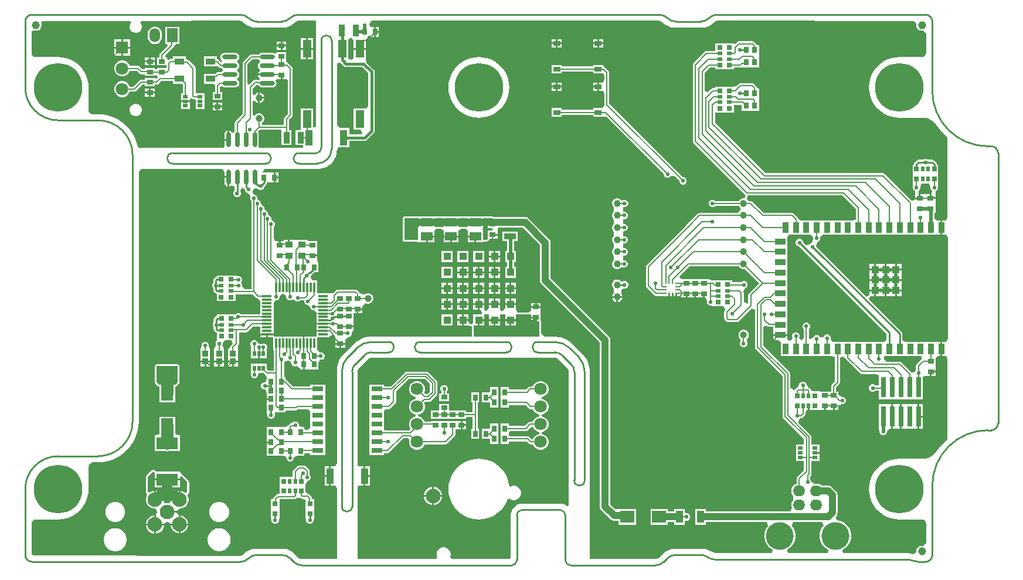
<source format=gtl>
G04*
G04 #@! TF.GenerationSoftware,Altium Limited,Altium Designer,21.2.0 (30)*
G04*
G04 Layer_Physical_Order=1*
G04 Layer_Color=255*
%FSLAX25Y25*%
%MOIN*%
G70*
G04*
G04 #@! TF.SameCoordinates,586DA71B-A414-44C7-A424-215A95C81ED1*
G04*
G04*
G04 #@! TF.FilePolarity,Positive*
G04*
G01*
G75*
%ADD10C,0.01000*%
%ADD18C,0.00800*%
%ADD23R,0.03150X0.03150*%
%ADD24R,0.07874X0.07087*%
%ADD25R,0.07087X0.07874*%
%ADD26R,0.03150X0.03543*%
%ADD27R,0.04331X0.04331*%
%ADD28R,0.03543X0.05906*%
%ADD29R,0.05906X0.03543*%
%ADD30R,0.06496X0.02992*%
%ADD31R,0.01378X0.05512*%
%ADD32R,0.05512X0.01378*%
%ADD33R,0.03150X0.01968*%
%ADD34R,0.01968X0.03150*%
%ADD35R,0.03150X0.02559*%
%ADD36R,0.02559X0.03150*%
%ADD37R,0.04173X0.04173*%
%ADD38R,0.03937X0.02756*%
%ADD39R,0.02500X0.03500*%
%ADD40R,0.03500X0.02500*%
%ADD41R,0.04134X0.09055*%
%ADD42R,0.06500X0.03500*%
%ADD43R,0.06500X0.04500*%
%ADD44R,0.12402X0.07008*%
%ADD45C,0.03937*%
%ADD46R,0.03937X0.03543*%
%ADD47R,0.04000X0.07000*%
%ADD48R,0.03150X0.11811*%
%ADD49R,0.05315X0.03543*%
%ADD50R,0.03500X0.06500*%
%ADD51R,0.05000X0.10000*%
%ADD52O,0.08661X0.02362*%
%ADD53O,0.02362X0.08661*%
%ADD54R,0.01083X0.01083*%
%ADD55R,0.01083X0.00984*%
%ADD56R,0.00984X0.01083*%
%ADD57R,0.03543X0.03543*%
%ADD104C,0.04000*%
%ADD105C,0.02000*%
%ADD106C,0.01500*%
%ADD107C,0.07000*%
%ADD108C,0.06000*%
%ADD109C,0.00799*%
%ADD110R,0.01968X0.06890*%
%ADD111C,0.02165*%
%ADD112O,0.06890X0.06102*%
%ADD113C,0.15748*%
%ADD114C,0.27559*%
%ADD115C,0.08268*%
%ADD116C,0.04535*%
%ADD117C,0.07087*%
%ADD118R,0.07087X0.07087*%
%ADD119O,0.05906X0.07874*%
%ADD120R,0.05906X0.07874*%
%ADD121C,0.02441*%
%ADD122C,0.02400*%
G36*
X135875Y152014D02*
X247232Y151875D01*
X247529Y151699D01*
X248701Y150036D01*
Y149176D01*
X248923Y148345D01*
X249354Y147600D01*
X249962Y146991D01*
X250707Y146561D01*
X251538Y146338D01*
X252399D01*
X254117Y145272D01*
X254350Y144935D01*
Y133832D01*
X254349Y133832D01*
X254349D01*
X253678Y132141D01*
X253670Y132130D01*
X252889Y131608D01*
X252033Y131438D01*
X251969Y131451D01*
X239173D01*
Y131458D01*
X236917Y131310D01*
X234700Y130869D01*
X232558Y130142D01*
X230531Y129142D01*
X228651Y127886D01*
X226951Y126396D01*
X225460Y124696D01*
X224204Y122816D01*
X223204Y120788D01*
X222477Y118647D01*
X222036Y116429D01*
X221888Y114173D01*
X222036Y111917D01*
X222477Y109699D01*
X223204Y107559D01*
X224204Y105531D01*
X225460Y103651D01*
X226951Y101951D01*
X228651Y100460D01*
X230531Y99204D01*
X232558Y98204D01*
X234700Y97477D01*
X236917Y97036D01*
X239173Y96888D01*
Y96888D01*
X241142Y96896D01*
X252461Y96896D01*
X252530Y96909D01*
X254276Y96738D01*
X256068Y96194D01*
X257720Y95311D01*
X259031Y94235D01*
X260247Y92782D01*
X260263Y92756D01*
X261404Y91218D01*
X262310Y89997D01*
X264617Y87451D01*
X266581Y85671D01*
Y40032D01*
X265764Y38402D01*
X264612Y38402D01*
X263492D01*
Y34449D01*
Y30496D01*
X265764Y30496D01*
X266697Y28914D01*
Y-28914D01*
X265764Y-30496D01*
X264728Y-30496D01*
X263492D01*
Y-34449D01*
Y-38402D01*
X265764Y-38402D01*
X266581Y-40032D01*
Y-85671D01*
X264617Y-87451D01*
X262310Y-89997D01*
X261404Y-91218D01*
X260263Y-92756D01*
X260247Y-92782D01*
X259031Y-94235D01*
X257720Y-95311D01*
X256068Y-96194D01*
X254276Y-96738D01*
X252530Y-96909D01*
X252461Y-96896D01*
X241142Y-96896D01*
X239173Y-96888D01*
Y-96888D01*
X236917Y-97036D01*
X234700Y-97477D01*
X232558Y-98204D01*
X230531Y-99204D01*
X228651Y-100460D01*
X226951Y-101951D01*
X225460Y-103651D01*
X224204Y-105531D01*
X223204Y-107559D01*
X222477Y-109699D01*
X222036Y-111917D01*
X221888Y-114173D01*
X222036Y-116429D01*
X222477Y-118647D01*
X223204Y-120788D01*
X224204Y-122816D01*
X225460Y-124696D01*
X226951Y-126396D01*
X228651Y-127886D01*
X230531Y-129142D01*
X232558Y-130142D01*
X234700Y-130869D01*
X236917Y-131310D01*
X239173Y-131458D01*
Y-131451D01*
X251969D01*
X252033Y-131438D01*
X252889Y-131608D01*
X253670Y-132130D01*
X253678Y-132141D01*
X254349Y-133832D01*
X254350Y-135800D01*
Y-144935D01*
X254117Y-145272D01*
X252399Y-146339D01*
X251538D01*
X250707Y-146561D01*
X249962Y-146992D01*
X249354Y-147600D01*
X248923Y-148345D01*
X248701Y-149176D01*
Y-149667D01*
X248675Y-149726D01*
X248109Y-150403D01*
X246953Y-151120D01*
X246072Y-150853D01*
X245860Y-150788D01*
X244193Y-150624D01*
Y-150636D01*
X207217D01*
X206826Y-148668D01*
X206959Y-148612D01*
X208413Y-147641D01*
X209649Y-146405D01*
X210620Y-144951D01*
X211289Y-143336D01*
X211630Y-141622D01*
Y-139874D01*
X211289Y-138160D01*
X210620Y-136545D01*
X209649Y-135091D01*
X208413Y-133855D01*
X206959Y-132884D01*
X205344Y-132215D01*
X203715Y-131891D01*
X203543Y-131635D01*
X202917Y-129906D01*
X203124Y-129699D01*
X203124Y-129699D01*
X203605Y-129072D01*
X203907Y-128342D01*
X204010Y-127559D01*
X204010Y-127559D01*
Y-117501D01*
X203907Y-116718D01*
X203605Y-115988D01*
X203124Y-115361D01*
X203124Y-115361D01*
X200781Y-113018D01*
X200154Y-112537D01*
X199424Y-112235D01*
X198641Y-112132D01*
X194983D01*
X194366Y-111658D01*
X193380Y-111250D01*
X192323Y-111111D01*
X191535D01*
X190909Y-111193D01*
X190749Y-111145D01*
X189508Y-110252D01*
X189141Y-109874D01*
X189045Y-109713D01*
X188774Y-109056D01*
X188435Y-108718D01*
Y-106890D01*
X188728Y-106597D01*
X188728Y-106597D01*
X189038Y-106134D01*
X189146Y-105588D01*
Y-98047D01*
X193717D01*
Y-95488D01*
Y-94003D01*
X191142D01*
Y-93003D01*
X193717D01*
Y-92929D01*
Y-88961D01*
X189146D01*
Y-84372D01*
X189038Y-83826D01*
X188728Y-83363D01*
X188728Y-83363D01*
X181757Y-76392D01*
X181737Y-76233D01*
X182282Y-74207D01*
X182319Y-74170D01*
X182620Y-73868D01*
X183071D01*
X183071Y-73868D01*
X183617Y-73760D01*
X184080Y-73450D01*
X185458Y-72072D01*
X185458Y-72072D01*
X185768Y-71609D01*
X185876Y-71063D01*
X186372Y-69307D01*
X187098D01*
Y-66732D01*
X188098D01*
Y-69307D01*
X192165D01*
X193323Y-69307D01*
X195258Y-69226D01*
X196350D01*
Y-66976D01*
X197350D01*
Y-69226D01*
X201272D01*
Y-66976D01*
X202272D01*
Y-69226D01*
X204522D01*
Y-67125D01*
X206279Y-65862D01*
X207107D01*
X207873Y-65545D01*
X208459Y-64959D01*
X208776Y-64194D01*
Y-63365D01*
X208459Y-62600D01*
X207873Y-62014D01*
X207107Y-61697D01*
X206279D01*
X204522Y-60434D01*
Y-58726D01*
X203199D01*
Y-56300D01*
X204946Y-54553D01*
X204946Y-54553D01*
X205256Y-54089D01*
X205364Y-53543D01*
X205364Y-53543D01*
Y-39573D01*
X206754Y-38793D01*
X208475Y-39672D01*
X208524Y-39916D01*
X208833Y-40379D01*
X216707Y-48253D01*
X216707Y-48253D01*
X217170Y-48563D01*
X217717Y-48671D01*
X217717Y-48671D01*
X225756D01*
X227425Y-49394D01*
Y-55080D01*
X225457Y-55189D01*
X225196Y-54927D01*
X224430Y-54610D01*
X223602D01*
X222836Y-54927D01*
X222250Y-55513D01*
X221933Y-56279D01*
Y-57107D01*
X222250Y-57873D01*
X222836Y-58459D01*
X223602Y-58776D01*
X224430D01*
X225196Y-58459D01*
X225457Y-58197D01*
X227425Y-58306D01*
Y-63205D01*
X252575D01*
Y-50237D01*
X254337Y-49738D01*
X254543Y-49738D01*
X256587D01*
Y-47488D01*
X257087D01*
Y-46988D01*
X259837D01*
Y-45707D01*
X259837Y-45238D01*
Y-43738D01*
X259837Y-43270D01*
Y-40211D01*
X260068Y-39119D01*
X261459Y-38402D01*
X261827Y-38402D01*
X262492D01*
Y-34449D01*
Y-30496D01*
X261827D01*
X260221Y-30496D01*
X258252Y-30496D01*
X254315Y-30496D01*
X252346Y-30496D01*
X248410Y-30496D01*
X246441Y-30496D01*
X242504Y-30496D01*
X240899Y-29618D01*
Y-25984D01*
X240783Y-25399D01*
X240451Y-24903D01*
X221673Y-6124D01*
X222718Y-4386D01*
X223994Y-4386D01*
X224894D01*
Y-1720D01*
X222228D01*
Y-2486D01*
X222228Y-3896D01*
X220490Y-4941D01*
X191847Y23702D01*
Y24036D01*
X191739Y24295D01*
X192384Y25881D01*
X192760Y26355D01*
X193306Y26581D01*
X193892Y27167D01*
X194209Y27932D01*
Y28761D01*
X194453Y29377D01*
X195494Y30496D01*
X196866Y30496D01*
X200803Y30496D01*
X202772Y30496D01*
X206709Y30496D01*
X208677Y30496D01*
X212614Y30496D01*
X214583Y30496D01*
X218520D01*
Y30496D01*
X218882D01*
Y30496D01*
X224425D01*
Y30496D01*
X224787D01*
Y30496D01*
X230331D01*
Y30496D01*
X230693D01*
Y30496D01*
X236236D01*
Y30496D01*
X236598D01*
Y30496D01*
X242142D01*
Y30496D01*
X242504D01*
Y30496D01*
X246441D01*
X248047Y30496D01*
X250016Y30496D01*
X253953Y30496D01*
X255921Y30496D01*
X259858Y30496D01*
X261827Y30496D01*
X262492D01*
Y34449D01*
Y38402D01*
X261071Y38402D01*
X260702Y38433D01*
X259927Y38917D01*
X259762Y39037D01*
X259126Y39917D01*
Y42978D01*
X259640D01*
Y47010D01*
X259640Y47478D01*
Y48978D01*
X259640Y49447D01*
Y50728D01*
X256890D01*
Y51228D01*
X256390D01*
Y53478D01*
X254140Y53478D01*
X252206Y53396D01*
X251267D01*
Y51146D01*
X250767D01*
Y50646D01*
X248017D01*
Y50386D01*
X247015Y49836D01*
X246048Y49671D01*
X230734Y64986D01*
X230271Y65295D01*
X229724Y65404D01*
X229724Y65404D01*
X162993D01*
X134301Y94095D01*
Y98070D01*
X134433Y99984D01*
X137976D01*
X139583Y99984D01*
X141551Y99984D01*
X145095D01*
Y104281D01*
X149591D01*
Y100969D01*
X159465D01*
Y106512D01*
X159465D01*
X159465Y108055D01*
X159465Y108055D01*
Y113599D01*
X158317Y113780D01*
X158208Y114326D01*
X157899Y114789D01*
X157899Y114789D01*
X156521Y116167D01*
X156058Y116476D01*
X155512Y116585D01*
X155512Y116585D01*
X148622D01*
X148622Y116585D01*
X148076Y116476D01*
X147613Y116167D01*
X147613Y116167D01*
X146760Y115314D01*
X145095Y114583D01*
Y114583D01*
X141551D01*
X139945Y114583D01*
X137976Y114583D01*
X134433D01*
Y113731D01*
X132973D01*
X132426Y113622D01*
X131963Y113312D01*
X131963Y113312D01*
X130215Y111564D01*
X128396Y112317D01*
Y122440D01*
X131398Y125443D01*
X134433D01*
Y124591D01*
X137976D01*
X139583Y124591D01*
X141551Y124591D01*
X145095D01*
Y125443D01*
X147677D01*
X148524Y125443D01*
X148524Y125443D01*
X149591Y125575D01*
X149591Y125575D01*
X159465D01*
Y130693D01*
X159465Y131118D01*
X159465D01*
Y132661D01*
X159465D01*
Y138205D01*
X158108D01*
X158072Y138383D01*
X157763Y138846D01*
X157763Y138846D01*
X156663Y139946D01*
X156200Y140256D01*
X155654Y140365D01*
X155654Y140364D01*
X147795D01*
X147795Y140365D01*
X147249Y140256D01*
X146786Y139946D01*
X145755Y138915D01*
X145095Y139189D01*
Y139189D01*
X141551D01*
X139945Y139189D01*
X137976Y139189D01*
X134433D01*
Y134892D01*
X129527D01*
X129527Y134892D01*
X128981Y134783D01*
X128518Y134474D01*
X128518Y134474D01*
X122022Y127978D01*
X121713Y127515D01*
X121604Y126969D01*
X121604Y126969D01*
Y83662D01*
X121604Y83661D01*
X121713Y83115D01*
X122022Y82652D01*
X151550Y53124D01*
X151550Y53124D01*
X151827Y52939D01*
X150981Y51197D01*
X150200D01*
X149445Y50995D01*
X148768Y50604D01*
X148215Y50051D01*
X147987Y49656D01*
X134392D01*
X134054Y49994D01*
X133288Y50311D01*
X132460D01*
X131694Y49994D01*
X131108Y49408D01*
X130791Y48643D01*
Y47814D01*
X131108Y47049D01*
X131694Y46463D01*
X132460Y46146D01*
X133288D01*
X134054Y46463D01*
X134392Y46801D01*
X147987D01*
X148215Y46406D01*
X148768Y45853D01*
X148772Y45842D01*
Y44409D01*
X147201Y42766D01*
X125591D01*
X125591Y42766D01*
X125044Y42657D01*
X124581Y42348D01*
X124581Y42348D01*
X117691Y35458D01*
X117691Y35458D01*
X104896Y22663D01*
X95447Y13214D01*
X95138Y12751D01*
X95029Y12205D01*
X95029Y12205D01*
Y1345D01*
X95029Y1345D01*
X95138Y799D01*
X95447Y336D01*
X95447Y336D01*
X99745Y-3962D01*
X99745Y-3962D01*
X100034Y-4155D01*
X100208Y-4272D01*
X100755Y-4380D01*
X100755Y-4380D01*
X104758D01*
Y-4494D01*
X107841D01*
Y-2953D01*
X108768D01*
Y-4494D01*
X109736D01*
Y-2953D01*
X110736D01*
Y-4494D01*
X111705D01*
Y-2953D01*
X112705D01*
Y-4494D01*
X113705D01*
X115360Y-5250D01*
X115360Y-5250D01*
X115360Y-5250D01*
X117610D01*
Y-3000D01*
X118610D01*
Y-5250D01*
X122532D01*
Y-3000D01*
X123532D01*
Y-5250D01*
X127453D01*
Y-3000D01*
X128453D01*
Y-5250D01*
X128785D01*
X129207Y-5706D01*
X129907Y-7219D01*
X129807Y-7460D01*
Y-8288D01*
X130124Y-9054D01*
X130710Y-9640D01*
X131475Y-9957D01*
X131603D01*
X133449Y-10252D01*
Y-10252D01*
X138598D01*
Y-10252D01*
X138961D01*
X140107Y-11746D01*
X140242Y-12071D01*
X139936Y-12376D01*
X139626Y-12840D01*
X139517Y-13386D01*
X139517Y-13386D01*
Y-16929D01*
X139517Y-16929D01*
X139626Y-17475D01*
X139936Y-17938D01*
X140723Y-18726D01*
X140723Y-18726D01*
X141186Y-19035D01*
X141732Y-19144D01*
X141732Y-19144D01*
X146850D01*
X146850Y-19144D01*
X147397Y-19035D01*
X147860Y-18726D01*
X155069Y-11517D01*
X157037Y-12332D01*
Y-33476D01*
X157037Y-33476D01*
X157146Y-34022D01*
X157455Y-34485D01*
X172785Y-49815D01*
Y-72846D01*
X172785Y-72846D01*
X172894Y-73392D01*
X173203Y-73855D01*
X184891Y-85544D01*
Y-88961D01*
X180299D01*
Y-92929D01*
Y-95489D01*
Y-98047D01*
X184891D01*
Y-103444D01*
X181077Y-107258D01*
X180768Y-107721D01*
X180659Y-108268D01*
X180659Y-108268D01*
Y-111247D01*
X180635Y-111250D01*
X179650Y-111658D01*
X178804Y-112308D01*
X178154Y-113154D01*
X177746Y-114139D01*
X177607Y-115197D01*
X177746Y-116254D01*
X178154Y-117240D01*
X178682Y-117928D01*
X178804Y-118129D01*
Y-120139D01*
X178682Y-120340D01*
X178154Y-121028D01*
X177746Y-122013D01*
X177607Y-123071D01*
X177746Y-124128D01*
X178077Y-124927D01*
X177809Y-125666D01*
X177040Y-126895D01*
X129079D01*
Y-125421D01*
X123079D01*
Y-129725D01*
X123053Y-129921D01*
X123079Y-130118D01*
Y-134421D01*
X129079D01*
Y-132947D01*
X163727D01*
X164542Y-134916D01*
X164367Y-135091D01*
X163396Y-136545D01*
X162727Y-138160D01*
X162386Y-139874D01*
Y-141622D01*
X162727Y-143336D01*
X163396Y-144951D01*
X164367Y-146405D01*
X165603Y-147641D01*
X167056Y-148612D01*
X167190Y-148668D01*
X166798Y-150636D01*
X135138D01*
X135138Y-150636D01*
X135138Y-150636D01*
X133382Y-150319D01*
X131988Y-149623D01*
X131813Y-149505D01*
X131813Y-149505D01*
X130337Y-148716D01*
X130336Y-148715D01*
X130230Y-148683D01*
X128946Y-148294D01*
X128734Y-148229D01*
X127067Y-148065D01*
Y-148077D01*
X111218D01*
X111218Y-148077D01*
Y-148065D01*
X109551Y-148229D01*
X109339Y-148294D01*
X107949Y-148715D01*
X106666Y-149401D01*
X106472Y-149505D01*
X105177Y-150567D01*
X105179Y-150569D01*
X105178Y-150575D01*
X102751Y-153003D01*
X102737Y-153024D01*
X102146Y-153477D01*
X100387Y-153982D01*
X100387Y-153982D01*
X98418Y-153982D01*
X62992D01*
X62992Y-46842D01*
X62969Y-46174D01*
X62824Y-44844D01*
X62550Y-43536D01*
X62149Y-42260D01*
X61624Y-41030D01*
X60982Y-39858D01*
X60228Y-38754D01*
X59369Y-37729D01*
X58903Y-37249D01*
X58903Y-37249D01*
X53150Y-31496D01*
X52644Y-31030D01*
X51566Y-30176D01*
X50411Y-29431D01*
X49187Y-28804D01*
X47909Y-28299D01*
X46586Y-27922D01*
X45234Y-27676D01*
X43863Y-27565D01*
X43179Y-27559D01*
X43176Y-27559D01*
X43176Y-27559D01*
X41214Y-27559D01*
X37437D01*
X35468Y-25591D01*
Y-18872D01*
X35391Y-18482D01*
X35230Y-18242D01*
Y-14841D01*
X35230Y-14372D01*
Y-12872D01*
X35230Y-12404D01*
Y-11122D01*
X29730D01*
Y-11776D01*
X29730Y-12872D01*
X28123Y-13744D01*
X22043D01*
X21946Y-13763D01*
X21861Y-13763D01*
X21753Y-13522D01*
X21118Y-11900D01*
Y-9516D01*
X18032D01*
X14945D01*
Y-11080D01*
X13374Y-12860D01*
X12555Y-12860D01*
X12465Y-12826D01*
X12102Y-11900D01*
Y-9516D01*
X9016D01*
X5929D01*
Y-11080D01*
X4358Y-12860D01*
X3641Y-12860D01*
X3423Y-12761D01*
X3087Y-11900D01*
X3087Y-10589D01*
Y-9516D01*
X500D01*
Y-12102D01*
X877D01*
X1517Y-12951D01*
X1852Y-14071D01*
X1226Y-14945D01*
X-3087D01*
Y-19520D01*
X-3961Y-20409D01*
X-4518Y-20337D01*
X-5766Y-19454D01*
X-5929Y-19154D01*
X-5929Y-19150D01*
Y-18531D01*
X-8516D01*
Y-21118D01*
X-7886D01*
X-5941Y-21118D01*
X-5929Y-21118D01*
X-5608Y-21123D01*
X-3972Y-21701D01*
X-3972Y-23075D01*
Y-27559D01*
X-3972Y-27559D01*
X-60802Y-27559D01*
X-61491Y-27561D01*
X-62865Y-27665D01*
X-64221Y-27903D01*
X-65548Y-28273D01*
X-66832Y-28772D01*
X-68061Y-29394D01*
X-69223Y-30133D01*
X-70307Y-30983D01*
X-70816Y-31446D01*
X-70816Y-31446D01*
X-70817Y-31446D01*
Y-31446D01*
X-76819Y-37449D01*
X-77267Y-37918D01*
X-78092Y-38920D01*
X-78816Y-39998D01*
X-79429Y-41142D01*
X-79928Y-42341D01*
X-80307Y-43582D01*
X-80562Y-44855D01*
X-80692Y-46147D01*
X-80709Y-46796D01*
Y-52003D01*
X-80806Y-52068D01*
X-80806Y-52068D01*
X-80988Y-52341D01*
X-81137Y-52564D01*
X-81137Y-52564D01*
X-81254Y-53150D01*
X-81137Y-53735D01*
X-81137Y-53735D01*
X-80806Y-54231D01*
X-80806Y-54231D01*
X-80709Y-54296D01*
Y-99557D01*
X-81579Y-101165D01*
X-82677Y-101165D01*
X-84146D01*
Y-106693D01*
Y-112221D01*
X-82677D01*
X-81579Y-112221D01*
X-80709Y-113829D01*
Y-153982D01*
X-100401D01*
X-100422Y-153987D01*
X-101261Y-153876D01*
X-102069Y-153542D01*
X-102744Y-153024D01*
X-102758Y-153003D01*
X-105185Y-150575D01*
X-105177Y-150567D01*
X-106472Y-149505D01*
X-106667Y-149400D01*
X-107949Y-148715D01*
X-109339Y-148294D01*
X-109551Y-148229D01*
X-111218Y-148065D01*
Y-148077D01*
X-111218Y-148077D01*
X-127071D01*
X-127071Y-148065D01*
X-128738Y-148229D01*
X-128950Y-148294D01*
X-130340Y-148715D01*
X-131622Y-149400D01*
X-131817Y-149505D01*
X-133112Y-150567D01*
X-134599Y-151728D01*
X-135041Y-151911D01*
X-135854Y-152018D01*
X-135875Y-152014D01*
X-252085Y-151869D01*
X-252436Y-151869D01*
X-254091Y-151610D01*
X-254349Y-149952D01*
Y-133832D01*
X-254362Y-133767D01*
X-254192Y-132911D01*
X-253670Y-132130D01*
X-252889Y-131608D01*
X-252033Y-131438D01*
X-251968Y-131451D01*
X-239173D01*
Y-131458D01*
X-236917Y-131310D01*
X-234700Y-130869D01*
X-232558Y-130142D01*
X-230531Y-129142D01*
X-228651Y-127886D01*
X-226951Y-126396D01*
X-225460Y-124696D01*
X-224204Y-122816D01*
X-223204Y-120788D01*
X-222477Y-118647D01*
X-222036Y-116429D01*
X-221888Y-114173D01*
X-221896D01*
X-221896Y-114173D01*
Y-101378D01*
X-221896Y-101378D01*
X-221896D01*
X-221224Y-99688D01*
X-221217Y-99676D01*
X-221205Y-99669D01*
X-219515Y-98997D01*
X-217546Y-98997D01*
X-216535D01*
X-216489Y-98988D01*
X-213507Y-98792D01*
X-210530Y-98200D01*
X-207656Y-97224D01*
X-204934Y-95882D01*
X-202410Y-94196D01*
X-200128Y-92195D01*
X-198127Y-89913D01*
X-196441Y-87389D01*
X-195098Y-84667D01*
X-194123Y-81793D01*
X-193531Y-78816D01*
X-193332Y-75787D01*
X-193332D01*
X-193352Y-75767D01*
X-193352Y-0D01*
X-193352Y66521D01*
X-191960Y67913D01*
X-146107D01*
X-146096Y67909D01*
X-144943Y66725D01*
X-144566Y65945D01*
Y63689D01*
X-142343D01*
Y63189D01*
X-141843D01*
Y57915D01*
X-141492Y57985D01*
X-141000Y58313D01*
X-140849Y58396D01*
X-140312Y58284D01*
X-138901Y57720D01*
Y55382D01*
X-139167Y55117D01*
X-139484Y54351D01*
Y53523D01*
X-139167Y52757D01*
X-138581Y52171D01*
X-137816Y51854D01*
X-136987D01*
X-136222Y52171D01*
X-135636Y52757D01*
X-135319Y53523D01*
Y54351D01*
X-135636Y55117D01*
X-135269Y56460D01*
X-134124Y57154D01*
X-133757Y56955D01*
X-133756Y56954D01*
X-133551Y56647D01*
X-133424Y56458D01*
X-133424Y56458D01*
X-133424Y56458D01*
X-132988Y56022D01*
Y55688D01*
X-132671Y54923D01*
X-132085Y54337D01*
X-131396Y53973D01*
X-130512Y53507D01*
X-129984Y52046D01*
X-130035Y51595D01*
X-130035Y50767D01*
X-130035Y50767D01*
X-129972Y50613D01*
X-129718Y50001D01*
X-129380Y49663D01*
Y-541D01*
X-133213D01*
X-134531Y1160D01*
Y1989D01*
X-134849Y2754D01*
X-135293Y3199D01*
X-134849Y3643D01*
X-134531Y4409D01*
Y5237D01*
X-134849Y6003D01*
X-135434Y6588D01*
X-136200Y6906D01*
X-136565D01*
X-138370Y7299D01*
Y7299D01*
X-141913D01*
X-143520Y7299D01*
X-145488Y7299D01*
X-149031D01*
Y6526D01*
X-149503Y6432D01*
X-149999Y6101D01*
X-150491Y5609D01*
X-150822Y5113D01*
X-150939Y4527D01*
Y2991D01*
X-151175Y2754D01*
X-151492Y1989D01*
Y1160D01*
X-151175Y395D01*
X-150939Y159D01*
Y-984D01*
X-150822Y-1570D01*
X-150491Y-2066D01*
X-149900Y-2656D01*
X-149404Y-2988D01*
X-149031Y-3062D01*
Y-7299D01*
X-145488D01*
X-143882Y-7299D01*
X-141913Y-7299D01*
X-138370D01*
Y-3396D01*
X-128544D01*
X-126411Y-5529D01*
X-126411Y-5529D01*
X-125948Y-5838D01*
X-125948Y-5838D01*
X-125729Y-5882D01*
X-125402Y-5947D01*
X-124169Y-7311D01*
Y-10146D01*
Y-14903D01*
X-135285D01*
X-135624Y-14565D01*
X-136389Y-14248D01*
X-137217D01*
X-137983Y-14565D01*
X-138363Y-14945D01*
X-141717D01*
X-143323Y-14945D01*
X-145291Y-14945D01*
X-148835D01*
Y-15718D01*
X-149306Y-15811D01*
X-149802Y-16143D01*
X-150294Y-16635D01*
X-150626Y-17131D01*
X-150742Y-17717D01*
Y-19253D01*
X-150978Y-19489D01*
X-151295Y-20255D01*
Y-21084D01*
X-150978Y-21849D01*
X-150742Y-22085D01*
Y-23228D01*
X-150626Y-23814D01*
X-150294Y-24310D01*
X-149704Y-24900D01*
X-149207Y-25232D01*
X-148835Y-25306D01*
Y-29543D01*
X-149403Y-30316D01*
X-149721Y-31082D01*
Y-31910D01*
X-149505Y-32430D01*
X-149623Y-32741D01*
X-150409Y-34398D01*
X-150409Y-34398D01*
X-150409Y-34398D01*
Y-39942D01*
Y-41070D01*
X-147638D01*
X-144866D01*
Y-39942D01*
Y-34398D01*
X-144866D01*
X-145648Y-32754D01*
X-145770Y-32430D01*
X-145555Y-31910D01*
Y-31082D01*
X-144073Y-29543D01*
X-140645Y-29543D01*
X-139830Y-31512D01*
X-140773Y-32455D01*
X-140773Y-32455D01*
X-140963Y-32739D01*
X-141083Y-32918D01*
X-141083Y-32918D01*
X-141083Y-32918D01*
X-141126Y-33138D01*
X-142535Y-34398D01*
X-142535Y-34398D01*
X-142535Y-34398D01*
Y-39942D01*
Y-41070D01*
X-139764D01*
X-136992D01*
Y-39942D01*
Y-34398D01*
X-136992D01*
X-136793Y-32513D01*
X-136786Y-32506D01*
X-136786Y-32505D01*
X-136596Y-32221D01*
X-136477Y-32042D01*
X-136477Y-32042D01*
X-136476Y-32042D01*
X-136433Y-31823D01*
X-136368Y-31496D01*
X-136368Y-31496D01*
Y-25049D01*
X-132185D01*
X-132185Y-25049D01*
X-131639Y-24941D01*
X-131176Y-24631D01*
X-128239Y-21695D01*
X-124169D01*
Y-23925D01*
Y-25894D01*
X-120413D01*
X-116657D01*
Y-23925D01*
Y-19988D01*
Y-16051D01*
Y-12114D01*
Y-8644D01*
X-115641Y-6935D01*
X-114812D01*
X-114047Y-6618D01*
X-113461Y-6032D01*
X-113144Y-5267D01*
Y-4438D01*
X-111544Y-3157D01*
X-111118D01*
X-109465Y-4310D01*
Y-5139D01*
X-109147Y-5904D01*
X-108562Y-6490D01*
X-107796Y-6807D01*
X-106967D01*
X-106202Y-6490D01*
X-104848Y-6575D01*
X-104243Y-7103D01*
X-104180Y-7166D01*
X-103414Y-7483D01*
X-102586D01*
X-101820Y-7166D01*
X-101482Y-6827D01*
X-99388D01*
X-99283Y-6986D01*
Y-7814D01*
X-98966Y-8580D01*
X-98380Y-9166D01*
X-97614Y-9483D01*
X-96590Y-9815D01*
X-95988Y-10840D01*
X-95671Y-11605D01*
X-95085Y-12191D01*
X-94320Y-12508D01*
X-93491D01*
X-92449Y-13862D01*
X-92280D01*
Y-14082D01*
X-92279Y-14083D01*
Y-14083D01*
X-88524D01*
Y-14641D01*
X-92279D01*
Y-16051D01*
Y-19988D01*
Y-19988D01*
X-88524D01*
Y-20547D01*
X-92279D01*
Y-23925D01*
Y-23925D01*
X-88524D01*
Y-24484D01*
X-92279D01*
Y-27535D01*
X-99268D01*
Y-31291D01*
X-99827D01*
Y-27535D01*
X-111079D01*
Y-31291D01*
X-111638D01*
Y-27535D01*
X-116657D01*
Y-26673D01*
X-119913D01*
Y-27862D01*
X-116984D01*
Y-35047D01*
X-116723D01*
Y-46801D01*
X-119684D01*
X-120457Y-46029D01*
Y-42898D01*
X-129543D01*
Y-48047D01*
X-129543D01*
X-129576Y-48542D01*
X-129642Y-48700D01*
Y-49528D01*
X-129642Y-49528D01*
X-129325Y-50294D01*
X-128739Y-50880D01*
X-127973Y-51197D01*
X-127145D01*
X-126379Y-50880D01*
X-125793Y-50294D01*
X-125476Y-49528D01*
Y-48700D01*
X-125040Y-48047D01*
X-122475D01*
X-121598Y-48924D01*
X-120407Y-50400D01*
X-120407Y-51643D01*
X-121239Y-53429D01*
X-122068D01*
X-122833Y-53746D01*
X-123419Y-54332D01*
X-123736Y-55098D01*
Y-55926D01*
X-123419Y-56691D01*
X-122833Y-57277D01*
X-122068Y-57595D01*
X-121239D01*
X-120407Y-59381D01*
Y-60821D01*
Y-62492D01*
X-118157D01*
Y-63492D01*
X-120407D01*
Y-65742D01*
Y-70663D01*
X-120407D01*
X-120193Y-72461D01*
X-120164Y-72531D01*
X-119876Y-73227D01*
X-119290Y-73813D01*
X-118525Y-74130D01*
X-117696D01*
X-116930Y-73813D01*
X-116345Y-73227D01*
X-116028Y-72461D01*
Y-71633D01*
X-115907Y-70663D01*
X-114407D01*
Y-70663D01*
X-109907D01*
Y-69341D01*
X-103957D01*
X-103957Y-69341D01*
X-103410Y-69232D01*
X-102947Y-68923D01*
X-102755Y-68730D01*
X-97326D01*
X-95803Y-69807D01*
X-95803Y-71768D01*
X-95803Y-74799D01*
X-95803Y-76768D01*
X-95803Y-79428D01*
X-97419Y-80650D01*
X-99081Y-80249D01*
Y-78943D01*
X-100437D01*
X-102248Y-78170D01*
Y-77342D01*
X-102565Y-76576D01*
X-103151Y-75990D01*
X-103916Y-75673D01*
X-104745D01*
X-105510Y-75990D01*
X-106096Y-76576D01*
X-106124Y-76643D01*
X-106613D01*
X-106613Y-76642D01*
X-107159Y-76751D01*
X-107623Y-77061D01*
X-107623Y-77061D01*
X-108293Y-77731D01*
X-108384Y-77868D01*
X-109783Y-78855D01*
X-110606Y-78943D01*
X-114407D01*
X-114407Y-78943D01*
X-115907D01*
Y-78943D01*
X-116376Y-78943D01*
X-120407D01*
Y-82880D01*
X-120407Y-84443D01*
X-120407D01*
Y-84848D01*
X-120407D01*
Y-87098D01*
X-118157D01*
Y-88099D01*
X-120407D01*
Y-90349D01*
Y-95270D01*
X-116376D01*
X-115907Y-95270D01*
Y-95270D01*
X-114407D01*
Y-95270D01*
X-111177D01*
X-109693Y-95903D01*
X-109366Y-96871D01*
X-109049Y-97636D01*
X-108463Y-98222D01*
X-107698Y-98539D01*
X-106869D01*
X-106104Y-98222D01*
X-105518Y-97636D01*
X-105201Y-96871D01*
Y-96111D01*
X-104461Y-95727D01*
X-103390Y-95270D01*
X-103112Y-95270D01*
X-99081D01*
Y-93730D01*
X-95803D01*
Y-94799D01*
X-87307D01*
Y-91768D01*
X-87307Y-89807D01*
X-87307Y-87839D01*
Y-84807D01*
X-87307D01*
Y-84799D01*
X-87307D01*
Y-81768D01*
X-87307Y-79807D01*
X-87307Y-77838D01*
X-87307Y-74807D01*
X-87307Y-72838D01*
X-87307Y-69807D01*
X-87307Y-67839D01*
Y-64807D01*
X-87307D01*
Y-64799D01*
X-87307D01*
Y-59807D01*
X-87307D01*
Y-59799D01*
X-87307D01*
Y-54807D01*
X-95803D01*
Y-55876D01*
X-105491D01*
X-109227Y-52140D01*
X-109227Y-52140D01*
X-109690Y-51831D01*
X-109907Y-51788D01*
Y-50400D01*
X-110730D01*
Y-41919D01*
X-110491Y-41680D01*
X-110353Y-41572D01*
X-108545Y-41155D01*
X-108272Y-41215D01*
X-107698Y-41453D01*
X-106750Y-41789D01*
X-106413Y-42737D01*
X-106096Y-43503D01*
X-105510Y-44089D01*
X-104745Y-44406D01*
X-103916D01*
X-103675Y-44306D01*
X-102162Y-45005D01*
X-101707Y-45428D01*
Y-46057D01*
X-99957D01*
Y-43307D01*
X-98957D01*
Y-46057D01*
X-97207D01*
X-97207Y-46057D01*
X-95707D01*
Y-46057D01*
X-95238Y-46057D01*
X-91207D01*
Y-42370D01*
X-90178Y-40665D01*
X-89350D01*
X-88584Y-40348D01*
X-87998Y-39762D01*
X-87681Y-38997D01*
Y-38168D01*
X-87998Y-37403D01*
X-88584Y-36817D01*
X-89350Y-36500D01*
X-90178D01*
X-91207Y-35636D01*
X-91953Y-35047D01*
Y-27862D01*
X-84768D01*
Y-27183D01*
X-83030Y-26378D01*
X-81490Y-27382D01*
Y-29293D01*
X-81490Y-29762D01*
Y-31043D01*
X-78740D01*
X-75990D01*
Y-29762D01*
X-75990Y-29159D01*
X-74071Y-27673D01*
X-73995D01*
X-73230Y-27356D01*
X-72644Y-26770D01*
X-72327Y-26005D01*
Y-25176D01*
X-71069Y-23951D01*
X-71069D01*
Y-22201D01*
X-73819D01*
Y-21201D01*
X-71069D01*
Y-19451D01*
X-71069Y-19451D01*
Y-17951D01*
X-71069D01*
X-71069Y-17482D01*
Y-14108D01*
X-69398D01*
Y-11858D01*
X-68898D01*
Y-11358D01*
X-66148D01*
Y-10114D01*
X-65002Y-8768D01*
X-64179Y-8547D01*
X-64146Y-8566D01*
X-63391Y-8768D01*
X-62609D01*
X-61854Y-8566D01*
X-61177Y-8175D01*
X-60625Y-7623D01*
X-60234Y-6946D01*
X-60031Y-6191D01*
Y-5409D01*
X-60234Y-4654D01*
X-60625Y-3977D01*
X-61177Y-3425D01*
X-61854Y-3034D01*
X-62609Y-2832D01*
X-63391D01*
X-64146Y-3034D01*
X-64365Y-3160D01*
X-65588Y-3467D01*
X-65893Y-3446D01*
X-67369Y-2896D01*
X-67733Y-2683D01*
X-67974Y-2322D01*
X-67974Y-2322D01*
X-69074Y-1222D01*
X-69537Y-913D01*
X-70083Y-804D01*
X-70083Y-804D01*
X-80231D01*
X-80778Y-913D01*
X-81241Y-1222D01*
X-81241Y-1222D01*
X-82814Y-2795D01*
X-84768Y-2831D01*
X-84901Y-2831D01*
X-91953D01*
Y4354D01*
X-94455D01*
X-95688Y6134D01*
X-95324Y7445D01*
X-94828Y7777D01*
X-93544Y9061D01*
X-91207D01*
Y14561D01*
X-91434D01*
X-91738Y16404D01*
X-91738Y16530D01*
Y18154D01*
X-94488D01*
Y19153D01*
X-91738D01*
Y20435D01*
X-91738Y20903D01*
Y22403D01*
X-91738Y22872D01*
Y26904D01*
X-97238D01*
X-97720Y27526D01*
Y27526D01*
X-103035D01*
X-103657Y27526D01*
Y27526D01*
X-105004D01*
Y27526D01*
X-107472D01*
Y24754D01*
X-108472D01*
Y27526D01*
X-110941D01*
Y26904D01*
X-112689D01*
Y24654D01*
X-113689D01*
Y26904D01*
X-115939D01*
X-116683Y28564D01*
Y34899D01*
X-116345Y35238D01*
X-116028Y36003D01*
Y36832D01*
X-116345Y37597D01*
X-116930Y38183D01*
X-117996Y38956D01*
Y39784D01*
X-118313Y40550D01*
X-118899Y41136D01*
X-119965Y41909D01*
Y42737D01*
X-120282Y43503D01*
X-120868Y44088D01*
X-121933Y44861D01*
Y45690D01*
X-122250Y46455D01*
X-122836Y47041D01*
X-123902Y47814D01*
Y48643D01*
X-124219Y49408D01*
X-124804Y49994D01*
X-125870Y50767D01*
Y51595D01*
X-126187Y52361D01*
X-126773Y52947D01*
X-127462Y53310D01*
X-128346Y53777D01*
X-128767Y54942D01*
X-128642Y55297D01*
X-127991Y56582D01*
X-126455Y56989D01*
X-126151Y56786D01*
X-125959Y56658D01*
X-125959Y56658D01*
X-125959Y56658D01*
X-125665Y56599D01*
X-125446Y56556D01*
X-125196Y56305D01*
X-124430Y55988D01*
X-123601D01*
X-122836Y56305D01*
X-122250Y56891D01*
X-121933Y57657D01*
Y57991D01*
X-120966Y58958D01*
X-120966Y58958D01*
X-120966Y58958D01*
X-120843Y59142D01*
X-120634Y59454D01*
X-120634Y59454D01*
X-120634Y59454D01*
X-120576Y59748D01*
X-120518Y60039D01*
X-119844Y60242D01*
X-118344D01*
X-117876Y60242D01*
X-116594D01*
Y62992D01*
X-116094D01*
D01*
X-116594D01*
Y65742D01*
X-117876D01*
X-118344Y65742D01*
X-119844D01*
X-120313Y65742D01*
X-122951D01*
X-123037Y65945D01*
X-121731Y67913D01*
X-91142D01*
X-90459Y67936D01*
X-89106Y68114D01*
X-87788Y68467D01*
X-86528Y68989D01*
X-85346Y69672D01*
X-84263Y70502D01*
X-83298Y71467D01*
X-82467Y72550D01*
X-81785Y73732D01*
X-81263Y74993D01*
X-80910Y76311D01*
X-80731Y77664D01*
X-80709Y78346D01*
X-80709Y78346D01*
Y78494D01*
X-79839Y80102D01*
X-73705D01*
Y83846D01*
X-64961D01*
X-64278Y83982D01*
X-63699Y84368D01*
X-59762Y88305D01*
X-59762Y88305D01*
X-59375Y88884D01*
X-59239Y89567D01*
Y123031D01*
X-59239Y123031D01*
X-59375Y123714D01*
X-59762Y124293D01*
X-59762Y124293D01*
X-63799Y128330D01*
X-64177Y130142D01*
X-64177Y130933D01*
Y135642D01*
X-67677D01*
X-71177D01*
Y131312D01*
X-71177Y130663D01*
X-72677Y129807D01*
X-74177Y130663D01*
Y141534D01*
X-72657Y142356D01*
X-72538Y142373D01*
X-71177Y141011D01*
X-71177Y140435D01*
Y136642D01*
X-67677D01*
X-64177D01*
Y140951D01*
X-64177Y141594D01*
X-62758Y142919D01*
X-61258D01*
X-60789Y142919D01*
X-59508D01*
Y145669D01*
X-59008D01*
D01*
X-59508D01*
Y148419D01*
X-60789D01*
X-61106Y148419D01*
X-61755Y148678D01*
X-62258Y150234D01*
X-61007Y152014D01*
X102412D01*
X102412Y152014D01*
X103899Y151564D01*
X105177Y150567D01*
X106472Y149505D01*
X106667Y149400D01*
X107949Y148715D01*
X109339Y148294D01*
X109551Y148229D01*
X111218Y148065D01*
Y148077D01*
X111218Y148077D01*
X127071D01*
X127071Y148077D01*
Y148065D01*
X128738Y148229D01*
X128950Y148294D01*
X130340Y148715D01*
X131621Y149400D01*
X131817Y149505D01*
X133112Y150567D01*
X134599Y151728D01*
X135041Y151911D01*
X135854Y152018D01*
X135875Y152014D01*
D02*
G37*
G36*
X-135041Y151911D02*
X-134262Y151588D01*
X-133827Y151254D01*
X-133112Y150567D01*
X-133111Y150567D01*
X-131817Y149505D01*
X-130340Y148715D01*
X-128738Y148229D01*
X-127071Y148065D01*
X-127071Y148077D01*
X-111218D01*
X-111218Y148065D01*
X-109551Y148229D01*
X-107949Y148715D01*
X-106472Y149505D01*
X-105177Y150567D01*
X-105177Y150567D01*
X-104462Y151254D01*
X-104027Y151588D01*
X-103352Y151868D01*
X-102412Y152014D01*
Y152014D01*
X-92520D01*
Y91884D01*
X-93478Y91371D01*
X-93760Y91500D01*
X-94177Y91885D01*
Y102142D01*
X-101177D01*
Y90142D01*
X-102069Y89880D01*
X-104065D01*
Y81380D01*
X-100231D01*
X-99868Y81017D01*
X-100022Y79879D01*
X-100367Y79724D01*
X-124569D01*
X-124785Y79942D01*
X-125233Y80724D01*
X-125119Y81299D01*
Y87599D01*
X-125288Y88450D01*
X-125600Y88917D01*
X-124409Y90108D01*
X-112970D01*
X-112065Y89880D01*
Y81380D01*
X-106565D01*
Y89880D01*
X-107887D01*
Y91536D01*
Y95706D01*
X-106178Y97416D01*
X-106178Y97416D01*
X-105868Y97879D01*
X-105760Y98425D01*
Y124903D01*
X-105760Y124904D01*
X-105868Y125450D01*
X-106178Y125913D01*
X-106178Y125913D01*
X-108243Y127978D01*
X-108706Y128287D01*
X-109252Y128396D01*
X-109455Y129266D01*
Y129593D01*
X-109455D01*
Y134092D01*
X-114955D01*
Y133855D01*
X-115955Y133356D01*
X-116275Y133570D01*
X-117126Y133739D01*
X-123425D01*
X-124276Y133570D01*
X-124998Y133088D01*
X-125095Y132943D01*
X-129311D01*
X-129857Y132834D01*
X-130320Y132525D01*
X-130320Y132525D01*
X-133883Y128962D01*
X-134193Y128499D01*
X-134301Y127953D01*
X-134301Y127953D01*
Y99016D01*
X-138352Y94966D01*
X-138352Y94966D01*
X-138545Y94677D01*
X-138661Y94503D01*
X-138770Y93957D01*
X-138770Y93957D01*
Y89268D01*
X-138915Y89171D01*
X-139298Y88598D01*
X-139843Y88516D01*
X-140387Y88598D01*
X-140770Y89171D01*
X-141492Y89653D01*
X-141843Y89723D01*
Y84449D01*
X-142343D01*
Y83949D01*
X-144566D01*
Y81299D01*
X-144452Y80724D01*
X-144900Y79942D01*
X-145116Y79724D01*
X-193711D01*
X-194123Y81793D01*
X-195098Y84667D01*
X-196441Y87389D01*
X-198127Y89913D01*
X-200128Y92195D01*
X-202410Y94196D01*
X-204934Y95882D01*
X-207656Y97224D01*
X-210530Y98200D01*
X-213507Y98792D01*
X-216488Y98988D01*
X-216535Y98997D01*
X-218515D01*
X-219515Y98997D01*
X-220436Y99155D01*
X-221217Y99676D01*
X-221738Y100457D01*
X-221896Y101378D01*
X-221896Y101378D01*
X-221896Y102378D01*
Y114173D01*
X-221896Y114173D01*
X-221888D01*
X-222036Y116429D01*
X-222477Y118647D01*
X-223204Y120788D01*
X-224204Y122816D01*
X-225460Y124696D01*
X-226951Y126396D01*
X-228651Y127886D01*
X-230531Y129142D01*
X-232558Y130142D01*
X-234700Y130869D01*
X-236917Y131310D01*
X-239173Y131458D01*
Y131451D01*
X-251968D01*
X-252033Y131438D01*
X-252889Y131608D01*
X-253670Y132130D01*
X-254192Y132911D01*
X-254362Y133767D01*
X-254349Y133832D01*
Y146053D01*
X-253349Y146630D01*
X-253230Y146561D01*
X-252399Y146339D01*
X-251538D01*
X-250707Y146561D01*
X-249962Y146992D01*
X-249354Y147600D01*
X-248923Y148345D01*
X-248701Y149176D01*
Y150037D01*
X-248923Y150868D01*
X-248927Y150873D01*
X-248350Y151874D01*
X-198089Y151936D01*
X-197674Y150937D01*
X-197840Y150771D01*
X-198301Y149973D01*
X-198539Y149083D01*
Y148161D01*
X-198301Y147271D01*
X-197840Y146473D01*
X-197188Y145821D01*
X-196390Y145361D01*
X-195500Y145122D01*
X-194579D01*
X-193688Y145361D01*
X-192890Y145821D01*
X-192239Y146473D01*
X-191778Y147271D01*
X-191539Y148161D01*
Y149083D01*
X-191778Y149973D01*
X-192239Y150771D01*
X-192411Y150944D01*
X-191997Y151944D01*
X-135875Y152014D01*
X-135854Y152018D01*
X-135041Y151911D01*
D02*
G37*
G36*
X-111705Y118766D02*
X-109614D01*
X-109455Y118766D01*
X-108614Y118380D01*
Y99016D01*
X-110324Y97307D01*
X-110634Y96843D01*
X-110742Y96297D01*
X-110742Y96297D01*
Y92963D01*
X-123256D01*
X-123382Y93963D01*
X-123177Y94081D01*
X-122625Y94634D01*
X-122234Y95311D01*
X-122031Y96066D01*
Y96847D01*
X-122234Y97602D01*
X-122625Y98279D01*
X-123177Y98832D01*
X-123854Y99223D01*
X-124609Y99425D01*
X-125391D01*
X-126146Y99223D01*
X-126823Y98832D01*
X-127375Y98279D01*
X-127494Y98074D01*
X-128494Y98342D01*
Y106382D01*
X-127494Y106650D01*
X-127375Y106445D01*
X-126823Y105892D01*
X-126146Y105502D01*
X-125500Y105329D01*
Y108268D01*
Y111207D01*
X-126146Y111034D01*
X-126823Y110643D01*
X-127375Y110090D01*
X-127494Y109886D01*
X-128494Y110153D01*
Y113582D01*
X-126465Y115611D01*
X-126293Y115496D01*
X-126293Y115496D01*
X-126293Y115496D01*
X-126027Y115443D01*
X-125747Y115387D01*
X-125294D01*
X-124998Y114943D01*
X-124276Y114461D01*
X-123425Y114292D01*
X-117126D01*
X-116275Y114461D01*
X-115553Y114943D01*
X-115071Y115665D01*
X-114902Y116516D01*
X-115071Y117367D01*
X-115485Y117985D01*
X-114935Y118724D01*
X-114895Y118766D01*
X-112705D01*
Y121016D01*
X-111705D01*
Y118766D01*
D02*
G37*
G36*
X-124998Y129943D02*
X-124425Y129560D01*
X-124343Y129016D01*
X-124425Y128471D01*
X-124998Y128088D01*
X-125480Y127367D01*
X-125649Y126516D01*
X-125480Y125665D01*
X-124998Y124943D01*
X-124425Y124560D01*
X-124343Y124016D01*
X-124425Y123471D01*
X-124998Y123088D01*
X-125480Y122367D01*
X-125550Y122016D01*
X-120276D01*
Y121016D01*
X-125550D01*
X-125480Y120665D01*
X-124998Y119943D01*
X-124853Y119846D01*
X-124648Y118663D01*
X-124747Y118528D01*
X-125342Y118331D01*
X-125512Y118445D01*
X-125512Y118445D01*
X-125512Y118445D01*
X-125794Y118501D01*
X-126058Y118553D01*
X-126059D01*
X-126059Y118553D01*
X-126059Y118553D01*
X-126968D01*
X-126968Y118553D01*
X-127515Y118445D01*
X-127515Y118445D01*
X-127978Y118135D01*
X-127978Y118135D01*
X-130447Y115667D01*
X-131447Y116081D01*
Y127361D01*
X-128720Y130088D01*
X-125095D01*
X-124998Y129943D01*
D02*
G37*
G36*
X-76665Y126297D02*
X-76665Y126297D01*
X-76086Y125911D01*
X-75403Y125775D01*
X-66290D01*
X-62808Y122292D01*
Y103543D01*
X-64177Y102142D01*
X-64776Y102142D01*
X-71177D01*
Y90142D01*
X-67181D01*
X-66190Y88173D01*
X-66754Y87414D01*
X-73705D01*
Y91158D01*
X-78740D01*
X-80709Y92766D01*
X-80709Y127708D01*
X-79318Y128316D01*
X-78740Y128372D01*
X-76665Y126297D01*
D02*
G37*
G36*
X214321Y45078D02*
Y39035D01*
X212614Y38402D01*
X211008Y38402D01*
X207071Y38402D01*
X205102Y38402D01*
X201165Y38402D01*
X199197Y38402D01*
X195260Y38402D01*
X193291Y38402D01*
X189354Y38402D01*
X187386Y38402D01*
X183449Y38402D01*
X182425Y38781D01*
X181742Y39173D01*
X181634Y39720D01*
X181324Y40183D01*
X181324Y40183D01*
X179159Y42348D01*
X178696Y42657D01*
X178150Y42766D01*
X178150Y42766D01*
X162009D01*
X155537Y49238D01*
X155074Y49547D01*
X154527Y49656D01*
X154527Y49656D01*
X153504D01*
X152585Y50738D01*
X153248Y52706D01*
X206692D01*
X214321Y45078D01*
D02*
G37*
G36*
X188758Y30496D02*
X189799Y29377D01*
X190043Y28761D01*
Y27932D01*
X190151Y27673D01*
X189505Y26088D01*
X189130Y25614D01*
X188584Y25388D01*
X187998Y24802D01*
X185863Y24568D01*
X184366Y26065D01*
Y26399D01*
X184049Y27164D01*
X183463Y27750D01*
X182698Y28067D01*
X181869D01*
X181104Y27750D01*
X180518Y27164D01*
X180201Y26399D01*
Y25570D01*
X180518Y24805D01*
X181104Y24219D01*
X181869Y23902D01*
X182203D01*
X231935Y-25830D01*
Y-29618D01*
X230331Y-30496D01*
X228724Y-30496D01*
X224787D01*
Y-30496D01*
X224425D01*
Y-30496D01*
X218882D01*
Y-30496D01*
X218520D01*
Y-30496D01*
X212976D01*
Y-30496D01*
X212614D01*
Y-30496D01*
X208677D01*
X207071Y-30496D01*
X205102Y-30496D01*
X201399Y-30496D01*
X200359Y-29377D01*
X200114Y-28761D01*
Y-27932D01*
X199797Y-27167D01*
X199211Y-26581D01*
X198446Y-26264D01*
X197617D01*
X196852Y-26581D01*
X196266Y-27167D01*
X196027Y-27743D01*
X195252Y-27904D01*
X194013Y-27854D01*
X193892Y-27560D01*
X193306Y-26974D01*
X192540Y-26657D01*
X191712D01*
X190946Y-26974D01*
X190360Y-27560D01*
X190314Y-27672D01*
X188543Y-28692D01*
X188075Y-28806D01*
X187648Y-28609D01*
Y-23171D01*
X187986Y-22833D01*
X188303Y-22068D01*
Y-21239D01*
X187986Y-20474D01*
X187400Y-19888D01*
X186635Y-19571D01*
X185806D01*
X185041Y-19888D01*
X184455Y-20474D01*
X184138Y-21239D01*
Y-22068D01*
X184455Y-22833D01*
X184793Y-23171D01*
Y-28636D01*
X183528Y-29366D01*
X182275Y-28751D01*
X182158Y-28157D01*
X182398Y-27580D01*
Y-26751D01*
X182081Y-25986D01*
X181495Y-25400D01*
X180729Y-25083D01*
X179901D01*
X179135Y-25400D01*
X178549Y-25986D01*
X178232Y-26751D01*
Y-27580D01*
X178472Y-28158D01*
X178250Y-29288D01*
X177561Y-29643D01*
X176386Y-29946D01*
X175409Y-29228D01*
X175409Y-28528D01*
Y-27075D01*
X171457D01*
X167504D01*
Y-29346D01*
X170145D01*
X171638Y-30496D01*
X171638Y-31315D01*
Y-38402D01*
X175575D01*
X177181Y-38402D01*
X179149Y-38402D01*
X183087Y-38402D01*
X185055Y-38402D01*
X188992Y-38402D01*
X190961Y-38402D01*
X194898Y-38402D01*
X196866Y-38402D01*
X200803Y-38402D01*
X202510Y-39035D01*
Y-52952D01*
X200762Y-54699D01*
X200453Y-55162D01*
X200344Y-55709D01*
X200344Y-55709D01*
Y-58726D01*
X195258D01*
X193323Y-58646D01*
X192165Y-58646D01*
X190879D01*
X189026Y-58146D01*
X188917Y-57599D01*
X188608Y-57136D01*
X188139Y-56668D01*
X187676Y-56358D01*
X186974Y-55936D01*
X186384Y-54753D01*
X186067Y-53987D01*
X185481Y-53402D01*
X184715Y-53085D01*
X183887D01*
X183122Y-53402D01*
X182536Y-53987D01*
X182219Y-54753D01*
X181629Y-55936D01*
X180926Y-56358D01*
X180463Y-56668D01*
X179995Y-57136D01*
X179685Y-57599D01*
X179008Y-57824D01*
X177040Y-56448D01*
Y-48644D01*
X176931Y-48098D01*
X176622Y-47635D01*
X176622Y-47635D01*
X161861Y-32873D01*
Y-21963D01*
X163679Y-21210D01*
X163951Y-21482D01*
X163951Y-21482D01*
X164415Y-21791D01*
X164961Y-21900D01*
X164961Y-21900D01*
X167347D01*
X167504Y-23803D01*
X167504Y-25409D01*
Y-26075D01*
X171457D01*
X175409D01*
Y-25409D01*
X175409Y-23803D01*
X175409Y-21835D01*
Y-17898D01*
X175410D01*
Y-17535D01*
X175409D01*
Y-11992D01*
X175410D01*
Y-11630D01*
X175409D01*
Y-6087D01*
X175410D01*
Y-5724D01*
X175409D01*
Y-1788D01*
X175409Y-181D01*
X175409Y1788D01*
Y5724D01*
X175410D01*
Y6087D01*
X175409D01*
Y10024D01*
X175409Y11630D01*
X175409Y13599D01*
X175409Y17535D01*
X175409Y19504D01*
Y23441D01*
X175410D01*
Y23803D01*
X175409D01*
Y29346D01*
X176902Y30496D01*
X179149Y30496D01*
X183087Y30496D01*
X185055Y30496D01*
X188758Y30496D01*
D02*
G37*
G36*
X148215Y11957D02*
X148768Y11404D01*
X149445Y11013D01*
X150200Y10811D01*
X150981D01*
X151422Y10929D01*
X159399Y2953D01*
X153637Y-2809D01*
X153328Y-3272D01*
X153219Y-3818D01*
X153219Y-3818D01*
Y-8226D01*
X152609Y-8718D01*
X150640Y-7776D01*
Y-2362D01*
X150640Y-2362D01*
X150584Y-2083D01*
X150876Y-1151D01*
X151388Y-166D01*
X151602Y52D01*
X151967Y203D01*
X152553Y789D01*
X152870Y1554D01*
Y2383D01*
X152553Y3148D01*
X151967Y3734D01*
X151202Y4051D01*
X150373D01*
X149608Y3734D01*
X149269Y3396D01*
X144110D01*
Y4346D01*
X138961D01*
Y4346D01*
X138598D01*
Y4346D01*
X133628D01*
X133221Y4427D01*
X133221Y4427D01*
X132372D01*
X130703Y5250D01*
X130703Y5250D01*
X130703Y5250D01*
X115367D01*
X113981Y6647D01*
X119686Y12352D01*
X147987D01*
X148215Y11957D01*
D02*
G37*
G36*
X29730Y-16122D02*
X32480D01*
Y-16622D01*
X32980D01*
Y-18872D01*
X34449D01*
Y-27559D01*
X-2953D01*
Y-21118D01*
X-500D01*
Y-18032D01*
X-0D01*
Y-17531D01*
X3087D01*
Y-14945D01*
X4012Y-14764D01*
X5004D01*
X5929Y-14945D01*
X5929Y-15764D01*
Y-17531D01*
X9016D01*
X12102D01*
Y-15764D01*
X12102Y-14945D01*
X13027Y-14764D01*
X14020D01*
X14945Y-14945D01*
X14945Y-15764D01*
Y-17531D01*
X18032D01*
X21118D01*
Y-15764D01*
X21118Y-14945D01*
X22043Y-14764D01*
X29730D01*
Y-16122D01*
D02*
G37*
G36*
X251671Y-39074D02*
X251760Y-40370D01*
X251597Y-40479D01*
X251597Y-40479D01*
X248991Y-43085D01*
X248681Y-43548D01*
X248573Y-44094D01*
X248573Y-44094D01*
Y-46514D01*
X248234Y-46852D01*
X247986Y-47451D01*
X247387Y-47704D01*
X246538Y-47842D01*
X245949Y-47867D01*
X240379Y-42298D01*
X239916Y-41988D01*
X239370Y-41880D01*
X239370Y-41880D01*
X232146D01*
X230498Y-40215D01*
X230569Y-38953D01*
X231217Y-38402D01*
X232299Y-38402D01*
X236236Y-38402D01*
X238205Y-38402D01*
X242142Y-38402D01*
X244110Y-38402D01*
X248047Y-38402D01*
X250016Y-38402D01*
X251432D01*
X251671Y-39074D01*
D02*
G37*
G36*
X43880Y-39499D02*
X44491Y-39753D01*
X45042Y-40120D01*
X45276Y-40354D01*
X45276Y-40354D01*
X50346Y-45425D01*
X50545Y-45623D01*
X50857Y-46090D01*
X51072Y-46609D01*
X51181Y-47160D01*
Y-47441D01*
Y-123375D01*
X50181Y-123848D01*
X49845Y-123572D01*
X48729Y-122976D01*
X47519Y-122609D01*
X46260Y-122485D01*
Y-122486D01*
X24606D01*
Y-122485D01*
X23347Y-122609D01*
X22137Y-122976D01*
X21022Y-123572D01*
X20044Y-124374D01*
X19241Y-125352D01*
X18645Y-126468D01*
X18278Y-127678D01*
X18154Y-128937D01*
X18156D01*
X18156Y-128937D01*
Y-153154D01*
X17869Y-153695D01*
X17327Y-153982D01*
X-0D01*
X-15694D01*
X-16271Y-152982D01*
X-16225Y-152902D01*
X-15949Y-151872D01*
Y-150805D01*
X-16225Y-149775D01*
X-16758Y-148851D01*
X-17513Y-148097D01*
X-18436Y-147563D01*
X-19467Y-147287D01*
X-20533D01*
X-21564Y-147563D01*
X-22488Y-148097D01*
X-23242Y-148851D01*
X-23775Y-149775D01*
X-24051Y-150805D01*
Y-151872D01*
X-23775Y-152902D01*
X-23729Y-152982D01*
X-24306Y-153982D01*
X-68898Y-153982D01*
Y-112534D01*
X-68028Y-112221D01*
X-67898Y-112221D01*
X-65461D01*
Y-106693D01*
Y-101165D01*
X-67898D01*
X-68028Y-101165D01*
X-68898Y-100852D01*
Y-47652D01*
Y-47321D01*
X-68769Y-46672D01*
X-68515Y-46060D01*
X-68147Y-45510D01*
X-67913Y-45276D01*
Y-45276D01*
X-62751Y-40113D01*
X-62206Y-39749D01*
X-61600Y-39498D01*
X-60958Y-39370D01*
X43230D01*
X43880Y-39499D01*
D02*
G37*
G36*
X196039Y-134916D02*
X195863Y-135091D01*
X194892Y-136545D01*
X194223Y-138160D01*
X193882Y-139874D01*
Y-141622D01*
X194223Y-143336D01*
X194892Y-144951D01*
X195863Y-146405D01*
X197099Y-147641D01*
X198553Y-148612D01*
X198686Y-148668D01*
X198295Y-150636D01*
X175721Y-150636D01*
X175330Y-148668D01*
X175463Y-148612D01*
X176917Y-147641D01*
X178153Y-146405D01*
X179124Y-144951D01*
X179793Y-143336D01*
X180134Y-141622D01*
Y-139874D01*
X179793Y-138160D01*
X179124Y-136545D01*
X178153Y-135091D01*
X177977Y-134916D01*
X178793Y-132947D01*
X195223D01*
X196039Y-134916D01*
D02*
G37*
%LPC*%
G36*
X-58508Y148419D02*
Y146169D01*
X-56758D01*
Y148419D01*
X-58508D01*
D02*
G37*
G36*
X-56758Y145169D02*
X-58508D01*
Y142919D01*
X-56758D01*
Y145169D01*
D02*
G37*
G36*
X47260Y141551D02*
X44791D01*
Y139673D01*
X47260D01*
Y141551D01*
D02*
G37*
G36*
X43791D02*
X41323D01*
Y139673D01*
X43791D01*
Y141551D01*
D02*
G37*
G36*
X70882D02*
X68413D01*
Y139673D01*
X70882D01*
Y141551D01*
D02*
G37*
G36*
X67413D02*
X64945D01*
Y139673D01*
X67413D01*
Y141551D01*
D02*
G37*
G36*
X70882Y138673D02*
X68413D01*
Y136795D01*
X70882D01*
Y138673D01*
D02*
G37*
G36*
X67413D02*
X64945D01*
Y136795D01*
X67413D01*
Y138673D01*
D02*
G37*
G36*
X47260Y138673D02*
X44791D01*
Y136795D01*
X47260D01*
Y138673D01*
D02*
G37*
G36*
X43791D02*
X41323D01*
Y136795D01*
X43791D01*
Y138673D01*
D02*
G37*
G36*
X70882Y126984D02*
X64945D01*
Y126034D01*
X47260D01*
Y126984D01*
X41323D01*
Y122228D01*
X47260D01*
Y123179D01*
X64945D01*
Y122228D01*
X70882D01*
X71407Y120477D01*
Y118696D01*
X70882Y116945D01*
X69439Y116945D01*
X68413D01*
Y114567D01*
Y112189D01*
X69439D01*
X70882Y112189D01*
X71407Y110438D01*
Y104331D01*
X71407Y104331D01*
X71451Y104111D01*
X70638Y102920D01*
X70088Y102378D01*
X64945D01*
Y101427D01*
X47260D01*
Y102378D01*
X41323D01*
Y97622D01*
X47260D01*
Y98573D01*
X64945D01*
Y97622D01*
X70882D01*
Y97622D01*
X72778Y97447D01*
X105201Y65025D01*
Y64546D01*
X105518Y63781D01*
X106104Y63195D01*
X106869Y62878D01*
X107698D01*
X108463Y63195D01*
X109049Y63781D01*
X111185Y63962D01*
X114059Y61088D01*
Y60609D01*
X114376Y59844D01*
X114962Y59258D01*
X115727Y58941D01*
X116556D01*
X117322Y59258D01*
X117907Y59844D01*
X118224Y60609D01*
Y61438D01*
X117907Y62203D01*
X117322Y62789D01*
X116556Y63106D01*
X116078D01*
X74262Y104922D01*
Y122638D01*
X74153Y123184D01*
X73844Y123647D01*
X73844Y123647D01*
X71876Y125616D01*
X71412Y125925D01*
X70882Y126031D01*
Y126984D01*
D02*
G37*
G36*
X47260Y116945D02*
X44791D01*
Y115067D01*
X47260D01*
Y116945D01*
D02*
G37*
G36*
X43791D02*
X41323D01*
Y115067D01*
X43791D01*
Y116945D01*
D02*
G37*
G36*
X67413D02*
X64945D01*
Y115067D01*
X67413D01*
Y116945D01*
D02*
G37*
G36*
X47260Y114067D02*
X44791D01*
Y112189D01*
X47260D01*
Y114067D01*
D02*
G37*
G36*
X43791D02*
X41323D01*
Y112189D01*
X43791D01*
Y114067D01*
D02*
G37*
G36*
X67413Y114067D02*
X64945D01*
Y112189D01*
X67413D01*
Y114067D01*
D02*
G37*
G36*
X0Y131458D02*
X-2256Y131311D01*
X-4474Y130869D01*
X-6615Y130143D01*
X-8642Y129143D01*
X-10522Y127887D01*
X-12222Y126396D01*
X-13713Y124696D01*
X-14969Y122816D01*
X-15969Y120788D01*
X-16696Y118647D01*
X-17137Y116430D01*
X-17285Y114173D01*
X-17137Y111917D01*
X-16696Y109700D01*
X-15969Y107559D01*
X-14969Y105531D01*
X-13713Y103651D01*
X-12222Y101951D01*
X-10522Y100460D01*
X-8642Y99204D01*
X-6615Y98204D01*
X-4474Y97477D01*
X-2256Y97036D01*
X0Y96888D01*
X2256Y97036D01*
X4474Y97477D01*
X6615Y98204D01*
X8642Y99204D01*
X10522Y100460D01*
X12222Y101951D01*
X13713Y103651D01*
X14969Y105531D01*
X15969Y107559D01*
X16696Y109700D01*
X17137Y111917D01*
X17285Y114173D01*
X17137Y116430D01*
X16696Y118647D01*
X15969Y120788D01*
X14969Y122816D01*
X13713Y124696D01*
X12222Y126396D01*
X10522Y127887D01*
X8642Y129143D01*
X6615Y130143D01*
X4474Y130869D01*
X2256Y131311D01*
X0Y131458D01*
D02*
G37*
G36*
X-115594Y65742D02*
Y63492D01*
X-113844D01*
Y65742D01*
X-115594D01*
D02*
G37*
G36*
X-113844Y62492D02*
X-115594D01*
Y60242D01*
X-113844D01*
Y62492D01*
D02*
G37*
G36*
X-142843Y62689D02*
X-144566D01*
Y60039D01*
X-144397Y59188D01*
X-143915Y58467D01*
X-143194Y57985D01*
X-142843Y57915D01*
Y62689D01*
D02*
G37*
G36*
X254351Y73638D02*
X253523D01*
X252757Y73321D01*
X252521Y73084D01*
X250053D01*
X249467Y72968D01*
X248971Y72637D01*
X247836Y71501D01*
X247504Y71005D01*
X247388Y70420D01*
Y70291D01*
X246638D01*
Y66748D01*
X246638Y65142D01*
X246638Y63173D01*
Y59630D01*
X246638Y59630D01*
X246860Y57661D01*
X246835Y57599D01*
Y56771D01*
X247152Y56005D01*
X247738Y55419D01*
X247944Y55334D01*
X248017Y53396D01*
X248017Y53284D01*
Y51646D01*
X250267D01*
Y53839D01*
X249963Y55364D01*
X250097Y55419D01*
X250683Y56005D01*
X251000Y56771D01*
Y57599D01*
X250974Y57661D01*
X251876Y59410D01*
X252127Y59630D01*
X255747D01*
X255998Y59410D01*
X256900Y57661D01*
X256874Y57599D01*
Y56771D01*
X257191Y56005D01*
X257750Y55447D01*
X257747Y55290D01*
X257390Y53777D01*
Y51728D01*
X259640D01*
Y53245D01*
X259640Y53478D01*
X259921Y55330D01*
X260136Y55419D01*
X260722Y56005D01*
X261039Y56771D01*
Y57599D01*
X261014Y57661D01*
X261236Y59630D01*
X261236D01*
Y63173D01*
X261236Y64780D01*
X261236Y66748D01*
Y70291D01*
X260486D01*
Y70420D01*
X260370Y71005D01*
X260038Y71501D01*
X258903Y72636D01*
X258406Y72968D01*
X257821Y73084D01*
X255353D01*
X255117Y73321D01*
X254351Y73638D01*
D02*
G37*
G36*
X7874Y40783D02*
X2282D01*
X1936Y40715D01*
X-5873D01*
X-6219Y40783D01*
X-11498D01*
X-11844Y40715D01*
X-19652D01*
X-19998Y40783D01*
X-25278D01*
X-25624Y40715D01*
X-33432D01*
X-33778Y40783D01*
X-42323D01*
X-42713Y40706D01*
X-43044Y40485D01*
X-43265Y40154D01*
X-43342Y39764D01*
Y34941D01*
Y27559D01*
X-43265Y27169D01*
X-43044Y26838D01*
X-42713Y26617D01*
X-42323Y26539D01*
X-35612D01*
X-33778Y26215D01*
X-33777Y26215D01*
X-33777Y26215D01*
X-30028D01*
Y29465D01*
X-29528D01*
Y29965D01*
X-25278D01*
Y32715D01*
X-23809Y33921D01*
X-21467D01*
X-19998Y32715D01*
X-19998Y31953D01*
Y29965D01*
X-15748D01*
X-11498D01*
Y31953D01*
X-11498Y32715D01*
X-10029Y33921D01*
X-7687D01*
X-6219Y32715D01*
Y29965D01*
X-1969D01*
Y29465D01*
X-1469D01*
Y26215D01*
X2282D01*
Y26539D01*
X4395D01*
X4565Y26573D01*
X4735Y26598D01*
X4759Y26612D01*
X4786Y26617D01*
X4929Y26713D01*
X5077Y26801D01*
X5806Y27457D01*
X5822Y27478D01*
X5845Y27494D01*
X5941Y27637D01*
X6044Y27775D01*
X6051Y27802D01*
X6066Y27824D01*
X6100Y27994D01*
X6142Y28161D01*
X8032Y28214D01*
X10624D01*
Y29965D01*
X7874D01*
Y30964D01*
X10624D01*
Y32715D01*
X10624Y32715D01*
X11214Y34439D01*
X25062D01*
X34769Y24731D01*
Y4528D01*
X34872Y3744D01*
X35175Y3015D01*
X35656Y2388D01*
X68824Y-30781D01*
Y-124016D01*
X68928Y-124799D01*
X69230Y-125529D01*
X69711Y-126155D01*
X74980Y-131424D01*
X75607Y-131905D01*
X76336Y-132208D01*
X77119Y-132311D01*
X79512D01*
Y-134465D01*
X89386D01*
Y-125378D01*
X79512D01*
Y-125378D01*
X77543Y-125429D01*
X74876Y-122762D01*
Y-29528D01*
X74773Y-28744D01*
X74471Y-28015D01*
X73990Y-27388D01*
X40821Y5781D01*
Y25984D01*
X40718Y26767D01*
X40416Y27497D01*
X39935Y28124D01*
X28455Y39604D01*
X27828Y40085D01*
X27098Y40387D01*
X26315Y40491D01*
X8586D01*
X8264Y40706D01*
X7874Y40783D01*
D02*
G37*
G36*
X-2468Y28964D02*
X-6219D01*
Y26215D01*
X-2468D01*
Y28964D01*
D02*
G37*
G36*
X-11498Y28964D02*
X-15248D01*
Y26215D01*
X-11498D01*
Y28964D01*
D02*
G37*
G36*
X-16248D02*
X-19998D01*
Y26215D01*
X-16248D01*
Y28964D01*
D02*
G37*
G36*
X-25278Y28965D02*
X-29028D01*
Y26215D01*
X-25278D01*
Y28965D01*
D02*
G37*
G36*
X12102Y21118D02*
X9516D01*
Y18531D01*
X12102D01*
Y21118D01*
D02*
G37*
G36*
X8516D02*
X5929D01*
Y18531D01*
X8516D01*
Y21118D01*
D02*
G37*
G36*
X12102Y17531D02*
X9516D01*
Y14945D01*
X12102D01*
Y17531D01*
D02*
G37*
G36*
X8516D02*
X5929D01*
Y14945D01*
X8516D01*
Y17531D01*
D02*
G37*
G36*
X3087Y21118D02*
X-3087D01*
Y14945D01*
X3087D01*
Y21118D01*
D02*
G37*
G36*
X-5929D02*
X-12102D01*
Y14945D01*
X-5929D01*
Y21118D01*
D02*
G37*
G36*
X-14945D02*
X-21118D01*
Y14945D01*
X-14945D01*
Y21118D01*
D02*
G37*
G36*
X79131Y51197D02*
X78349D01*
X77594Y50994D01*
X76918Y50604D01*
X76365Y50051D01*
X75974Y49374D01*
X75772Y48619D01*
Y47837D01*
X75974Y47082D01*
X76365Y46406D01*
X76917Y45853D01*
X76922Y45842D01*
X76922Y43725D01*
X76917Y43714D01*
X76365Y43161D01*
X75974Y42484D01*
X75772Y41729D01*
Y40948D01*
X75974Y40193D01*
X76365Y39516D01*
X76917Y38963D01*
X76922Y38953D01*
X76922Y36835D01*
X76917Y36824D01*
X76365Y36272D01*
X75974Y35595D01*
X75772Y34840D01*
Y34058D01*
X75974Y33303D01*
X76365Y32626D01*
X76917Y32073D01*
X76921Y32063D01*
X76921Y29945D01*
X76917Y29934D01*
X76365Y29382D01*
X75974Y28705D01*
X75772Y27950D01*
Y27168D01*
X75974Y26413D01*
X76365Y25736D01*
X76917Y25184D01*
X76922Y25173D01*
X76922Y23055D01*
X76917Y23045D01*
X76365Y22492D01*
X75974Y21815D01*
X75772Y21060D01*
Y20279D01*
X75974Y19523D01*
X76365Y18847D01*
X76917Y18294D01*
X76922Y18283D01*
X76922Y16165D01*
X76917Y16155D01*
X76365Y15602D01*
X75974Y14925D01*
X75772Y14170D01*
Y13389D01*
X75974Y12634D01*
X76365Y11957D01*
X76917Y11404D01*
X77594Y11013D01*
X78349Y10811D01*
X79131D01*
X79886Y11013D01*
X80563Y11404D01*
X81116Y11957D01*
X81120Y11964D01*
X81497Y12014D01*
X82263Y11697D01*
X83091D01*
X83857Y12014D01*
X84443Y12600D01*
X84760Y13365D01*
Y14194D01*
X84443Y14959D01*
X83857Y15545D01*
X83091Y15862D01*
X82402D01*
X82150Y15949D01*
X82109Y15981D01*
Y18468D01*
X82263Y18587D01*
X83091D01*
X83857Y18904D01*
X84443Y19489D01*
X84760Y20255D01*
Y21084D01*
X84443Y21849D01*
X83857Y22435D01*
X83091Y22752D01*
X82263D01*
X82109Y22871D01*
Y25358D01*
X82150Y25389D01*
X82401Y25476D01*
X83091D01*
X83857Y25793D01*
X84443Y26379D01*
X84760Y27145D01*
Y27973D01*
X84443Y28739D01*
X83857Y29325D01*
X83091Y29642D01*
X82263D01*
X82109Y29760D01*
Y32248D01*
X82150Y32279D01*
X82402Y32366D01*
X83091D01*
X83857Y32683D01*
X84443Y33269D01*
X84760Y34035D01*
Y34863D01*
X84443Y35629D01*
X83857Y36214D01*
X83091Y36531D01*
X82402D01*
X82150Y36619D01*
X82109Y36650D01*
Y39137D01*
X82263Y39256D01*
X83091D01*
X83857Y39573D01*
X84443Y40159D01*
X84760Y40924D01*
Y41753D01*
X84443Y42518D01*
X83857Y43104D01*
X83091Y43421D01*
X82402D01*
X82150Y43508D01*
X82109Y43540D01*
Y46027D01*
X82263Y46146D01*
X83091D01*
X83857Y46463D01*
X84443Y47049D01*
X84453Y47074D01*
X84671Y47219D01*
X84980Y47682D01*
X85089Y48228D01*
X84980Y48775D01*
X84671Y49238D01*
X84453Y49383D01*
X84443Y49408D01*
X83857Y49994D01*
X83091Y50311D01*
X82263D01*
X81497Y49994D01*
X81120Y50044D01*
X81116Y50051D01*
X80563Y50604D01*
X79886Y50994D01*
X79131Y51197D01*
D02*
G37*
G36*
X224894Y13756D02*
X222228D01*
Y11091D01*
X224894D01*
Y13756D01*
D02*
G37*
G36*
X240370D02*
X237705D01*
Y11090D01*
X240370D01*
Y13756D01*
D02*
G37*
G36*
X236705D02*
X231799D01*
Y10590D01*
X230799D01*
Y13756D01*
X225894D01*
Y10591D01*
X225394D01*
Y10091D01*
X222228D01*
Y7425D01*
Y5185D01*
X225394D01*
Y4185D01*
X222228D01*
Y1520D01*
Y-721D01*
X225394D01*
Y-1220D01*
X225894D01*
Y-4386D01*
X230799D01*
Y-1221D01*
X231799D01*
Y-4386D01*
X236705D01*
Y-1221D01*
X237205D01*
Y-721D01*
X240370D01*
Y1520D01*
Y4185D01*
X237205D01*
Y5185D01*
X240370D01*
Y7425D01*
Y10091D01*
X237205D01*
Y10590D01*
X236705D01*
Y13756D01*
D02*
G37*
G36*
X3087Y12102D02*
X500D01*
Y9516D01*
X3087D01*
Y12102D01*
D02*
G37*
G36*
X12102D02*
X9516D01*
Y9516D01*
X12102D01*
Y12102D01*
D02*
G37*
G36*
X-5929D02*
X-8516D01*
Y9516D01*
X-5929D01*
Y12102D01*
D02*
G37*
G36*
X-500D02*
X-3087D01*
Y9516D01*
X-500D01*
Y12102D01*
D02*
G37*
G36*
X8516D02*
X5929D01*
Y9516D01*
X8516D01*
Y12102D01*
D02*
G37*
G36*
X-9516D02*
X-12102D01*
Y9516D01*
X-9516D01*
Y12102D01*
D02*
G37*
G36*
X21967Y32215D02*
X13466D01*
Y26715D01*
X15992D01*
Y21118D01*
X14945D01*
Y14945D01*
X15992D01*
Y12102D01*
X14945D01*
Y5929D01*
X21118D01*
Y12102D01*
X20071D01*
Y14945D01*
X21118D01*
Y21118D01*
X20071D01*
Y26715D01*
X21967D01*
Y32215D01*
D02*
G37*
G36*
X12102Y8516D02*
X9516D01*
Y5929D01*
X12102D01*
Y8516D01*
D02*
G37*
G36*
X8516D02*
X5929D01*
Y5929D01*
X8516D01*
Y8516D01*
D02*
G37*
G36*
X3087D02*
X500D01*
Y5929D01*
X3087D01*
Y8516D01*
D02*
G37*
G36*
X-500D02*
X-3087D01*
Y5929D01*
X-500D01*
Y8516D01*
D02*
G37*
G36*
X-5929D02*
X-8516D01*
Y5929D01*
X-5929D01*
Y8516D01*
D02*
G37*
G36*
X-9516D02*
X-12102D01*
Y5929D01*
X-9516D01*
Y8516D01*
D02*
G37*
G36*
X-14945Y12102D02*
X-21118D01*
Y5929D01*
X-14945D01*
Y12102D01*
D02*
G37*
G36*
X3087Y3087D02*
X500D01*
Y500D01*
X3087D01*
Y3087D01*
D02*
G37*
G36*
X-14945D02*
X-17531D01*
Y500D01*
X-14945D01*
Y3087D01*
D02*
G37*
G36*
X12102D02*
X9516D01*
Y500D01*
X12102D01*
Y3087D01*
D02*
G37*
G36*
X-5929D02*
X-8516D01*
Y500D01*
X-5929D01*
Y3087D01*
D02*
G37*
G36*
X21118D02*
X18532D01*
Y500D01*
X21118D01*
Y3087D01*
D02*
G37*
G36*
X-500D02*
X-3087D01*
Y500D01*
X-500D01*
Y3087D01*
D02*
G37*
G36*
X-18531D02*
X-21118D01*
Y500D01*
X-18531D01*
Y3087D01*
D02*
G37*
G36*
X8516D02*
X5929D01*
Y500D01*
X8516D01*
Y3087D01*
D02*
G37*
G36*
X-9516D02*
X-12102D01*
Y500D01*
X-9516D01*
Y3087D01*
D02*
G37*
G36*
X17532D02*
X14945D01*
Y500D01*
X17532D01*
Y3087D01*
D02*
G37*
G36*
X9016Y-0D02*
D01*
D01*
D01*
D02*
G37*
G36*
X79131Y4937D02*
X78349D01*
X77594Y4735D01*
X76917Y4344D01*
X76365Y3791D01*
X75974Y3114D01*
X75772Y2359D01*
Y1578D01*
X75974Y823D01*
X76365Y146D01*
X76917Y-407D01*
X76922Y-417D01*
X76922Y-2535D01*
X76917Y-2546D01*
X76365Y-3099D01*
X75974Y-3776D01*
X75801Y-4421D01*
X78740D01*
X81679D01*
X81506Y-3776D01*
X81116Y-3099D01*
X81018Y-3001D01*
X81191Y-837D01*
X82390Y-85D01*
X82460Y-114D01*
X83288D01*
X84054Y203D01*
X84640Y789D01*
X84957Y1554D01*
Y2383D01*
X84640Y3148D01*
X84054Y3734D01*
X83288Y4051D01*
X82460D01*
X81694Y3734D01*
X81116Y3791D01*
X80563Y4344D01*
X79886Y4735D01*
X79131Y4937D01*
D02*
G37*
G36*
X21118Y-500D02*
X18532D01*
Y-3087D01*
X21118D01*
Y-500D01*
D02*
G37*
G36*
X17532D02*
X14945D01*
Y-3087D01*
X17532D01*
Y-500D01*
D02*
G37*
G36*
X12102D02*
X9516D01*
Y-3087D01*
X12102D01*
Y-500D01*
D02*
G37*
G36*
X8516D02*
X5929D01*
Y-3087D01*
X8516D01*
Y-500D01*
D02*
G37*
G36*
X3087D02*
X500D01*
Y-3087D01*
X3087D01*
Y-500D01*
D02*
G37*
G36*
X-500D02*
X-3087D01*
Y-3087D01*
X-500D01*
Y-500D01*
D02*
G37*
G36*
X-5929D02*
X-8516D01*
Y-3087D01*
X-5929D01*
Y-500D01*
D02*
G37*
G36*
X-9516D02*
X-12102D01*
Y-3087D01*
X-9516D01*
Y-500D01*
D02*
G37*
G36*
X-14945D02*
X-17531D01*
Y-3087D01*
X-14945D01*
Y-500D01*
D02*
G37*
G36*
X-18531D02*
X-21118D01*
Y-3087D01*
X-18531D01*
Y-500D01*
D02*
G37*
G36*
X240370Y-1720D02*
X237705D01*
Y-4386D01*
X240370D01*
Y-1720D01*
D02*
G37*
G36*
X78240Y-5421D02*
X75801D01*
X75974Y-6067D01*
X76365Y-6744D01*
X76917Y-7297D01*
X77594Y-7688D01*
X78240Y-7861D01*
Y-5421D01*
D02*
G37*
G36*
X81679D02*
X79240D01*
Y-7861D01*
X79886Y-7688D01*
X80563Y-7297D01*
X81116Y-6744D01*
X81506Y-6067D01*
X81679Y-5421D01*
D02*
G37*
G36*
X3087Y-5929D02*
X500D01*
Y-8516D01*
X3087D01*
Y-5929D01*
D02*
G37*
G36*
X-14945D02*
X-17531D01*
Y-8516D01*
X-14945D01*
Y-5929D01*
D02*
G37*
G36*
X12102D02*
X9516D01*
Y-8516D01*
X12102D01*
Y-5929D01*
D02*
G37*
G36*
X-5929D02*
X-8516D01*
Y-8516D01*
X-5929D01*
Y-5929D01*
D02*
G37*
G36*
X21118D02*
X18532D01*
Y-8516D01*
X21118D01*
Y-5929D01*
D02*
G37*
G36*
X-500D02*
X-3087D01*
Y-8516D01*
X-500D01*
Y-5929D01*
D02*
G37*
G36*
X-18531D02*
X-21118D01*
Y-8516D01*
X-18531D01*
Y-5929D01*
D02*
G37*
G36*
X8516D02*
X5929D01*
Y-8516D01*
X8516D01*
Y-5929D01*
D02*
G37*
G36*
X-9516D02*
X-12102D01*
Y-8516D01*
X-9516D01*
Y-5929D01*
D02*
G37*
G36*
X17532D02*
X14945D01*
Y-8516D01*
X17532D01*
Y-5929D01*
D02*
G37*
G36*
X35230Y-8372D02*
X32980D01*
Y-10122D01*
X35230D01*
Y-8372D01*
D02*
G37*
G36*
X31980D02*
X29730D01*
Y-10122D01*
X31980D01*
Y-8372D01*
D02*
G37*
G36*
X-5929Y-9516D02*
X-8516D01*
Y-12102D01*
X-5929D01*
Y-9516D01*
D02*
G37*
G36*
X-9516D02*
X-12102D01*
Y-12102D01*
X-9516D01*
Y-9516D01*
D02*
G37*
G36*
X-14945D02*
X-17531D01*
Y-12102D01*
X-14945D01*
Y-9516D01*
D02*
G37*
G36*
X-18531D02*
X-21118D01*
Y-12102D01*
X-18531D01*
Y-9516D01*
D02*
G37*
G36*
X-500D02*
X-3087D01*
Y-12102D01*
X-500D01*
Y-9516D01*
D02*
G37*
G36*
X-66148Y-12358D02*
X-68398D01*
Y-14108D01*
X-66148D01*
Y-12358D01*
D02*
G37*
G36*
X-5929Y-14945D02*
X-8516D01*
Y-17531D01*
X-5929D01*
Y-14945D01*
D02*
G37*
G36*
X-9516D02*
X-12102D01*
Y-17531D01*
X-9516D01*
Y-14945D01*
D02*
G37*
G36*
X-14945D02*
X-21118D01*
Y-21118D01*
X-14945D01*
Y-14945D01*
D02*
G37*
G36*
X-9516Y-18531D02*
X-12102D01*
Y-21118D01*
X-9516D01*
Y-18531D01*
D02*
G37*
G36*
X-120913Y-26673D02*
X-124169D01*
Y-27862D01*
X-120913D01*
Y-26673D01*
D02*
G37*
G36*
X150981Y-23606D02*
X150200D01*
X149445Y-23809D01*
X148768Y-24199D01*
X148215Y-24752D01*
X147824Y-25429D01*
X147622Y-26184D01*
Y-26966D01*
X147824Y-27721D01*
X148215Y-28398D01*
X148768Y-28950D01*
X148825Y-30316D01*
X148508Y-31082D01*
Y-31910D01*
X148825Y-32676D01*
X149411Y-33262D01*
X150176Y-33579D01*
X151005D01*
X151770Y-33262D01*
X152356Y-32676D01*
X152673Y-31910D01*
Y-31082D01*
X152356Y-30316D01*
X152413Y-28950D01*
X152966Y-28398D01*
X153357Y-27721D01*
X153559Y-26966D01*
Y-26184D01*
X153357Y-25429D01*
X152966Y-24752D01*
X152413Y-24199D01*
X151736Y-23809D01*
X150981Y-23606D01*
D02*
G37*
G36*
X-75990Y-32043D02*
X-78240D01*
Y-33793D01*
X-75990D01*
Y-32043D01*
D02*
G37*
G36*
X-79240D02*
X-81490D01*
Y-33793D01*
X-79240D01*
Y-32043D01*
D02*
G37*
G36*
X-127243Y-29512D02*
X-128072D01*
X-128837Y-29829D01*
X-129423Y-30415D01*
X-129740Y-31180D01*
Y-32009D01*
X-129423Y-32774D01*
X-129543Y-34630D01*
X-129543D01*
Y-39779D01*
X-125500D01*
Y-37205D01*
X-124500D01*
Y-39779D01*
X-120457D01*
Y-34630D01*
X-120457D01*
X-120419Y-34025D01*
X-120358Y-33879D01*
Y-33051D01*
X-120358Y-33050D01*
X-120675Y-32285D01*
X-121261Y-31699D01*
X-122027Y-31382D01*
X-122855D01*
X-123621Y-31699D01*
X-124753Y-31398D01*
X-125646Y-31008D01*
X-125892Y-30415D01*
X-126478Y-29829D01*
X-127243Y-29512D01*
D02*
G37*
G36*
X-155098Y-30398D02*
X-155926D01*
X-156692Y-30715D01*
X-157278Y-31301D01*
X-157595Y-32066D01*
Y-32895D01*
X-158283Y-34398D01*
X-158283D01*
Y-39942D01*
Y-41070D01*
X-155512D01*
X-152740D01*
Y-39942D01*
Y-34398D01*
X-152740Y-34398D01*
X-153429Y-32895D01*
Y-32066D01*
X-153746Y-31301D01*
X-154332Y-30715D01*
X-155098Y-30398D01*
D02*
G37*
G36*
X-136992Y-42070D02*
X-139264D01*
Y-44342D01*
X-136992D01*
Y-42070D01*
D02*
G37*
G36*
X-140264D02*
X-142535D01*
Y-44342D01*
X-140264D01*
Y-42070D01*
D02*
G37*
G36*
X-144866D02*
X-147138D01*
Y-44342D01*
X-144866D01*
Y-42070D01*
D02*
G37*
G36*
X-148138D02*
X-150409D01*
Y-44342D01*
X-148138D01*
Y-42070D01*
D02*
G37*
G36*
X-152740D02*
X-155012D01*
Y-44342D01*
X-152740D01*
Y-42070D01*
D02*
G37*
G36*
X-156012D02*
X-158283D01*
Y-44342D01*
X-156012D01*
Y-42070D01*
D02*
G37*
G36*
X259837Y-47988D02*
X257587D01*
Y-49738D01*
X259837D01*
Y-47988D01*
D02*
G37*
G36*
X-171260Y-43272D02*
X-183071D01*
X-183461Y-43349D01*
X-183792Y-43570D01*
X-184013Y-43901D01*
X-184090Y-44291D01*
Y-53501D01*
X-184053Y-53689D01*
X-184019Y-53877D01*
X-184014Y-53884D01*
X-184013Y-53891D01*
X-183907Y-54050D01*
X-183803Y-54211D01*
X-182440Y-55615D01*
X-182434Y-55620D01*
X-182430Y-55626D01*
X-182271Y-55733D01*
X-182113Y-55841D01*
X-182105Y-55843D01*
X-182099Y-55848D01*
X-181911Y-55885D01*
X-181724Y-55925D01*
X-181709Y-57788D01*
Y-64780D01*
X-172622D01*
Y-57788D01*
X-172607Y-55925D01*
X-172420Y-55885D01*
X-172232Y-55848D01*
X-172225Y-55843D01*
X-172218Y-55841D01*
X-172060Y-55733D01*
X-171901Y-55626D01*
X-171897Y-55620D01*
X-171890Y-55615D01*
X-170528Y-54211D01*
X-170424Y-54050D01*
X-170318Y-53891D01*
X-170316Y-53884D01*
X-170312Y-53877D01*
X-170278Y-53689D01*
X-170240Y-53501D01*
Y-44291D01*
X-170318Y-43901D01*
X-170539Y-43570D01*
X-170870Y-43349D01*
X-171260Y-43272D01*
D02*
G37*
G36*
X252575Y-65929D02*
X250500D01*
Y-72335D01*
X252575D01*
Y-65929D01*
D02*
G37*
G36*
Y-73335D02*
X250500D01*
Y-79740D01*
X252575D01*
Y-73335D01*
D02*
G37*
G36*
X249500Y-65929D02*
X240500D01*
Y-72835D01*
Y-79740D01*
X249500D01*
Y-72835D01*
Y-65929D01*
D02*
G37*
G36*
X239500D02*
X235500D01*
Y-72835D01*
Y-79740D01*
X239500D01*
Y-72835D01*
Y-65929D01*
D02*
G37*
G36*
X234500D02*
X227425D01*
Y-79740D01*
X227425D01*
X227917Y-81003D01*
Y-81832D01*
X228234Y-82597D01*
X228820Y-83183D01*
X229586Y-83500D01*
X230414D01*
X231180Y-83183D01*
X231766Y-82597D01*
X232083Y-81832D01*
Y-81003D01*
X233453Y-79740D01*
X234500D01*
Y-72835D01*
Y-65929D01*
D02*
G37*
G36*
X-172622Y-73016D02*
X-181709D01*
Y-82890D01*
X-183372Y-83626D01*
X-184366D01*
Y-92634D01*
X-177430D01*
X-177165Y-92669D01*
X-176900Y-92634D01*
X-169965D01*
Y-83626D01*
X-170959D01*
X-172622Y-82890D01*
Y-73016D01*
D02*
G37*
G36*
X-85146Y-101165D02*
X-87713D01*
Y-106193D01*
X-85146D01*
Y-101165D01*
D02*
G37*
G36*
Y-107193D02*
X-87713D01*
Y-112221D01*
X-85146D01*
Y-107193D01*
D02*
G37*
G36*
X-146897Y-121539D02*
X-148379D01*
X-149809Y-121923D01*
X-151092Y-122663D01*
X-152140Y-123711D01*
X-152880Y-124994D01*
X-153264Y-126425D01*
Y-127906D01*
X-152880Y-129337D01*
X-152140Y-130620D01*
X-151092Y-131667D01*
X-149809Y-132408D01*
X-148379Y-132791D01*
X-146897D01*
X-145466Y-132408D01*
X-144183Y-131667D01*
X-143136Y-130620D01*
X-142395Y-129337D01*
X-142012Y-127906D01*
Y-126425D01*
X-142395Y-124994D01*
X-143136Y-123711D01*
X-144183Y-122663D01*
X-145466Y-121923D01*
X-146897Y-121539D01*
D02*
G37*
G36*
X-205952D02*
X-207434D01*
X-208864Y-121923D01*
X-210147Y-122663D01*
X-211195Y-123711D01*
X-211935Y-124994D01*
X-212319Y-126425D01*
Y-127906D01*
X-211935Y-129337D01*
X-211195Y-130620D01*
X-210147Y-131667D01*
X-208864Y-132408D01*
X-207434Y-132791D01*
X-205952D01*
X-204521Y-132408D01*
X-203238Y-131667D01*
X-202191Y-130620D01*
X-201450Y-129337D01*
X-201067Y-127906D01*
Y-126425D01*
X-201450Y-124994D01*
X-202191Y-123711D01*
X-203238Y-122663D01*
X-204521Y-121923D01*
X-205952Y-121539D01*
D02*
G37*
G36*
X-169542Y-129034D02*
X-169718D01*
Y-133668D01*
X-165084D01*
Y-133492D01*
X-165434Y-132186D01*
X-166110Y-131015D01*
X-167066Y-130060D01*
X-168236Y-129384D01*
X-169542Y-129034D01*
D02*
G37*
G36*
X-185366Y-103244D02*
X-185756Y-103322D01*
X-186087Y-103543D01*
X-188910Y-106366D01*
X-189131Y-106696D01*
X-189209Y-107087D01*
Y-115715D01*
X-189131Y-116105D01*
X-188910Y-116436D01*
X-188594Y-116724D01*
X-188983Y-118458D01*
X-189268Y-119521D01*
Y-120873D01*
X-188918Y-122178D01*
X-188242Y-123349D01*
X-187286Y-124305D01*
X-186115Y-124981D01*
X-184810Y-125331D01*
X-184027D01*
X-183272Y-125837D01*
X-182772Y-127637D01*
X-183655Y-128613D01*
Y-133730D01*
X-178822D01*
X-178559Y-133346D01*
X-177172Y-132945D01*
X-175815Y-133326D01*
X-175591Y-133668D01*
X-170718D01*
Y-128753D01*
X-171380Y-128294D01*
X-171792Y-127665D01*
X-177165D01*
Y-126665D01*
X-171768D01*
X-171338Y-126024D01*
X-170304Y-125331D01*
X-169521D01*
X-168215Y-124981D01*
X-167045Y-124305D01*
X-166089Y-123349D01*
X-165413Y-122178D01*
X-165063Y-120873D01*
Y-119521D01*
X-165413Y-118215D01*
X-165657Y-117793D01*
X-165358Y-116913D01*
X-165027Y-116692D01*
X-164806Y-116361D01*
X-164728Y-115971D01*
Y-110236D01*
X-164806Y-109846D01*
X-165027Y-109515D01*
X-168320Y-106223D01*
X-168650Y-106002D01*
X-169041Y-105924D01*
X-169042Y-105923D01*
X-169624Y-104909D01*
X-169965Y-104217D01*
X-183472D01*
X-183645Y-103957D01*
X-183976Y-103736D01*
X-184976Y-103322D01*
X-185366Y-103244D01*
D02*
G37*
G36*
X-184655Y-129096D02*
X-184831D01*
X-186137Y-129446D01*
X-187307Y-130122D01*
X-188263Y-131078D01*
X-188939Y-132248D01*
X-189289Y-133554D01*
Y-133730D01*
X-184655D01*
Y-129096D01*
D02*
G37*
G36*
X-99400Y-100773D02*
X-99400Y-100773D01*
X-102331D01*
X-102878Y-100881D01*
X-103341Y-101191D01*
X-103341Y-101191D01*
X-105340Y-103190D01*
X-105649Y-103653D01*
X-105758Y-104199D01*
X-105758Y-104199D01*
Y-107169D01*
X-113205D01*
Y-110713D01*
X-113205Y-112319D01*
X-113205Y-114287D01*
Y-116978D01*
X-114243D01*
X-114789Y-117087D01*
X-115253Y-117396D01*
X-115253Y-117396D01*
X-116715Y-118858D01*
X-117024Y-119321D01*
X-117113Y-119768D01*
X-118323D01*
Y-123705D01*
X-118323Y-124917D01*
X-118323Y-126886D01*
Y-130823D01*
X-118267D01*
X-117831Y-131475D01*
Y-132304D01*
X-117514Y-133070D01*
X-116928Y-133655D01*
X-116162Y-133972D01*
X-115334D01*
X-114568Y-133655D01*
X-113982Y-133070D01*
X-113665Y-132304D01*
Y-131475D01*
X-113229Y-130823D01*
X-113173D01*
Y-126886D01*
X-113173Y-125673D01*
X-113173Y-123705D01*
Y-119833D01*
X-104921D01*
X-104921Y-119833D01*
X-104375Y-119724D01*
X-103912Y-119415D01*
X-103857Y-119360D01*
X-103295Y-119202D01*
X-101760Y-119197D01*
X-101427Y-119277D01*
X-101426Y-119277D01*
X-100963Y-119587D01*
X-100564Y-119666D01*
X-100417Y-119695D01*
X-100417D01*
X-98638Y-120072D01*
Y-123705D01*
X-98638Y-124917D01*
X-98638Y-126886D01*
Y-130823D01*
X-98582D01*
X-98146Y-131475D01*
Y-132304D01*
X-97829Y-133070D01*
X-97243Y-133655D01*
X-96477Y-133972D01*
X-95649D01*
X-94883Y-133655D01*
X-94297Y-133070D01*
X-93980Y-132304D01*
Y-131475D01*
X-93544Y-130823D01*
X-93488D01*
Y-126886D01*
X-93488Y-125673D01*
X-93488Y-123705D01*
Y-119768D01*
X-94778D01*
Y-119368D01*
X-94887Y-118821D01*
X-95196Y-118358D01*
X-95196Y-118358D01*
X-96296Y-117258D01*
X-96759Y-116949D01*
X-97305Y-116840D01*
X-98606Y-115522D01*
X-98606Y-112681D01*
Y-111347D01*
X-97286Y-109583D01*
X-96520Y-109266D01*
X-95934Y-108680D01*
X-95617Y-107914D01*
Y-107086D01*
X-95934Y-106320D01*
X-96273Y-105982D01*
Y-103900D01*
X-96381Y-103354D01*
X-96691Y-102891D01*
X-96691Y-102891D01*
X-98391Y-101191D01*
X-98854Y-100881D01*
X-99400Y-100773D01*
D02*
G37*
G36*
X107496Y-125378D02*
X97622D01*
Y-134465D01*
X107496D01*
Y-132947D01*
X111079D01*
Y-134421D01*
X117079D01*
Y-132416D01*
X117696Y-132004D01*
X118525D01*
X119290Y-131687D01*
X119876Y-131101D01*
X120193Y-130335D01*
Y-129507D01*
X119876Y-128742D01*
X119290Y-128156D01*
X118525Y-127839D01*
X117696D01*
X117079Y-127426D01*
Y-125421D01*
X111079D01*
Y-126895D01*
X107496D01*
Y-125378D01*
D02*
G37*
G36*
X-165084Y-134668D02*
X-169718D01*
Y-139302D01*
X-169542D01*
X-168236Y-138952D01*
X-167066Y-138276D01*
X-166110Y-137320D01*
X-165434Y-136149D01*
X-165084Y-134844D01*
Y-134668D01*
D02*
G37*
G36*
X-170718D02*
X-175352D01*
Y-134844D01*
X-175002Y-136149D01*
X-174326Y-137320D01*
X-173370Y-138276D01*
X-172200Y-138952D01*
X-170894Y-139302D01*
X-170718D01*
Y-134668D01*
D02*
G37*
G36*
X-179021Y-134730D02*
X-183655D01*
Y-139364D01*
X-183479D01*
X-182173Y-139014D01*
X-181003Y-138338D01*
X-180047Y-137382D01*
X-179371Y-136212D01*
X-179021Y-134906D01*
Y-134730D01*
D02*
G37*
G36*
X-184655D02*
X-189289D01*
Y-134906D01*
X-188939Y-136212D01*
X-188263Y-137382D01*
X-187307Y-138338D01*
X-186137Y-139014D01*
X-184831Y-139364D01*
X-184655D01*
Y-134730D01*
D02*
G37*
G36*
X-146996Y-136401D02*
X-148279D01*
X-149537Y-136652D01*
X-150722Y-137143D01*
X-151789Y-137855D01*
X-152696Y-138762D01*
X-153409Y-139829D01*
X-153899Y-141014D01*
X-154150Y-142272D01*
Y-143555D01*
X-153899Y-144813D01*
X-153409Y-145998D01*
X-152696Y-147064D01*
X-151789Y-147971D01*
X-150722Y-148684D01*
X-149537Y-149175D01*
X-148279Y-149425D01*
X-146996D01*
X-145738Y-149175D01*
X-144553Y-148684D01*
X-143487Y-147971D01*
X-142580Y-147064D01*
X-141867Y-145998D01*
X-141376Y-144813D01*
X-141126Y-143555D01*
Y-142272D01*
X-141376Y-141014D01*
X-141867Y-139829D01*
X-142580Y-138762D01*
X-143487Y-137855D01*
X-144553Y-137143D01*
X-145738Y-136652D01*
X-146996Y-136401D01*
D02*
G37*
G36*
X-206051D02*
X-207334D01*
X-208592Y-136652D01*
X-209777Y-137143D01*
X-210844Y-137855D01*
X-211751Y-138762D01*
X-212463Y-139829D01*
X-212954Y-141014D01*
X-213205Y-142272D01*
Y-143555D01*
X-212954Y-144813D01*
X-212463Y-145998D01*
X-211751Y-147064D01*
X-210844Y-147971D01*
X-209777Y-148684D01*
X-208592Y-149175D01*
X-207334Y-149425D01*
X-206051D01*
X-204793Y-149175D01*
X-203608Y-148684D01*
X-202542Y-147971D01*
X-201635Y-147064D01*
X-200922Y-145998D01*
X-200431Y-144813D01*
X-200181Y-143555D01*
Y-142272D01*
X-200431Y-141014D01*
X-200922Y-139829D01*
X-201635Y-138762D01*
X-202542Y-137855D01*
X-203608Y-137143D01*
X-204793Y-136652D01*
X-206051Y-136401D01*
D02*
G37*
%LPD*%
G36*
X7874Y38715D02*
X5124D01*
Y36964D01*
X7874D01*
Y35965D01*
X5124D01*
Y34214D01*
X7874D01*
Y32715D01*
X5124D01*
Y28214D01*
X4395Y27559D01*
X2282D01*
Y32594D01*
X2282Y32715D01*
X2073Y33715D01*
X2282Y34215D01*
X2282D01*
X2282Y34335D01*
Y36964D01*
X-1969D01*
X-6219D01*
Y34941D01*
X-11498D01*
Y36964D01*
X-15748D01*
X-19998D01*
Y34941D01*
X-25278D01*
Y36965D01*
X-29528D01*
X-33778D01*
Y34941D01*
X-34449D01*
Y27559D01*
X-42323D01*
Y34941D01*
Y39764D01*
X-33778D01*
Y37965D01*
X-29528D01*
X-25278D01*
Y39764D01*
X-19998D01*
Y37964D01*
X-15748D01*
X-11498D01*
Y39764D01*
X-6219D01*
Y37964D01*
X-1969D01*
X2282D01*
Y39764D01*
X7874D01*
Y38715D01*
D02*
G37*
G36*
X-171260Y-53501D02*
X-172622Y-54905D01*
X-176665D01*
Y-59842D01*
X-177665D01*
Y-54905D01*
X-181709D01*
X-183071Y-53501D01*
Y-44291D01*
X-171260D01*
Y-53501D01*
D02*
G37*
G36*
X-184366Y-104678D02*
Y-108221D01*
X-177165D01*
X-169965D01*
Y-107326D01*
X-169041Y-106944D01*
X-165748Y-110236D01*
Y-115971D01*
X-166748Y-116385D01*
X-167045Y-116089D01*
X-168215Y-115413D01*
X-169521Y-115063D01*
X-169697D01*
Y-120197D01*
X-170197D01*
Y-120697D01*
X-175331D01*
Y-120873D01*
X-175229Y-121254D01*
X-175837Y-122047D01*
X-176430D01*
X-176489Y-122031D01*
X-177841D01*
X-177900Y-122047D01*
X-178493D01*
X-179102Y-121254D01*
X-179000Y-120873D01*
Y-120697D01*
X-184134D01*
Y-120197D01*
X-184634D01*
Y-115063D01*
X-184810D01*
X-186115Y-115413D01*
X-187189Y-116033D01*
X-187933Y-115821D01*
X-188189Y-115715D01*
Y-107087D01*
X-185366Y-104264D01*
X-184366Y-104678D01*
D02*
G37*
%LPC*%
G36*
X-169965Y-109221D02*
X-176665D01*
Y-113224D01*
X-169965D01*
Y-109221D01*
D02*
G37*
G36*
X-177665D02*
X-184366D01*
Y-113224D01*
X-177665D01*
Y-109221D01*
D02*
G37*
G36*
X-183458Y-115063D02*
X-183634D01*
Y-119697D01*
X-179000D01*
Y-119521D01*
X-179350Y-118215D01*
X-180026Y-117045D01*
X-180982Y-116089D01*
X-182152Y-115413D01*
X-183458Y-115063D01*
D02*
G37*
G36*
X-170697D02*
X-170873D01*
X-172178Y-115413D01*
X-173349Y-116089D01*
X-174305Y-117045D01*
X-174981Y-118215D01*
X-175331Y-119521D01*
Y-119697D01*
X-170697D01*
Y-115063D01*
D02*
G37*
G36*
X-184213Y148672D02*
X-185245Y148536D01*
X-186206Y148138D01*
X-187032Y147504D01*
X-187665Y146678D01*
X-188064Y145717D01*
X-188199Y144685D01*
Y142717D01*
X-188064Y141685D01*
X-187665Y140723D01*
X-187032Y139897D01*
X-186206Y139264D01*
X-185245Y138865D01*
X-184213Y138730D01*
X-183181Y138865D01*
X-182219Y139264D01*
X-181394Y139897D01*
X-180760Y140723D01*
X-180362Y141685D01*
X-180226Y142717D01*
Y144685D01*
X-180362Y145717D01*
X-180760Y146678D01*
X-181394Y147504D01*
X-182219Y148138D01*
X-183181Y148536D01*
X-184213Y148672D01*
D02*
G37*
G36*
X-109455Y140093D02*
X-111705D01*
Y138342D01*
X-109455D01*
Y140093D01*
D02*
G37*
G36*
X-112705D02*
X-114955D01*
Y138342D01*
X-112705D01*
Y140093D01*
D02*
G37*
G36*
X-198213Y141354D02*
X-202256D01*
Y137311D01*
X-198213D01*
Y141354D01*
D02*
G37*
G36*
X-203256D02*
X-207299D01*
Y137311D01*
X-203256D01*
Y141354D01*
D02*
G37*
G36*
X-94177Y142142D02*
X-97177D01*
Y136642D01*
X-94177D01*
Y142142D01*
D02*
G37*
G36*
X-98177D02*
X-101177D01*
Y136642D01*
X-98177D01*
Y142142D01*
D02*
G37*
G36*
X-109455Y137343D02*
X-111705D01*
Y135592D01*
X-109455D01*
Y137343D01*
D02*
G37*
G36*
X-112705D02*
X-114955D01*
Y135592D01*
X-112705D01*
Y137343D01*
D02*
G37*
G36*
X-198213Y136311D02*
X-202256D01*
Y132268D01*
X-198213D01*
Y136311D01*
D02*
G37*
G36*
X-203256D02*
X-207299D01*
Y132268D01*
X-203256D01*
Y136311D01*
D02*
G37*
G36*
X-94177Y135642D02*
X-97177D01*
Y130142D01*
X-94177D01*
Y135642D01*
D02*
G37*
G36*
X-98177D02*
X-101177D01*
Y130142D01*
X-98177D01*
Y135642D01*
D02*
G37*
G36*
X-184258Y131234D02*
X-186508D01*
Y129484D01*
X-184258D01*
Y131234D01*
D02*
G37*
G36*
X-187508D02*
X-189758D01*
Y129484D01*
X-187508D01*
Y131234D01*
D02*
G37*
G36*
X-138386Y133739D02*
X-144685D01*
X-145536Y133570D01*
X-146257Y133088D01*
X-146740Y132367D01*
X-146909Y131516D01*
X-146740Y130665D01*
X-146257Y129943D01*
X-146118Y129850D01*
X-146267Y128747D01*
X-146672Y128612D01*
X-148006Y129946D01*
X-148469Y130256D01*
X-148803Y130322D01*
Y131709D01*
X-156118D01*
Y126165D01*
X-148803D01*
Y126165D01*
X-148421Y126324D01*
X-147603Y125506D01*
X-147603Y125506D01*
X-147140Y125197D01*
X-146594Y125088D01*
X-146594Y125088D01*
X-146354D01*
X-146257Y124943D01*
X-145685Y124560D01*
X-145603Y124016D01*
X-145685Y123471D01*
X-146257Y123088D01*
X-146354Y122943D01*
X-148071D01*
X-148071Y122943D01*
X-148617Y122835D01*
X-149080Y122525D01*
X-149739Y121866D01*
X-156118D01*
Y116323D01*
X-150730D01*
X-150551Y116183D01*
X-150017Y115323D01*
X-150049Y115157D01*
X-150049Y115157D01*
Y111549D01*
X-151372D01*
Y107049D01*
X-145872D01*
Y111549D01*
X-147195D01*
Y114566D01*
X-147193Y114568D01*
X-146257Y114943D01*
X-145536Y114461D01*
X-144685Y114292D01*
X-138386D01*
X-137535Y114461D01*
X-136813Y114943D01*
X-136331Y115665D01*
X-136162Y116516D01*
X-136331Y117367D01*
X-136813Y118088D01*
X-137386Y118471D01*
X-137468Y119016D01*
X-137386Y119560D01*
X-136813Y119943D01*
X-136331Y120665D01*
X-136162Y121516D01*
X-136331Y122367D01*
X-136813Y123088D01*
X-137386Y123471D01*
X-137468Y124016D01*
X-137386Y124560D01*
X-136813Y124943D01*
X-136331Y125665D01*
X-136162Y126516D01*
X-136331Y127367D01*
X-136813Y128088D01*
X-137386Y128471D01*
X-137468Y129016D01*
X-137386Y129560D01*
X-136813Y129943D01*
X-136331Y130665D01*
X-136162Y131516D01*
X-136331Y132367D01*
X-136813Y133088D01*
X-137535Y133570D01*
X-138386Y133739D01*
D02*
G37*
G36*
X-184258Y128484D02*
X-186508D01*
Y126734D01*
X-184258D01*
Y128484D01*
D02*
G37*
G36*
X-187508D02*
X-189758D01*
Y126734D01*
X-187508D01*
Y128484D01*
D02*
G37*
G36*
X-170260Y148638D02*
X-178165D01*
Y138764D01*
X-177268D01*
X-176854Y137764D01*
X-181128Y133490D01*
X-181437Y133027D01*
X-181546Y132481D01*
X-181545Y132480D01*
Y131234D01*
X-182868D01*
Y126734D01*
X-177609D01*
Y125234D01*
X-182868D01*
Y124412D01*
X-184258D01*
Y125234D01*
X-189758D01*
Y124459D01*
X-191338D01*
X-192888Y126009D01*
X-193351Y126319D01*
X-193897Y126427D01*
X-193898Y126427D01*
X-198435D01*
X-198522Y126754D01*
X-199120Y127790D01*
X-199966Y128635D01*
X-201002Y129234D01*
X-202158Y129543D01*
X-203354D01*
X-204509Y129234D01*
X-205545Y128635D01*
X-206391Y127790D01*
X-206990Y126754D01*
X-207299Y125598D01*
Y124402D01*
X-206990Y123246D01*
X-206391Y122210D01*
X-205545Y121364D01*
X-204509Y120766D01*
X-203354Y120457D01*
X-202158D01*
X-201002Y120766D01*
X-199966Y121364D01*
X-199120Y122210D01*
X-198522Y123246D01*
X-198435Y123573D01*
X-194489D01*
X-192938Y122022D01*
X-192938Y122022D01*
X-192475Y121713D01*
X-191929Y121604D01*
X-189758D01*
Y120734D01*
X-184258D01*
Y120825D01*
X-183258Y121239D01*
X-183043Y121024D01*
X-182868Y120734D01*
X-182481Y119734D01*
X-183258Y118958D01*
X-184258Y119372D01*
Y119423D01*
X-189758D01*
Y118601D01*
X-191882D01*
X-192428Y118492D01*
X-192891Y118183D01*
X-192891Y118183D01*
X-196458Y114616D01*
X-198435D01*
X-198522Y114943D01*
X-199120Y115979D01*
X-199966Y116824D01*
X-201002Y117423D01*
X-202158Y117732D01*
X-203354D01*
X-204509Y117423D01*
X-205545Y116824D01*
X-206391Y115979D01*
X-206990Y114943D01*
X-207299Y113787D01*
Y112591D01*
X-206990Y111435D01*
X-206391Y110399D01*
X-205545Y109553D01*
X-204509Y108955D01*
X-203354Y108646D01*
X-202158D01*
X-201002Y108955D01*
X-199966Y109553D01*
X-199120Y110399D01*
X-198522Y111435D01*
X-198435Y111761D01*
X-195866D01*
X-195866Y111761D01*
X-195320Y111870D01*
X-194857Y112180D01*
X-191291Y115746D01*
X-189758D01*
Y114923D01*
X-184258D01*
Y115699D01*
X-183071D01*
X-183071Y115699D01*
X-182744Y115763D01*
X-182525Y115807D01*
X-182525Y115807D01*
X-182525Y115807D01*
X-182345Y115927D01*
X-182062Y116117D01*
X-182061Y116117D01*
X-180511Y117667D01*
X-174031D01*
Y116323D01*
X-169140D01*
X-169002Y116295D01*
X-169002Y116295D01*
X-168707D01*
X-168160Y115749D01*
Y110843D01*
X-169307D01*
Y106874D01*
Y106799D01*
X-166732D01*
X-164157D01*
Y107705D01*
X-164157Y107706D01*
X-163157Y108064D01*
X-162942Y107849D01*
X-162479Y107539D01*
X-161933Y107431D01*
X-161039Y107188D01*
Y104316D01*
Y101756D01*
X-155890D01*
Y104316D01*
Y106874D01*
Y110843D01*
X-160974D01*
Y125000D01*
X-160974Y125000D01*
X-161083Y125546D01*
X-161392Y126010D01*
X-161392Y126010D01*
X-164991Y129609D01*
X-165455Y129918D01*
X-166001Y130027D01*
X-166717Y130660D01*
Y131709D01*
X-174031D01*
Y130365D01*
X-175197D01*
X-175197Y130365D01*
X-175743Y130256D01*
X-176206Y129946D01*
X-176206Y129946D01*
X-176368Y129785D01*
X-177368Y130199D01*
Y131234D01*
X-177931D01*
X-178346Y132234D01*
X-173433Y137147D01*
X-173433Y137147D01*
X-173124Y137610D01*
X-173015Y138156D01*
X-172310Y138764D01*
X-170260D01*
Y148638D01*
D02*
G37*
G36*
X-184258Y113423D02*
X-186508D01*
Y111673D01*
X-184258D01*
Y113423D01*
D02*
G37*
G36*
X-187508D02*
X-189758D01*
Y111673D01*
X-187508D01*
Y113423D01*
D02*
G37*
G36*
X-184258Y110673D02*
X-186508D01*
Y108923D01*
X-184258D01*
Y110673D01*
D02*
G37*
G36*
X-187508D02*
X-189758D01*
Y108923D01*
X-187508D01*
Y110673D01*
D02*
G37*
G36*
X-145872Y105549D02*
X-148122D01*
Y103799D01*
X-145872D01*
Y105549D01*
D02*
G37*
G36*
X-149122D02*
X-151372D01*
Y103799D01*
X-149122D01*
Y105549D01*
D02*
G37*
G36*
X-164157Y105799D02*
X-166732D01*
X-169307D01*
Y104315D01*
Y101756D01*
X-164157D01*
Y104315D01*
Y105799D01*
D02*
G37*
G36*
X-145872Y102799D02*
X-148122D01*
Y101049D01*
X-145872D01*
Y102799D01*
D02*
G37*
G36*
X-149122D02*
X-151372D01*
Y101049D01*
X-149122D01*
Y102799D01*
D02*
G37*
G36*
X-194579Y104878D02*
X-195500D01*
X-196390Y104639D01*
X-197188Y104179D01*
X-197840Y103527D01*
X-198301Y102729D01*
X-198539Y101839D01*
Y100917D01*
X-198301Y100027D01*
X-197840Y99229D01*
X-197188Y98577D01*
X-196390Y98116D01*
X-195500Y97878D01*
X-194579D01*
X-193688Y98116D01*
X-192890Y98577D01*
X-192239Y99229D01*
X-191778Y100027D01*
X-191539Y100917D01*
Y101839D01*
X-191778Y102729D01*
X-192239Y103527D01*
X-192890Y104179D01*
X-193688Y104639D01*
X-194579Y104878D01*
D02*
G37*
G36*
X-142843Y89723D02*
X-143194Y89653D01*
X-143915Y89171D01*
X-144397Y88450D01*
X-144566Y87599D01*
Y84949D01*
X-142843D01*
Y89723D01*
D02*
G37*
G36*
X-124500Y111207D02*
Y108768D01*
X-122061D01*
X-122234Y109414D01*
X-122625Y110090D01*
X-123177Y110643D01*
X-123854Y111034D01*
X-124500Y111207D01*
D02*
G37*
G36*
X-122061Y107768D02*
X-124500D01*
Y105329D01*
X-123854Y105502D01*
X-123177Y105892D01*
X-122625Y106445D01*
X-122234Y107122D01*
X-122061Y107768D01*
D02*
G37*
G36*
X31980Y-17122D02*
X29730D01*
Y-18872D01*
X31980D01*
Y-17122D01*
D02*
G37*
G36*
X21118Y-18531D02*
X18532D01*
Y-21118D01*
X21118D01*
Y-18531D01*
D02*
G37*
G36*
X17532D02*
X14945D01*
Y-21118D01*
X17532D01*
Y-18531D01*
D02*
G37*
G36*
X12102D02*
X9516D01*
Y-21118D01*
X12102D01*
Y-18531D01*
D02*
G37*
G36*
X8516D02*
X5929D01*
Y-21118D01*
X8516D01*
Y-18531D01*
D02*
G37*
G36*
X3087D02*
X500D01*
Y-21118D01*
X3087D01*
Y-18531D01*
D02*
G37*
G36*
X-29538Y-47369D02*
X-29538Y-47369D01*
X-40934D01*
X-40934Y-47369D01*
X-41480Y-47478D01*
X-41944Y-47787D01*
X-41944Y-47787D01*
X-42354Y-48197D01*
X-42354Y-48198D01*
X-42354Y-48198D01*
X-44913Y-50757D01*
X-44913Y-50757D01*
X-50032Y-55876D01*
X-53803D01*
Y-54807D01*
X-62299D01*
Y-59799D01*
X-62299D01*
Y-59807D01*
X-62299D01*
Y-64799D01*
X-62299D01*
Y-64807D01*
X-62299D01*
Y-68807D01*
X-62299Y-69799D01*
X-62299Y-70799D01*
Y-73807D01*
X-62299Y-74799D01*
X-62299Y-75799D01*
Y-78807D01*
X-62299Y-79799D01*
X-62299Y-80799D01*
Y-84799D01*
X-62299D01*
Y-84807D01*
X-62299D01*
Y-89799D01*
X-62299D01*
Y-89807D01*
X-62299D01*
Y-94799D01*
X-53803D01*
Y-93730D01*
X-51800D01*
X-51800Y-93730D01*
X-51254Y-93622D01*
X-50791Y-93312D01*
X-42609Y-85131D01*
X-40246D01*
X-40176Y-85166D01*
X-39522Y-86130D01*
X-39681Y-86725D01*
Y-87921D01*
X-39371Y-89077D01*
X-38773Y-90113D01*
X-37927Y-90958D01*
X-36891Y-91557D01*
X-35736Y-91866D01*
X-34540D01*
X-33384Y-91557D01*
X-32348Y-90958D01*
X-31502Y-90113D01*
X-30904Y-89077D01*
X-30811Y-88731D01*
X-18799D01*
X-18799Y-88731D01*
X-18253Y-88622D01*
X-17790Y-88312D01*
X-13755Y-84277D01*
X-13755Y-84277D01*
X-13445Y-83814D01*
X-13336Y-83268D01*
Y-80053D01*
X-10343D01*
Y-77803D01*
Y-75553D01*
X-27356D01*
Y-75896D01*
X-30817D01*
X-30904Y-75569D01*
X-31502Y-74533D01*
X-32348Y-73687D01*
X-33384Y-73089D01*
X-34404Y-72816D01*
Y-71830D01*
X-33384Y-71557D01*
X-32348Y-70958D01*
X-31502Y-70113D01*
X-30904Y-69077D01*
X-30595Y-67921D01*
Y-66725D01*
X-30904Y-65569D01*
X-31073Y-65277D01*
X-30247Y-64450D01*
X-28160D01*
X-28160Y-64450D01*
X-27614Y-64342D01*
X-27151Y-64032D01*
X-23969Y-60850D01*
X-23969Y-60850D01*
X-23659Y-60387D01*
X-23550Y-59841D01*
X-23550Y-59841D01*
Y-53357D01*
X-23659Y-52811D01*
X-23969Y-52348D01*
X-23969Y-52348D01*
X-28119Y-48198D01*
X-28119Y-48197D01*
X-28529Y-47787D01*
X-28992Y-47478D01*
X-29538Y-47369D01*
D02*
G37*
G36*
X35736Y-52780D02*
X34540D01*
X33384Y-53089D01*
X32348Y-53687D01*
X31502Y-54533D01*
X30904Y-55569D01*
X30817Y-55896D01*
X29177D01*
X29177Y-55896D01*
X28631Y-56004D01*
X28168Y-56314D01*
X28168Y-56314D01*
X26854Y-57628D01*
X17061D01*
Y-56305D01*
X12561D01*
Y-61211D01*
X12561Y-61805D01*
X12561Y-62805D01*
Y-67711D01*
X17061D01*
Y-66388D01*
X26351D01*
X28295Y-68332D01*
X28295Y-68332D01*
X28758Y-68642D01*
X29305Y-68750D01*
X29305Y-68750D01*
X30817D01*
X30904Y-69077D01*
X31502Y-70113D01*
X32348Y-70958D01*
X33384Y-71557D01*
X34404Y-71830D01*
Y-72816D01*
X33384Y-73089D01*
X32348Y-73687D01*
X31502Y-74533D01*
X30904Y-75569D01*
X30817Y-75896D01*
X29177D01*
X29177Y-75896D01*
X28631Y-76004D01*
X28168Y-76314D01*
X28168Y-76314D01*
X26184Y-78297D01*
X17061D01*
Y-76974D01*
X12561D01*
Y-81880D01*
X12561Y-82474D01*
X12561Y-83474D01*
Y-88380D01*
X17061D01*
Y-87057D01*
X27020D01*
X28295Y-88332D01*
X28295Y-88332D01*
X28758Y-88642D01*
X29305Y-88750D01*
X30817D01*
X30904Y-89077D01*
X31502Y-90113D01*
X32348Y-90958D01*
X33384Y-91557D01*
X34540Y-91866D01*
X35736D01*
X36891Y-91557D01*
X37927Y-90958D01*
X38773Y-90113D01*
X39371Y-89077D01*
X39681Y-87921D01*
Y-86725D01*
X39371Y-85569D01*
X38773Y-84533D01*
X37927Y-83687D01*
X36891Y-83089D01*
X35871Y-82816D01*
Y-81830D01*
X36891Y-81557D01*
X37927Y-80958D01*
X38773Y-80112D01*
X39371Y-79076D01*
X39681Y-77921D01*
Y-76725D01*
X39371Y-75569D01*
X38773Y-74533D01*
X37927Y-73687D01*
X36891Y-73089D01*
X35871Y-72816D01*
Y-71830D01*
X36891Y-71557D01*
X37927Y-70958D01*
X38773Y-70113D01*
X39371Y-69077D01*
X39681Y-67921D01*
Y-66725D01*
X39371Y-65569D01*
X38773Y-64533D01*
X37927Y-63687D01*
X36891Y-63089D01*
X35871Y-62816D01*
Y-61830D01*
X36891Y-61557D01*
X37927Y-60958D01*
X38773Y-60113D01*
X39371Y-59076D01*
X39681Y-57921D01*
Y-56725D01*
X39371Y-55569D01*
X38773Y-54533D01*
X37927Y-53687D01*
X36891Y-53089D01*
X35736Y-52780D01*
D02*
G37*
G36*
X-19271Y-55004D02*
X-20099D01*
X-20865Y-55321D01*
X-21451Y-55907D01*
X-21768Y-56672D01*
Y-57501D01*
X-21451Y-58266D01*
X-21113Y-58605D01*
Y-59711D01*
X-22435D01*
Y-64211D01*
X-16935D01*
Y-59711D01*
X-18258D01*
Y-58605D01*
X-17919Y-58266D01*
X-17602Y-57501D01*
Y-56672D01*
X-17919Y-55907D01*
X-18505Y-55321D01*
X-19271Y-55004D01*
D02*
G37*
G36*
X11061Y-56305D02*
X6561D01*
Y-58393D01*
X6234Y-59258D01*
X1734D01*
Y-64758D01*
X6234D01*
X6561Y-65623D01*
Y-67711D01*
X11061D01*
Y-62211D01*
X11061D01*
Y-61805D01*
X11061D01*
Y-56305D01*
D02*
G37*
G36*
X234Y-59258D02*
X-4266D01*
Y-64758D01*
X-3443D01*
Y-70376D01*
X-7093D01*
Y-69553D01*
X-16935D01*
Y-65711D01*
X-22435D01*
Y-69553D01*
X-27356D01*
Y-74053D01*
X-7093D01*
Y-73230D01*
X-3443D01*
Y-79927D01*
X-4266D01*
Y-85427D01*
X234D01*
Y-79927D01*
X-588D01*
Y-71555D01*
Y-64758D01*
X234D01*
Y-59258D01*
D02*
G37*
G36*
X-7093Y-75553D02*
X-9343D01*
Y-77303D01*
X-7093D01*
Y-75553D01*
D02*
G37*
G36*
Y-78303D02*
X-9343D01*
Y-80053D01*
X-7093D01*
Y-78303D01*
D02*
G37*
G36*
X11061Y-76974D02*
X6561D01*
Y-79062D01*
X6234Y-79927D01*
X1734D01*
Y-85427D01*
X6234D01*
X6561Y-86292D01*
Y-88380D01*
X11061D01*
Y-82880D01*
X11061D01*
Y-82474D01*
X11061D01*
Y-76974D01*
D02*
G37*
G36*
X-64461Y-101165D02*
Y-106193D01*
X-61894D01*
Y-101165D01*
X-64461D01*
D02*
G37*
G36*
X-61894Y-107193D02*
X-64461D01*
Y-112221D01*
X-61894D01*
Y-107193D01*
D02*
G37*
G36*
X-25289Y-112898D02*
X-25465D01*
Y-117532D01*
X-20831D01*
Y-117356D01*
X-21181Y-116050D01*
X-21857Y-114879D01*
X-22812Y-113923D01*
X-23983Y-113248D01*
X-25289Y-112898D01*
D02*
G37*
G36*
X-26465D02*
X-26640D01*
X-27946Y-113248D01*
X-29117Y-113923D01*
X-30073Y-114879D01*
X-30749Y-116050D01*
X-31098Y-117356D01*
Y-117532D01*
X-26465D01*
Y-112898D01*
D02*
G37*
G36*
X0Y-96888D02*
X-2256Y-97036D01*
X-4474Y-97477D01*
X-6615Y-98204D01*
X-8642Y-99204D01*
X-10522Y-100460D01*
X-12222Y-101951D01*
X-13713Y-103651D01*
X-14969Y-105531D01*
X-15969Y-107559D01*
X-16696Y-109700D01*
X-17137Y-111917D01*
X-17285Y-114173D01*
X-17137Y-116430D01*
X-16696Y-118647D01*
X-15969Y-120788D01*
X-14969Y-122816D01*
X-13713Y-124696D01*
X-12222Y-126396D01*
X-10522Y-127887D01*
X-8642Y-129143D01*
X-6615Y-130143D01*
X-4474Y-130869D01*
X-2256Y-131311D01*
X0Y-131458D01*
X2256Y-131311D01*
X4474Y-130869D01*
X6615Y-130143D01*
X8642Y-129143D01*
X10522Y-127887D01*
X12222Y-126396D01*
X13713Y-124696D01*
X14969Y-122816D01*
X15969Y-120788D01*
X16313Y-119775D01*
X17460Y-119508D01*
X17513Y-119561D01*
X18436Y-120094D01*
X19467Y-120370D01*
X20533D01*
X21564Y-120094D01*
X22488Y-119561D01*
X23242Y-118806D01*
X23775Y-117883D01*
X24051Y-116852D01*
Y-115786D01*
X23775Y-114755D01*
X23242Y-113831D01*
X22488Y-113077D01*
X21564Y-112544D01*
X20533Y-112268D01*
X19467D01*
X18436Y-112544D01*
X18190Y-112686D01*
X17151Y-112131D01*
X17137Y-111917D01*
X16696Y-109700D01*
X15969Y-107559D01*
X14969Y-105531D01*
X13713Y-103651D01*
X12222Y-101951D01*
X10522Y-100460D01*
X8642Y-99204D01*
X6615Y-98204D01*
X4474Y-97477D01*
X2256Y-97036D01*
X0Y-96888D01*
D02*
G37*
G36*
X-20831Y-118532D02*
X-25465D01*
Y-123165D01*
X-25289D01*
X-23983Y-122816D01*
X-22812Y-122140D01*
X-21857Y-121184D01*
X-21181Y-120013D01*
X-20831Y-118707D01*
Y-118532D01*
D02*
G37*
G36*
X-26465D02*
X-31098D01*
Y-118707D01*
X-30749Y-120013D01*
X-30073Y-121184D01*
X-29117Y-122140D01*
X-27946Y-122816D01*
X-26640Y-123165D01*
X-26465D01*
Y-118532D01*
D02*
G37*
%LPD*%
G36*
X-27805Y-54528D02*
Y-58669D01*
X-29331Y-60195D01*
X-30247D01*
X-31073Y-59369D01*
X-30904Y-59076D01*
X-30595Y-57921D01*
Y-56725D01*
X-30904Y-55569D01*
X-31502Y-54533D01*
X-32348Y-53687D01*
X-33384Y-53089D01*
X-34540Y-52780D01*
X-35736D01*
X-36891Y-53089D01*
X-37927Y-53687D01*
X-38773Y-54533D01*
X-39371Y-55569D01*
X-39681Y-56725D01*
Y-57921D01*
X-39371Y-59076D01*
X-38773Y-60113D01*
X-37927Y-60958D01*
X-36891Y-61557D01*
X-35871Y-61830D01*
Y-62816D01*
X-36891Y-63089D01*
X-37927Y-63687D01*
X-38773Y-64533D01*
X-39371Y-65569D01*
X-39681Y-66725D01*
Y-67921D01*
X-39371Y-69077D01*
X-38773Y-70113D01*
X-37927Y-70958D01*
X-36891Y-71557D01*
X-35871Y-71830D01*
Y-72816D01*
X-36891Y-73089D01*
X-37927Y-73687D01*
X-38773Y-74533D01*
X-39371Y-75569D01*
X-39681Y-76725D01*
Y-77921D01*
X-39371Y-79076D01*
X-38792Y-80080D01*
X-39587Y-80876D01*
X-53096D01*
X-53803Y-80168D01*
Y-79807D01*
X-53803Y-78807D01*
Y-75799D01*
X-53803Y-74807D01*
X-53803Y-73807D01*
X-53803Y-69438D01*
X-53096Y-68730D01*
X-51161D01*
X-51161Y-68730D01*
X-50615Y-68622D01*
X-50152Y-68312D01*
X-47416Y-65576D01*
X-47106Y-65113D01*
X-46998Y-64567D01*
X-46998Y-64567D01*
Y-58859D01*
X-39763Y-51624D01*
X-30709D01*
X-27805Y-54528D01*
D02*
G37*
G36*
X30904Y-79076D02*
X31502Y-80112D01*
X32348Y-80958D01*
X33384Y-81557D01*
X34404Y-81830D01*
Y-82816D01*
X33384Y-83089D01*
X32348Y-83687D01*
X31502Y-84533D01*
X30904Y-85569D01*
X30848Y-85779D01*
X29883Y-85883D01*
X28621Y-84620D01*
X28158Y-84311D01*
X27612Y-84202D01*
X27612Y-84202D01*
X17768D01*
X17061Y-83495D01*
Y-82880D01*
X17061Y-81859D01*
X17768Y-81152D01*
X26776D01*
X26776Y-81152D01*
X27322Y-81043D01*
X27785Y-80734D01*
X29768Y-78750D01*
X30817D01*
X30904Y-79076D01*
D02*
G37*
D10*
X152165Y110827D02*
Y111024D01*
X148457Y110827D02*
X152165D01*
X152161Y135437D02*
X152165Y135433D01*
Y135630D01*
X148453Y135437D02*
X152161D01*
X250053Y71555D02*
X257821D01*
X258957Y70420D01*
X248917D02*
X250053Y71555D01*
X258957Y67716D02*
Y70420D01*
X248917Y67716D02*
Y70420D01*
X18032Y-18032D02*
X32480D01*
X-79712Y-16149D02*
X-79002Y-15439D01*
X-93594Y11293D02*
Y12212D01*
X82874Y1969D02*
X82874Y1969D01*
X78740Y1969D02*
X82874D01*
X-124016Y58071D02*
X-122047Y60039D01*
X-127343D02*
Y63189D01*
X-122047Y60039D02*
Y62945D01*
X-125374Y58071D02*
X-124016D01*
X-122094Y62992D02*
X-122047Y62945D01*
X-127343Y60039D02*
X-125374Y58071D01*
X-132343Y57539D02*
X-130905Y56102D01*
X-132343Y57539D02*
Y63189D01*
X-137372Y63159D02*
X-137343Y63189D01*
X-137402Y53937D02*
X-137372Y53966D01*
Y63159D01*
X-83366Y-17224D02*
X-82291Y-16149D01*
X-84441Y-18299D02*
X-83366Y-17224D01*
X-98002Y7313D02*
X-96457Y8858D01*
X-99547Y5768D02*
X-98002Y7313D01*
X-96063Y-131890D02*
X-96063Y-131890D01*
X-96063Y-131890D02*
Y-128248D01*
X-115748Y-131890D02*
X-115748Y-131890D01*
Y-128248D01*
X-149409Y4527D02*
X-148917Y5020D01*
X-146457D01*
X-149409Y1575D02*
Y4527D01*
Y1575D02*
X-146457D01*
X-148819Y-1575D02*
X-146457D01*
X-149409Y-984D02*
X-148819Y-1575D01*
X-149409Y-984D02*
Y1575D01*
X-149213Y-23228D02*
Y-20669D01*
Y-23228D02*
X-148622Y-23819D01*
X-146260D01*
X-149213Y-20669D02*
X-146260D01*
X-149213D02*
Y-17717D01*
X-148721Y-17224D02*
X-146260D01*
X-149213Y-17717D02*
X-148721Y-17224D01*
X-88524Y-18299D02*
X-84441D01*
X-82291Y-16149D02*
X-79712D01*
X-78740Y-15701D02*
X-73819D01*
X-118157Y-55610D02*
Y-53150D01*
Y-58071D02*
Y-55610D01*
X-121653Y-55512D02*
X-121555Y-55610D01*
X-118157D01*
Y-67913D02*
X-118110Y-67961D01*
Y-72047D02*
Y-67961D01*
X189764Y23622D02*
X239370Y-25984D01*
X233465Y-34449D02*
Y-25197D01*
X182283Y25984D02*
X233465Y-25197D01*
X239370Y-34449D02*
Y-25984D01*
X9016Y-18032D02*
X18032D01*
X-0D02*
X9016D01*
X-99547Y599D02*
Y5768D01*
X-95909Y8858D02*
X-93457Y11311D01*
Y11811D01*
X-96457Y8858D02*
X-95909D01*
X-94307Y10581D02*
X-93594Y11293D01*
X129936Y-152740D02*
G03*
X126153Y-151575I-3782J-5556D01*
G01*
X246897Y-154837D02*
G03*
X249831Y-155512I2934J6047D01*
G01*
X246897Y-154837D02*
G03*
X243963Y-154163I-2934J-6047D01*
G01*
X49213Y-154528D02*
G03*
X52165Y-157480I2953J0D01*
G01*
X49213Y-128937D02*
G03*
X46260Y-125984I-2953J0D01*
G01*
X24606D02*
G03*
X21654Y-128937I0J-2953D01*
G01*
X18701Y-157480D02*
G03*
X21654Y-154528I0J2953D01*
G01*
X-33465Y-30512D02*
G03*
X-33465Y-36417I0J-2953D01*
G01*
X15748D02*
G03*
X15748Y-30512I0J2953D01*
G01*
X54279Y-109252D02*
G03*
X60185Y-109252I2953J0D01*
G01*
X33465Y-30512D02*
G03*
X33465Y-36417I0J-2953D01*
G01*
X47532Y-38168D02*
G03*
X43307Y-36417I-4225J-4225D01*
G01*
X51764Y-34047D02*
G03*
X43228Y-30512I-8535J-8535D01*
G01*
X60200Y-47484D02*
G03*
X56665Y-38948I-12071J0D01*
G01*
X54295Y-47405D02*
G03*
X52544Y-43180I-5976J0D01*
G01*
X-70261D02*
G03*
X-72011Y-47405I4225J-4225D01*
G01*
X-74381Y-38948D02*
G03*
X-77917Y-47484I8535J-8535D01*
G01*
X-60945Y-30512D02*
G03*
X-69480Y-34047I0J-12071D01*
G01*
X-61024Y-36417D02*
G03*
X-65249Y-38168I0J-5976D01*
G01*
X-51181Y-36417D02*
G03*
X-51181Y-30512I0J2953D01*
G01*
X-77901Y-124016D02*
G03*
X-71996Y-124016I2953J0D01*
G01*
X-92520Y76772D02*
G03*
X-89567Y79724I0J2953D01*
G01*
X-102362Y76772D02*
G03*
X-102362Y70866I0J-2953D01*
G01*
X-91992Y70866D02*
G03*
X-83661Y79197I0J8331D01*
G01*
Y140748D02*
G03*
X-89567Y140748I-2953J0D01*
G01*
X-121063Y70866D02*
G03*
X-121063Y76772I0J2953D01*
G01*
X-174213D02*
G03*
X-174213Y70866I0J-2953D01*
G01*
X111867Y-151575D02*
G03*
X107115Y-153543I0J-6721D01*
G01*
X100394Y-157480D02*
G03*
X105146Y-155512I0J6721D01*
G01*
X-257874Y114173D02*
G03*
X-239173Y95472I18701J0D01*
G01*
X-196850Y75787D02*
G03*
X-216535Y95472I-19685J0D01*
G01*
Y-95472D02*
G03*
X-196850Y-75787I0J19685D01*
G01*
X-253937Y155512D02*
G03*
X-257874Y151575I0J-3937D01*
G01*
X-130905Y153543D02*
G03*
X-135658Y155512I-4752J-4752D01*
G01*
X-130905Y153543D02*
G03*
X-126153Y151575I4752J4752D01*
G01*
X-102531Y155512D02*
G03*
X-107283Y153543I0J-6721D01*
G01*
X-112036Y151575D02*
G03*
X-107283Y153543I0J6721D01*
G01*
Y-153543D02*
G03*
X-112036Y-151575I-4752J-4752D01*
G01*
X-105315Y-155512D02*
G03*
X-100563Y-157480I4752J4752D01*
G01*
X-126153Y-151575D02*
G03*
X-130905Y-153543I0J-6721D01*
G01*
X-135658Y-155512D02*
G03*
X-130905Y-153543I0J6721D01*
G01*
X-257874Y-151575D02*
G03*
X-253937Y-155512I3937J0D01*
G01*
X-239173Y-95472D02*
G03*
X-257874Y-114173I0J-18701D01*
G01*
X289370Y-80709D02*
G03*
X257874Y-112205I0J-31496D01*
G01*
X291339Y-80709D02*
G03*
X295276Y-76772I0J3937D01*
G01*
X253937Y-155512D02*
G03*
X257874Y-151575I0J3937D01*
G01*
X130273Y-152969D02*
G03*
X134055Y-154134I3782J5556D01*
G01*
X107283Y153543D02*
G03*
X112036Y151575I4752J4752D01*
G01*
X107283Y153543D02*
G03*
X102531Y155512I-4752J-4752D01*
G01*
X126153Y151575D02*
G03*
X130905Y153543I0J6721D01*
G01*
X135658Y155512D02*
G03*
X130905Y153543I0J-6721D01*
G01*
X257874Y151575D02*
G03*
X253937Y155512I-3937J0D01*
G01*
X295276Y76772D02*
G03*
X291339Y80709I-3937J0D01*
G01*
X257874Y112205D02*
G03*
X289370Y80709I31496J0D01*
G01*
X134055Y-154134D02*
X187008D01*
X129936Y-152740D02*
X130273Y-152969D01*
X249831Y-155512D02*
X253937D01*
X187008Y-154163D02*
X243963D01*
X52165Y-157480D02*
X100394D01*
X49213Y-154528D02*
Y-128937D01*
X24606Y-125984D02*
X46260D01*
X21654Y-154528D02*
Y-128937D01*
X-0Y-157480D02*
X18701D01*
X-33465Y-36417D02*
X15748D01*
X-33465Y-30512D02*
X15748D01*
X33465Y-36417D02*
X43307D01*
X33465Y-30512D02*
X43228D01*
X43228D01*
X60185Y-109252D02*
Y-47484D01*
X54279Y-109252D02*
Y-47405D01*
X47532Y-38168D02*
X52544Y-43180D01*
X51764Y-34047D02*
X56665Y-38948D01*
X-74381D02*
X-69480Y-34047D01*
X-70261Y-43180D02*
X-65249Y-38168D01*
X-71996Y-124016D02*
Y-47405D01*
X-77901Y-124016D02*
Y-47484D01*
X-60945Y-30512D02*
X-60945D01*
X-51181D01*
X-61024Y-36417D02*
X-51181D01*
X-89567Y79724D02*
Y140748D01*
X-102362Y76772D02*
X-92520D01*
X-102362Y70866D02*
X-91992D01*
X-174213Y76772D02*
X-121063D01*
X-83661Y79197D02*
Y140748D01*
X-174213Y70866D02*
X-121063D01*
X105146Y-155512D02*
X107115Y-153543D01*
X-107283Y-153543D02*
X-105315Y-155512D01*
Y-155512D01*
X-100563Y-157480D02*
X-0Y-157480D01*
X-196850Y-0D02*
Y75787D01*
X-239173Y95473D02*
X-216535D01*
X-239173Y-95473D02*
X-216535D01*
X-257874Y114173D02*
Y151575D01*
X-253937Y155512D02*
X-135658D01*
X-119094Y151575D02*
X-112036D01*
X-126153D02*
X-119094D01*
X-102531Y155512D02*
X-0Y155512D01*
X-126153Y-151575D02*
X-119094D01*
X-112036D01*
X-253937Y-155512D02*
X-135658D01*
X-257874Y-151575D02*
Y-114173D01*
X-196850Y-75787D02*
Y-0D01*
X295276Y-76772D02*
Y-0D01*
X289370Y-80709D02*
X291339D01*
X257874Y-151575D02*
Y-112205D01*
X112036Y-151575D02*
X119095D01*
X126153D01*
X-0Y155512D02*
X102531Y155512D01*
X119095Y151575D02*
X126153D01*
X112036D02*
X119095D01*
X135658Y155512D02*
X253937D01*
X257874Y112205D02*
Y151575D01*
X289370Y80709D02*
X291339D01*
X295276Y-0D02*
Y76772D01*
D18*
X-109390Y-36162D02*
Y-31291D01*
X-110630Y-37402D02*
X-109390Y-36162D01*
X-80185Y-8531D02*
X-74252D01*
X-73783Y-8063D01*
Y-5614D01*
X150591Y-31496D02*
Y-26575D01*
X186319Y-104035D02*
Y-96063D01*
X182087Y-115197D02*
Y-108268D01*
X186319Y-104035D01*
X187008Y-110236D02*
Y-106299D01*
X187719Y-105588D02*
Y-96063D01*
X187008Y-106299D02*
X187719Y-105588D01*
X186319Y-96063D02*
Y-84952D01*
X187719Y-96063D02*
X191142D01*
X187719D02*
Y-84372D01*
X175613Y-72266D02*
X187719Y-84372D01*
X160433Y-33465D02*
Y-9165D01*
X158465Y-33476D02*
Y-9153D01*
X182047Y-123031D02*
X182087Y-123071D01*
X165851Y-6605D02*
X168104Y-8858D01*
X171457D01*
X160433Y-9165D02*
X162992Y-6605D01*
X165851D01*
Y-5206D02*
X168104Y-2953D01*
X171457D01*
X158465Y-9153D02*
X162412Y-5206D01*
X165851D01*
X174213Y-72846D02*
X186319Y-84952D01*
X175613Y-72266D02*
Y-48644D01*
X160433Y-33465D02*
X175613Y-48644D01*
X174213Y-72846D02*
Y-49224D01*
X158465Y-33476D02*
X174213Y-49224D01*
X181102Y-72441D02*
Y-66831D01*
Y-72441D02*
X183071D01*
X114079Y-129921D02*
X118110D01*
X182874Y-96063D02*
X186319D01*
X262992Y34449D02*
Y49063D01*
X260827Y51228D02*
X262992Y49063D01*
X44291Y114567D02*
X67913D01*
X44291Y139173D02*
X67913D01*
X115157Y-2953D02*
X127906D01*
X262992Y-43376D02*
Y-34449D01*
X-78862Y-11457D02*
X-69020D01*
X-113189Y25008D02*
X-107815D01*
X-79712Y-12307D02*
X-78862Y-11457D01*
X-99594Y9326D02*
Y11811D01*
X-99547Y-43216D02*
Y-31291D01*
X-150850Y-46000D02*
X-147573D01*
X67913Y124606D02*
X70866D01*
X72835Y104331D02*
Y122638D01*
X70866Y124606D02*
X72835Y122638D01*
Y104331D02*
X116142Y61024D01*
X44291Y124606D02*
X67913D01*
Y100000D02*
X72244D01*
X107283Y64961D02*
Y64961D01*
X72244Y100000D02*
X107283Y64961D01*
X130905Y91535D02*
X160433Y62008D01*
X225394D01*
X158465Y60039D02*
X219882D01*
X130905Y91535D02*
Y106299D01*
X162402Y63976D02*
X229724D01*
X128937Y89567D02*
Y108268D01*
X152559Y54134D02*
X207283D01*
X128937Y89567D02*
X158465Y60039D01*
X123031Y83661D02*
Y126969D01*
X156496Y58071D02*
X214370D01*
X125000Y85630D02*
Y125000D01*
X154528Y56102D02*
X210039D01*
X132874Y93504D02*
Y104256D01*
X126969Y87598D02*
Y123031D01*
X123031Y83661D02*
X152559Y54134D01*
X126969Y87598D02*
X156496Y58071D01*
X125000Y85630D02*
X154528Y56102D01*
X132874Y93504D02*
X162402Y63976D01*
X251181Y34449D02*
Y40157D01*
Y34449D02*
X251181Y34449D01*
X258957Y57185D02*
Y62205D01*
X248917Y57185D02*
Y62205D01*
X115157Y2953D02*
X122984D01*
X-83807Y-10425D02*
X-78862Y-5480D01*
X256890Y51228D02*
X260827D01*
X256807Y51146D02*
X256890Y51228D01*
X250767Y51146D02*
X256807D01*
X-169291Y98425D02*
X-149606D01*
X7874Y25886D02*
Y30465D01*
Y25886D02*
X9016Y24744D01*
Y18032D02*
Y24744D01*
X44291Y100000D02*
X67913D01*
X142520Y112303D02*
X145768D01*
X156890Y110827D02*
Y113780D01*
X155512Y115157D02*
X156890Y113780D01*
X148622Y115157D02*
X155512D01*
X145768Y112303D02*
X148622Y115157D01*
X142520Y108858D02*
X146063D01*
X147584Y107337D02*
X156053D01*
X146063Y108858D02*
X147584Y107337D01*
X149054Y138937D02*
X155654D01*
X147795D02*
X149054D01*
X145669Y135553D02*
Y136811D01*
Y133933D02*
Y135553D01*
X142520Y133465D02*
X145201D01*
X145669Y136811D02*
X147795Y138937D01*
X145201Y133465D02*
X145669Y133933D01*
X125000Y125000D02*
X130315Y130315D01*
X126969Y123031D02*
X130807Y126870D01*
X128937Y108268D02*
X132973Y112303D01*
X130905Y106299D02*
X133465Y108858D01*
X132874Y104256D02*
X134327Y105709D01*
X4508Y9016D02*
X9016D01*
X-0D02*
X4508D01*
Y-0D02*
X9016D01*
X-0D02*
X4508D01*
X-4508D02*
X-0D01*
X-9016D02*
X-4508D01*
Y9016D02*
X-0D01*
X-9016D02*
X-4508D01*
X131890Y-4528D02*
Y-1378D01*
Y-7874D02*
Y-4528D01*
X136024D01*
X100394Y0D02*
Y2953D01*
Y0D02*
X101378Y-984D01*
X106299D01*
X108268Y2953D02*
Y6890D01*
X122047Y20669D01*
X150591D01*
X109252Y11811D02*
X125000Y27559D01*
X155512D01*
X119095Y13780D02*
X150591D01*
X110236Y2953D02*
Y4921D01*
X119095Y13780D01*
X127756Y34449D02*
X150591D01*
X106299Y12992D02*
X127756Y34449D01*
X126870Y37894D02*
X132874D01*
X103937Y14961D02*
X126870Y37894D01*
X118701Y34449D02*
X125591Y41339D01*
X150591D01*
X132874Y48228D02*
X150591D01*
X161417Y2953D02*
X171457D01*
X154646Y-9921D02*
Y-3818D01*
X161417Y2953D01*
X150591Y13780D02*
X161417Y2953D01*
X150591Y20669D02*
X162401Y8858D01*
X171457D01*
X178150Y41339D02*
X180315Y39173D01*
X161417Y41339D02*
X178150D01*
X154527Y48228D02*
X161417Y41339D01*
X150591Y48228D02*
X154527D01*
X161417Y34449D02*
X174409D01*
X154527Y41339D02*
X161417Y34449D01*
X150591Y41339D02*
X154527D01*
X162402Y26575D02*
X171457D01*
X150591Y34449D02*
X154527D01*
X162402Y26575D01*
X162402Y20669D02*
X171457D01*
X155512Y27559D02*
X162402Y20669D01*
X180315Y34449D02*
Y39173D01*
X102559Y-129921D02*
X106299D01*
X-62147Y142531D02*
X-60358Y144319D01*
X257087Y-47488D02*
X261506D01*
X262735Y-46260D01*
X262795D01*
X257087Y-41488D02*
Y-34449D01*
Y-41488D02*
X257087Y-41488D01*
X250000Y-48031D02*
Y-44094D01*
X252606Y-41488D01*
X257087D01*
X260061Y-46307D02*
X262992Y-43376D01*
X237205Y-1220D02*
Y1732D01*
X231299Y-1220D02*
Y1732D01*
X225394Y-1220D02*
Y1732D01*
X237205Y1733D02*
Y4685D01*
X231299Y1733D02*
Y4685D01*
X225394Y1733D02*
Y4685D01*
X237205D02*
Y7638D01*
X231299Y4685D02*
Y7638D01*
X225394Y4685D02*
Y7638D01*
X237205Y7638D02*
Y10590D01*
X231299Y7638D02*
Y10590D01*
X225394Y7638D02*
Y10590D01*
X234252Y-1221D02*
X237205D01*
X231299D02*
X234252D01*
X228346D02*
X231299D01*
X225394D02*
X228346D01*
X234252Y10590D02*
X237205D01*
X231299D02*
X234252D01*
X228346D02*
X231299D01*
X225394D02*
X228346D01*
X234252Y4685D02*
X237205D01*
X231299D02*
X234252D01*
X228346D02*
X231299D01*
X225394D02*
X228346D01*
X-202756Y136811D02*
X-191929D01*
X-187008Y131890D01*
Y128984D02*
Y131890D01*
X-180118Y132481D02*
X-174443Y138156D01*
X-180118Y128984D02*
Y132481D01*
X-176181Y124016D02*
Y127953D01*
X-175197Y128937D01*
X-180118Y122984D02*
X-177213D01*
X-176181Y124016D01*
X-187008Y122984D02*
X-180118D01*
X-191929Y123031D02*
X-187055D01*
X-187008Y122984D01*
X-202756Y125000D02*
X-193897D01*
X-191929Y123031D01*
X-19685Y-61961D02*
Y-57087D01*
Y-61961D02*
X-19685Y-61961D01*
X14811Y-85630D02*
X27612D01*
X29305Y-87323D01*
X14811Y-79725D02*
X26776D01*
X29177Y-77323D01*
X14811Y-64961D02*
X26943D01*
X29305Y-67323D01*
X14811Y-59055D02*
X27445D01*
X29177Y-57323D01*
X-2264Y-71803D02*
X-2140D01*
X-9843D02*
X-2264D01*
X3984Y-82677D02*
X6594D01*
Y-82913D02*
Y-82677D01*
Y-82441D01*
X8811Y-85630D02*
Y-85130D01*
X6594Y-82441D02*
X8811Y-80225D01*
X6594Y-82913D02*
X8811Y-85130D01*
Y-80225D02*
Y-79725D01*
X6594Y-62008D02*
Y-61772D01*
X8811Y-64961D02*
Y-64461D01*
X6594Y-61772D02*
X8811Y-59555D01*
X6594Y-62244D02*
X8811Y-64461D01*
X3984Y-62008D02*
X6594D01*
Y-62244D02*
Y-62008D01*
X8811Y-59555D02*
Y-59055D01*
X29305Y-67323D02*
X35138D01*
X-127256Y84535D02*
Y89279D01*
X-127343Y84449D02*
X-127256Y84535D01*
Y89279D02*
X-125000Y91536D01*
Y96457D01*
X-104331Y-104199D02*
X-102331Y-102200D01*
X-99400D01*
X-104331Y-109744D02*
Y-104199D01*
X-99400Y-102200D02*
X-97700Y-103900D01*
Y-107500D02*
Y-103900D01*
X-93642Y-3842D02*
Y599D01*
X-97200Y-7400D02*
X-93642Y-3842D01*
X-97600Y-4000D02*
Y577D01*
X-103000Y-5400D02*
X-99000D01*
X-97600Y-4000D01*
Y577D02*
X-97579Y599D01*
X-100000Y-105470D02*
Y-105100D01*
X-100886Y-109744D02*
Y-106355D01*
X-100000Y-105470D01*
X156553Y111163D02*
X156890Y110827D01*
Y103740D02*
Y106501D01*
X156053Y107337D02*
X156890Y106501D01*
X150794Y105112D02*
X150990D01*
X142520Y105709D02*
X150197D01*
X152165Y103740D02*
Y103937D01*
X150990Y105112D02*
X152165Y103937D01*
X150197Y105709D02*
X150794Y105112D01*
X156754Y135569D02*
X156890Y135433D01*
X156754Y135569D02*
Y137837D01*
X155654Y138937D02*
X156754Y137837D01*
X149606Y127953D02*
X151771D01*
X152165Y128347D01*
X142520Y126870D02*
X148524D01*
X149606Y127953D01*
X156496Y128740D02*
Y130905D01*
Y128740D02*
X156890Y128347D01*
X155512Y131890D02*
X156496Y130905D01*
X149606Y131890D02*
X155512D01*
X148031Y130315D02*
X149606Y131890D01*
X142520Y130315D02*
X148031D01*
X-118110Y15748D02*
Y36417D01*
X-120079Y15748D02*
Y39370D01*
X-88976Y-106496D02*
X-84842D01*
X-84646Y-106693D01*
X-96457Y85630D02*
X-96457Y85630D01*
X-97677Y86850D02*
X-96457Y85630D01*
X-97677Y86850D02*
Y96142D01*
X-101315Y85630D02*
X-96457D01*
X-109315Y91536D02*
Y96297D01*
Y85630D02*
Y91536D01*
X-125000D02*
X-109315D01*
Y96297D02*
X-107187Y98425D01*
Y124904D01*
X-109252Y126969D02*
X-107187Y124904D01*
X-68839Y-5800D02*
X-63000D01*
X-68898Y-5858D02*
X-68839Y-5800D01*
X-88524Y-22236D02*
X-88387Y-22100D01*
X-81357Y-25543D02*
X-78740D01*
X-88387Y-22100D02*
X-84800D01*
X-81357Y-25543D01*
X-88524Y-24205D02*
X-84610D01*
X-82783Y-27632D02*
Y-26032D01*
X-84610Y-24205D02*
X-82783Y-26032D01*
Y-27632D02*
X-80212Y-30203D01*
X-78740Y-25543D02*
X-78693Y-25591D01*
X-80741Y-20200D02*
X-79240Y-21701D01*
X-78740D01*
X-82980Y-20200D02*
X-80741D01*
X-83047Y-20268D02*
X-82980Y-20200D01*
X-80231Y-2231D02*
X-70083D01*
X-82100Y-6700D02*
Y-4100D01*
X-80231Y-2231D01*
X-83857Y-8457D02*
X-82100Y-6700D01*
X-88524Y-8457D02*
X-83857D01*
X-88524Y-10425D02*
X-83807D01*
X-88524Y-12394D02*
X-84047D01*
X-80185Y-8531D01*
X187598Y-66733D02*
X187598Y-66732D01*
X187598Y-70891D02*
X187598Y-70891D01*
Y-66733D01*
X201772Y-66976D02*
X204772D01*
X206693Y-68898D01*
X240000Y-81535D02*
Y-72835D01*
Y-81535D02*
X240158Y-81693D01*
X165354Y-31496D02*
X165355D01*
X170276Y-26575D02*
X171457D01*
X165355Y-31496D02*
X170276Y-26575D01*
X112205Y-4921D02*
X114173D01*
X110236D02*
X112205D01*
Y-7874D02*
Y-4921D01*
Y-7874D02*
X112205Y-7874D01*
X78740Y-4921D02*
X82677D01*
X-9016Y-18032D02*
Y-9016D01*
X9016Y9016D02*
Y18032D01*
Y-9016D02*
X18032D01*
X-0D02*
X9016D01*
X-9016D02*
X-0D01*
X-18031D02*
X-9016D01*
Y-0D02*
Y9016D01*
Y-9016D02*
Y-0D01*
X9016D02*
X18032D01*
X-18031D02*
X-9016D01*
X-122047Y-87599D02*
X-118157D01*
X-122047Y-87598D02*
X-122047Y-87599D01*
X-122047Y-62992D02*
X-122047Y-62992D01*
X-118157D01*
X-147638Y-45935D02*
Y-41570D01*
Y-45935D02*
X-147573Y-46000D01*
X-154140Y-42942D02*
X-153909D01*
X-150850Y-46000D01*
X-155512Y-41570D02*
X-154140Y-42942D01*
X-148000Y-41932D02*
X-147638Y-41570D01*
X-147573Y-46000D02*
X-144194D01*
X-139764Y-41570D01*
X-125000Y-33500D02*
X-125000Y-33500D01*
X-125000Y-37205D02*
Y-33500D01*
X-125327Y-26173D02*
X-120413D01*
X-125500Y-26000D02*
X-125327Y-26173D01*
X-99547Y-31291D02*
X-99544Y-31288D01*
Y-26544D01*
X-99541Y-26541D01*
X-88524Y-20268D02*
X-83047D01*
X-73819Y-21701D02*
X-73618Y-21500D01*
X-78740Y-21701D02*
X-73819D01*
X-100000Y12354D02*
X-99457Y11811D01*
X-100689Y18553D02*
X-100000Y17864D01*
Y12354D02*
Y17864D01*
X-100492Y18553D02*
X-99594Y17655D01*
Y17655D02*
X-99120Y17181D01*
X-99120D01*
X-99594Y17655D02*
Y17655D01*
X-100689Y18553D02*
X-100492D01*
X-99120Y17181D02*
X-97080Y15142D01*
X-113189Y25008D02*
Y27311D01*
Y24654D02*
Y25008D01*
X-116094Y58594D02*
Y62992D01*
X-142500Y56000D02*
X-142421Y56079D01*
Y63110D01*
X-142343Y63189D01*
X235000Y-56299D02*
Y-49567D01*
X232677Y-47244D02*
X235000Y-49567D01*
X224016Y-56693D02*
X229606D01*
X209843Y-39370D02*
Y-34449D01*
Y-39370D02*
X217717Y-47244D01*
X232677D01*
X229606Y-56693D02*
X230000Y-56299D01*
X141634Y1969D02*
X150787D01*
X105906Y21654D02*
X118701Y34449D01*
X229724Y63976D02*
X245276Y48425D01*
X225394Y62008D02*
X239370Y48032D01*
X219882Y60039D02*
X233465Y46457D01*
X214370Y58071D02*
X227559Y44882D01*
X210039Y56102D02*
X221654Y44488D01*
X207283Y54134D02*
X215748Y45669D01*
X123031Y126969D02*
X129527Y133465D01*
X134327Y105709D02*
X137008D01*
X133465Y108858D02*
X137008D01*
X132973Y112303D02*
X137008D01*
X129527Y133465D02*
X137008D01*
X130315Y130315D02*
X137008D01*
X130807Y126870D02*
X137008D01*
X131646Y3000D02*
X133221D01*
X134252Y1968D01*
X131646Y3000D02*
X131890Y2756D01*
Y-1378D02*
Y2756D01*
Y-1378D02*
X136024D01*
X127953Y3000D02*
X131646D01*
X134252Y1968D02*
X135925D01*
X-93905Y-10425D02*
X-88524D01*
X-78693Y-25591D02*
X-74410D01*
X-93260Y-38583D02*
X-89764D01*
X-93457Y-38386D02*
X-93260Y-38583D01*
X-102756Y-36487D02*
X-101516Y-35247D01*
X-102756Y-36614D02*
Y-36487D01*
X-101516Y-35247D02*
Y-31291D01*
X152165Y103740D02*
X152165Y103740D01*
X245276Y34449D02*
Y48425D01*
X227559Y34449D02*
Y44882D01*
X239370Y34449D02*
Y48032D01*
X233465Y34449D02*
Y46457D01*
X-150203Y120373D02*
X-149213D01*
X-148071Y121516D01*
X-150492Y120084D02*
X-150203Y120373D01*
X-149015Y128937D02*
X-146594Y126516D01*
X-150049Y128937D02*
X-149015D01*
X-146594Y126516D02*
X-141535D01*
X-148071Y121516D02*
X-141535D01*
X-174443Y138156D02*
Y141148D01*
X-181102Y119095D02*
X-170374D01*
X-169002Y117723D01*
X-168115D02*
X-166732Y116340D01*
X-169002Y117723D02*
X-168115D01*
X-166732Y108858D02*
Y116340D01*
X-48425Y-58268D02*
X-40354Y-50197D01*
X-43903Y-51766D02*
X-41344Y-49207D01*
X-41344D01*
X-29128D02*
X-29128D01*
X-30118Y-50197D02*
X-26378Y-53937D01*
X-40934Y-48797D02*
X-29538D01*
X-40354Y-50197D02*
X-30118D01*
X-41344Y-49207D02*
X-40934Y-48797D01*
X-29538D02*
X-29128Y-49207D01*
X-29128D02*
X-24978Y-53357D01*
X-127953Y-1575D02*
Y51181D01*
Y-1968D02*
Y-1575D01*
X-140945D02*
X-140551Y-1968D01*
X-127953D01*
X-125402Y-4520D01*
X-58051Y-82303D02*
X-38996D01*
X-35138Y-78445D01*
Y-77323D01*
X-38758Y-83703D02*
X-35138Y-87323D01*
X-51800Y-92303D02*
X-43200Y-83703D01*
X-38758D01*
X-19685Y-82284D02*
X-19685Y-82283D01*
Y-77803D01*
X-35118Y-87303D02*
X-18799D01*
X-14764Y-83268D01*
Y-77803D01*
X-58051Y-87303D02*
X-51673D01*
X-58051Y-92303D02*
X-51800D01*
X-35138Y-77323D02*
X-25087D01*
X-24606Y-77803D01*
X-35138Y-87323D02*
X-35118Y-87303D01*
X-51161Y-67303D02*
X-48425Y-64567D01*
Y-58268D01*
X-49441Y-57303D02*
X-43903Y-51766D01*
X-58051Y-57303D02*
X-49441D01*
X-58051Y-62303D02*
X-51673D01*
X-43903Y-51766D02*
Y-51766D01*
X-58051Y-67303D02*
X-51161D01*
X-24978Y-59841D02*
Y-53357D01*
X-28160Y-63023D02*
X-24978Y-59841D01*
X-30838Y-63023D02*
X-28160D01*
X-35138Y-67323D02*
X-30838Y-63023D01*
X-26378Y-59261D02*
Y-53937D01*
X-28740Y-61623D02*
X-26378Y-59261D01*
X-30838Y-61623D02*
X-28740D01*
X-35138Y-57323D02*
X-30838Y-61623D01*
X-132343Y84449D02*
Y94036D01*
X-129921Y114173D02*
X-126968Y117126D01*
X-132343Y94036D02*
X-129921Y96457D01*
Y114173D01*
X-132874Y98425D02*
Y127953D01*
X-137343Y84449D02*
Y93957D01*
X-132874Y98425D01*
X162598Y-18110D02*
Y-14961D01*
Y-18110D02*
X164961Y-20472D01*
X141535Y2067D02*
X141634Y1969D01*
X146850Y-11811D02*
X149213Y-9449D01*
Y-2362D01*
X146850Y-11811D02*
X146850D01*
X144095Y-14567D02*
X146850Y-11811D01*
X140945Y-16929D02*
Y-13386D01*
Y-16929D02*
X141732Y-17717D01*
X140945Y-13386D02*
X145276Y-9055D01*
X141732Y-17717D02*
X146850D01*
X145276Y-9055D02*
Y-5906D01*
X141535Y-4528D02*
X143898D01*
X145276Y-5906D01*
X146850Y-17717D02*
X154646Y-9921D01*
X148228Y-1378D02*
X149213Y-2362D01*
X141535Y-1378D02*
X148228D01*
X82677Y13780D02*
X82677Y13780D01*
X78740Y13780D02*
X82677D01*
Y20669D02*
X82677Y20669D01*
X78740Y20669D02*
X82677D01*
X82677Y27559D02*
X82677Y27559D01*
X78740Y27559D02*
X78740Y27559D01*
X82677D01*
X78740Y34449D02*
X82677D01*
X82677Y41339D02*
X82677Y41339D01*
X78740Y41339D02*
X82677D01*
Y48228D02*
X82677Y48228D01*
X78740Y48228D02*
X83661D01*
X106299Y2953D02*
Y12992D01*
X-125984Y15748D02*
Y48228D01*
X-124016Y15748D02*
Y45276D01*
X-122047Y15748D02*
Y42323D01*
X-124016Y15748D02*
X-113327Y5059D01*
X-125984Y15748D02*
X-115295Y5059D01*
X-120079Y15748D02*
X-109390Y5059D01*
X-118110Y15748D02*
X-107421Y5059D01*
X-122047Y15748D02*
X-111358Y5059D01*
X171260Y-20472D02*
X171457Y-20669D01*
X171260Y-14961D02*
X171457Y-14764D01*
X164961Y-20472D02*
X171260D01*
X166535Y-14961D02*
X171260D01*
X123032Y3000D02*
X127953D01*
X135925Y1968D02*
X136024Y2067D01*
X-141535Y121047D02*
X-141504D01*
X-141535Y126047D02*
X-141504D01*
X-174443Y141148D02*
X-171890Y143701D01*
X-109437Y11811D02*
Y12712D01*
X-113327Y19055D02*
X-108063D01*
X-107815Y14335D02*
Y18807D01*
X-100886Y24754D02*
X-100785Y24654D01*
X-94488D01*
X180315Y-34449D02*
Y-27165D01*
X-107421Y599D02*
Y5059D01*
Y599D02*
X-107402Y579D01*
Y-4705D02*
Y579D01*
Y-4705D02*
X-107382Y-4724D01*
X-140945Y5020D02*
X-140748Y4823D01*
X-136614D01*
X192126Y-34449D02*
Y-28740D01*
X-109390Y599D02*
Y5059D01*
X198032Y-34449D02*
Y-28346D01*
X-111358Y599D02*
Y5059D01*
X186220Y-34449D02*
Y-21654D01*
X-113327Y599D02*
Y5059D01*
X-115295Y-4783D02*
Y599D01*
Y5059D01*
X-140945Y1575D02*
X-136614D01*
X-115295Y-4783D02*
X-115226Y-4852D01*
X-125402Y-4520D02*
X-120413D01*
X205075Y-63779D02*
X206693D01*
X202272Y-60976D02*
X205075Y-63779D01*
X201772Y-60976D02*
X202272D01*
X96457Y12205D02*
X105906Y21654D01*
X96457Y1345D02*
Y12205D01*
X192126Y28346D02*
Y34449D01*
X184301Y-57677D02*
Y-55167D01*
Y-57677D02*
X187130D01*
X181473D02*
X184301D01*
X184449Y-61221D02*
Y-57825D01*
X184301Y-57677D02*
X184449Y-57825D01*
X181004Y-61221D02*
Y-58146D01*
X181473Y-57677D01*
X187598Y-61221D02*
Y-58146D01*
X187130Y-57677D02*
X187598Y-58146D01*
X183071Y-72441D02*
X184449Y-71063D01*
Y-66732D01*
X181004D02*
X181102Y-66831D01*
X196850Y-66976D02*
X201772D01*
X196850Y-60976D02*
X201772D01*
Y-55709D01*
X203937Y-53543D01*
Y-34449D01*
X250000Y-56299D02*
Y-48031D01*
X225197Y-43307D02*
X239370D01*
X221654Y-45276D02*
X236220D01*
X221654Y-39764D02*
X225197Y-43307D01*
X227559Y-40157D02*
Y-34449D01*
X221654Y-39764D02*
Y-34449D01*
X239370Y-43307D02*
X245000Y-48937D01*
X236220Y-45276D02*
X240000Y-49055D01*
X215748Y-39370D02*
X221654Y-45276D01*
X245000Y-56299D02*
Y-48937D01*
X240000Y-56299D02*
Y-49055D01*
X215748Y-39370D02*
Y-34449D01*
X221654Y34449D02*
Y44488D01*
X215748Y34449D02*
Y45669D01*
X103937Y1575D02*
Y14961D01*
X104528Y984D02*
X106299D01*
X103937Y1575D02*
X104528Y984D01*
X122984Y2953D02*
X123032Y3000D01*
X96457Y1345D02*
X100755Y-2953D01*
X106299D01*
X108268Y-4921D02*
X110236D01*
X115157Y-3937D02*
Y-2953D01*
X114173Y-4921D02*
X115157Y-3937D01*
X108268Y-4921D02*
Y-2953D01*
X110236Y-4921D02*
Y-2953D01*
X112205D02*
X115157D01*
Y-1969D01*
X112205Y-984D02*
X114173D01*
X115157Y-1969D01*
X127906Y-2953D02*
X127953Y-3000D01*
X112205Y2953D02*
X115157D01*
Y1969D02*
Y2953D01*
X114173Y984D02*
X115157Y1969D01*
X112205Y984D02*
X114173D01*
X-60358Y144319D02*
X-59858D01*
X-65577Y140742D02*
X-63935D01*
X-62147Y142531D01*
X-59858Y144319D02*
X-59008Y145169D01*
Y145669D01*
X-67677Y138642D02*
X-65577Y140742D01*
X-67677Y136142D02*
Y138642D01*
X-171260Y100394D02*
Y106299D01*
Y100394D02*
X-169291Y98425D01*
X-148622Y99410D02*
Y103299D01*
X-149606Y98425D02*
X-148622Y99410D01*
Y103299D02*
X-145622D01*
X-142343Y100020D01*
Y84449D02*
Y100020D01*
X-112205Y127016D02*
X-112157Y126969D01*
X-109252D01*
X-125747Y116815D02*
X-120574D01*
X-120276Y116516D01*
X-126058Y117126D02*
X-125747Y116815D01*
X-126968Y117126D02*
X-126058D01*
X-132874Y127953D02*
X-129311Y131516D01*
X-120276D01*
X-97441Y136378D02*
Y142717D01*
X-97677Y136142D02*
X-97441Y136378D01*
X-99409Y144685D02*
X-97441Y142717D01*
X-108268Y144685D02*
X-99409D01*
X-112205Y140748D02*
X-108268Y144685D01*
X-112205Y137843D02*
Y140748D01*
Y127016D02*
Y131843D01*
X-112705Y121516D02*
X-112205Y121016D01*
X-120276Y121516D02*
X-112705D01*
Y126516D02*
X-112205Y127016D01*
X-120276Y126516D02*
X-112705D01*
X-148622Y109299D02*
Y115157D01*
X-147264Y116516D01*
X-141535D01*
X-170036Y128599D02*
X-166001D01*
X-162402Y125000D01*
Y109327D02*
Y125000D01*
X-170374Y128937D02*
X-170036Y128599D01*
X-161933Y108858D02*
X-158465D01*
X-162402Y109327D02*
X-161933Y108858D01*
X-210630Y128937D02*
X-202756Y136811D01*
X-210630Y111221D02*
Y128937D01*
X-205709Y106299D02*
X-196850D01*
X-210630Y111221D02*
X-205709Y106299D01*
X-191976Y111173D02*
X-187008D01*
X-196850Y106299D02*
X-191976Y111173D01*
X-175197Y128937D02*
X-170374D01*
X-183071Y117126D02*
X-181102Y119095D01*
X-166733Y106299D02*
X-166732Y106299D01*
X-171260Y106299D02*
X-166733D01*
X-187008Y111173D02*
X-176134D01*
X-171260Y106299D01*
X-195866Y113189D02*
X-191882Y117173D01*
X-187008D01*
X-202756Y113189D02*
X-195866D01*
X-186961Y117126D02*
X-183071D01*
X-187008Y117173D02*
X-186961Y117126D01*
X-98819Y95000D02*
X-97677Y96142D01*
X-101516Y7405D02*
X-99594Y9326D01*
X-101516Y599D02*
Y7405D01*
X-103484Y599D02*
Y11626D01*
X-103299Y11811D01*
X-105453Y599D02*
Y7464D01*
X-109299Y11311D02*
X-105453Y7464D01*
X-109299Y11311D02*
Y11811D01*
X-137795Y-31496D02*
Y-23622D01*
X-139764Y-37170D02*
Y-33465D01*
X-137795Y-31496D01*
X-155512Y-37170D02*
Y-32480D01*
X-147638Y-37170D02*
Y-31496D01*
X-137795Y-23622D02*
X-132185D01*
X-140551D02*
X-137795D01*
X-140748Y-23819D02*
X-140551Y-23622D01*
X-128831Y-20268D02*
X-120413D01*
X-132185Y-23622D02*
X-128831Y-20268D01*
X-133957Y-20669D02*
X-131594Y-18307D01*
X-120421D01*
X-140748Y-20669D02*
X-133957D01*
X-120421Y-18307D02*
X-120413Y-18299D01*
X-140650Y-17323D02*
X-137795D01*
X-140748Y-17224D02*
X-140650Y-17323D01*
X-137795D02*
X-136803Y-16331D01*
X-120413D01*
X-103937Y12264D02*
X-103484Y11811D01*
X-103937Y21703D02*
X-100886Y24754D01*
X-103937Y12264D02*
Y21703D01*
X-127608Y-37156D02*
Y-31644D01*
Y-37156D02*
X-127559Y-37205D01*
X-127657Y-31594D02*
X-127608Y-31644D01*
X-122441Y-37205D02*
Y-33465D01*
X-113327Y-39232D02*
X-112157Y-40402D01*
X-115295Y-48228D02*
Y-31291D01*
X-112157Y-53150D02*
Y-40402D01*
X-113327Y-39232D02*
Y-31291D01*
X-127559Y-49114D02*
Y-45472D01*
X-115295Y-66791D02*
Y-48228D01*
X-120276D02*
X-115295D01*
X-122441Y-46063D02*
Y-45472D01*
Y-46063D02*
X-120276Y-48228D01*
X-107283Y-81646D02*
Y-78740D01*
X-107331Y-81693D02*
X-107283Y-81646D01*
X-106613Y-78070D02*
X-104645D01*
X-107283Y-78740D02*
X-106613Y-78070D01*
X-104645D02*
X-104331Y-77756D01*
X-105453Y-37424D02*
X-104331Y-38546D01*
X-105453Y-37424D02*
Y-31291D01*
X-104331Y-42323D02*
Y-38546D01*
X-107352Y-39301D02*
X-107283Y-39370D01*
X-107421Y-31291D02*
X-107352Y-31360D01*
Y-39301D02*
Y-31360D01*
X-107331Y-92520D02*
X-107283Y-92567D01*
Y-96457D02*
Y-92567D01*
X-112157Y-81693D02*
X-107331D01*
X-107520Y-92520D02*
X-107500Y-92500D01*
X-112157Y-92520D02*
X-107520D01*
X-114102Y-86248D02*
X-113007D01*
X-112157Y-87098D01*
X-118157Y-82193D02*
Y-81693D01*
Y-82193D02*
X-114102Y-86248D01*
X-112157Y-87599D02*
Y-87098D01*
X-117307Y-91170D02*
X-116807D01*
X-114586Y-88949D02*
X-113007D01*
X-112157Y-88099D02*
Y-87599D01*
X-118157Y-92520D02*
Y-92020D01*
X-117307Y-91170D01*
X-116807D02*
X-114586Y-88949D01*
X-113007D02*
X-112157Y-88099D01*
X-111862Y-87303D02*
X-91555D01*
X-112157Y-87599D02*
X-111862Y-87303D01*
X-101303Y-92303D02*
X-91555D01*
X-101197Y-82303D02*
X-91555D01*
X-101500Y-82000D02*
X-101197Y-82303D01*
X-103346Y-67303D02*
X-91555D01*
X-112157Y-67913D02*
X-103957D01*
X-103346Y-67303D01*
X-115295Y-66791D02*
X-114173Y-67913D01*
X-112157D01*
Y-62992D02*
X-92244D01*
X-91555Y-62303D01*
X-112157Y-62992D02*
Y-58071D01*
Y-53150D02*
X-110236D01*
X-106083Y-57303D01*
X-91555D01*
X-99547Y-43216D02*
X-99457Y-43307D01*
X-96260Y-40004D02*
X-93457Y-42807D01*
Y-43307D02*
Y-42807D01*
X-96260Y-40004D02*
Y-37119D01*
X-97579Y-35800D02*
X-96260Y-37119D01*
X-97579Y-35800D02*
Y-31291D01*
X-95610Y-35732D02*
Y-31291D01*
Y-35732D02*
X-93457Y-37886D01*
Y-38386D02*
Y-37886D01*
X-2016Y-71555D02*
Y-62008D01*
Y-82677D02*
Y-71555D01*
X-2264Y-71803D02*
X-2016Y-71555D01*
X-19685Y-71803D02*
Y-67961D01*
X-14764Y-71803D02*
X-9843D01*
X-19685D02*
X-14764D01*
X-24606D02*
X-19685D01*
X-100886Y-117799D02*
X-100417Y-118268D01*
X-97305D01*
X-100886Y-117799D02*
Y-115256D01*
X-96205Y-122200D02*
X-96063Y-122343D01*
X-96205Y-122200D02*
Y-119368D01*
X-97305Y-118268D02*
X-96205Y-119368D01*
X-115748Y-122343D02*
X-115705Y-122300D01*
Y-119868D01*
X-114243Y-118405D01*
X-104921D01*
X-104331Y-117815D01*
Y-115256D01*
X-108063Y19055D02*
X-107815Y18807D01*
X-100283Y19055D02*
X-94626D01*
X-100531Y18807D02*
X-100283Y19055D01*
X-109437Y12712D02*
X-107815Y14335D01*
X-100886Y-109744D02*
X-100705Y-109564D01*
X-104331Y-109744D02*
X-104305Y-109719D01*
X-69020Y-5457D02*
X-68983Y-5421D01*
Y-3331D01*
X-70083Y-2231D02*
X-68983Y-3331D01*
X-88524Y-14362D02*
X-83114D01*
X-81059Y-12307D02*
X-79712D01*
X-83114Y-14362D02*
X-81059Y-12307D01*
X-80212Y-30292D02*
X-79362Y-31142D01*
X-80212Y-30292D02*
Y-30203D01*
X-79362Y-31142D02*
X-78862D01*
X29305Y-87323D02*
X35138D01*
X29177Y-77323D02*
X35138D01*
X29177Y-57323D02*
X35138D01*
D23*
X-96063Y-122343D02*
D03*
Y-128248D02*
D03*
X-115748D02*
D03*
Y-122343D02*
D03*
D24*
X84449Y-129921D02*
D03*
X102559D02*
D03*
D25*
X-177165Y-77953D02*
D03*
Y-59842D02*
D03*
D26*
X152165Y103740D02*
D03*
X156890Y110827D02*
D03*
Y103740D02*
D03*
X152165Y110827D02*
D03*
X152165Y135433D02*
D03*
X156890Y128347D02*
D03*
Y135433D02*
D03*
X152165Y128347D02*
D03*
D27*
X231299Y4685D02*
D03*
Y10590D02*
D03*
Y-1221D02*
D03*
X225394Y10590D02*
D03*
Y4685D02*
D03*
Y-1221D02*
D03*
X237205Y10590D02*
D03*
Y4685D02*
D03*
Y-1221D02*
D03*
D28*
X262992Y34449D02*
D03*
X257087D02*
D03*
X251181D02*
D03*
X245276D02*
D03*
X239370D02*
D03*
X233465D02*
D03*
X227559D02*
D03*
X221654D02*
D03*
X215748D02*
D03*
X209843D02*
D03*
X203937D02*
D03*
X198032D02*
D03*
X192126D02*
D03*
X186220D02*
D03*
X180315D02*
D03*
X174409D02*
D03*
X262992Y-34449D02*
D03*
X257087D02*
D03*
X251181D02*
D03*
X245276D02*
D03*
X239370D02*
D03*
X233465D02*
D03*
X227559D02*
D03*
X221654D02*
D03*
X215748D02*
D03*
X209843D02*
D03*
X203937D02*
D03*
X198032D02*
D03*
X192126D02*
D03*
X186220D02*
D03*
X180315D02*
D03*
X174409D02*
D03*
D29*
X171457Y26575D02*
D03*
Y20669D02*
D03*
Y14764D02*
D03*
Y8858D02*
D03*
Y2953D02*
D03*
Y-14764D02*
D03*
Y-20669D02*
D03*
Y-26575D02*
D03*
Y-2953D02*
D03*
Y-8858D02*
D03*
D30*
X-91555Y-57303D02*
D03*
Y-62303D02*
D03*
Y-67303D02*
D03*
Y-72303D02*
D03*
Y-77303D02*
D03*
Y-82303D02*
D03*
Y-87303D02*
D03*
Y-92303D02*
D03*
X-58051D02*
D03*
Y-87303D02*
D03*
Y-82303D02*
D03*
Y-77303D02*
D03*
Y-72303D02*
D03*
Y-62303D02*
D03*
Y-57303D02*
D03*
Y-67303D02*
D03*
D31*
X-115295Y-31291D02*
D03*
X-113327D02*
D03*
X-111358D02*
D03*
X-109390D02*
D03*
X-107421D02*
D03*
X-105453D02*
D03*
X-103484D02*
D03*
X-101516D02*
D03*
X-99547D02*
D03*
X-97579D02*
D03*
X-95610D02*
D03*
X-93642D02*
D03*
Y599D02*
D03*
X-95610D02*
D03*
X-97579D02*
D03*
X-99547D02*
D03*
X-101516D02*
D03*
X-103484D02*
D03*
X-105453D02*
D03*
X-107421D02*
D03*
X-109390D02*
D03*
X-111358D02*
D03*
X-113327D02*
D03*
X-115295D02*
D03*
D32*
X-88524Y-26173D02*
D03*
Y-24205D02*
D03*
Y-22236D02*
D03*
Y-20268D02*
D03*
Y-18299D02*
D03*
Y-16331D02*
D03*
Y-14362D02*
D03*
Y-12394D02*
D03*
Y-10425D02*
D03*
Y-8457D02*
D03*
Y-6488D02*
D03*
Y-4520D02*
D03*
X-120413D02*
D03*
Y-6488D02*
D03*
Y-8457D02*
D03*
Y-10425D02*
D03*
Y-12394D02*
D03*
Y-14362D02*
D03*
Y-16331D02*
D03*
Y-18299D02*
D03*
Y-20268D02*
D03*
Y-22236D02*
D03*
Y-24205D02*
D03*
Y-26173D02*
D03*
D33*
X182874Y-93505D02*
D03*
X191142Y-90945D02*
D03*
Y-96063D02*
D03*
Y-93504D02*
D03*
X182874Y-90945D02*
D03*
Y-96063D02*
D03*
X-158465Y108858D02*
D03*
Y103740D02*
D03*
X-166732Y106299D02*
D03*
Y108858D02*
D03*
Y103740D02*
D03*
X-158465Y106300D02*
D03*
X142520Y108858D02*
D03*
Y105709D02*
D03*
X137008Y108858D02*
D03*
Y105709D02*
D03*
X142520Y133465D02*
D03*
Y130315D02*
D03*
X137008Y133465D02*
D03*
Y130315D02*
D03*
X-146457Y-1575D02*
D03*
Y1575D02*
D03*
X-140945Y-1575D02*
D03*
Y1575D02*
D03*
X-140748Y-20669D02*
D03*
Y-23819D02*
D03*
X-146260Y-20669D02*
D03*
Y-23819D02*
D03*
X136024Y-4528D02*
D03*
Y-1378D02*
D03*
X141535Y-4528D02*
D03*
Y-1378D02*
D03*
D34*
X-124999Y-45472D02*
D03*
X-127559Y-37205D02*
D03*
X-122441D02*
D03*
X-125000D02*
D03*
X-127559Y-45472D02*
D03*
X-122441D02*
D03*
X252362Y67716D02*
D03*
X255512D02*
D03*
X252362Y62205D02*
D03*
X255512D02*
D03*
X-107480Y-109744D02*
D03*
X-104331D02*
D03*
X-107480Y-115256D02*
D03*
X-104331D02*
D03*
X184449Y-61221D02*
D03*
X187598D02*
D03*
X184449Y-66732D02*
D03*
X187598D02*
D03*
D35*
X142520Y102264D02*
D03*
Y112303D02*
D03*
X137008Y102264D02*
D03*
Y112303D02*
D03*
X142520Y126870D02*
D03*
Y136909D02*
D03*
X137008Y126870D02*
D03*
Y136909D02*
D03*
X-146457Y5020D02*
D03*
Y-5020D02*
D03*
X-140945Y5020D02*
D03*
Y-5020D02*
D03*
X-140748Y-27264D02*
D03*
Y-17224D02*
D03*
X-146260Y-27264D02*
D03*
Y-17224D02*
D03*
X136024Y2067D02*
D03*
Y-7972D02*
D03*
X141535Y2067D02*
D03*
Y-7972D02*
D03*
D36*
X258957Y67716D02*
D03*
X248917D02*
D03*
X258957Y62205D02*
D03*
X248917D02*
D03*
X-100886Y-109744D02*
D03*
X-110925D02*
D03*
X-100886Y-115256D02*
D03*
X-110925D02*
D03*
X191043Y-61221D02*
D03*
X181004D02*
D03*
X191043Y-66732D02*
D03*
X181004D02*
D03*
D37*
X-18031Y-18032D02*
D03*
Y-9016D02*
D03*
Y-0D02*
D03*
Y9016D02*
D03*
Y18032D02*
D03*
X-9016Y-18032D02*
D03*
Y-9016D02*
D03*
Y-0D02*
D03*
Y9016D02*
D03*
Y18032D02*
D03*
X-0Y-18032D02*
D03*
Y-9016D02*
D03*
Y-0D02*
D03*
Y9016D02*
D03*
Y18032D02*
D03*
X9016Y-18032D02*
D03*
Y-9016D02*
D03*
Y-0D02*
D03*
Y9016D02*
D03*
Y18032D02*
D03*
X18032Y-18032D02*
D03*
Y-9016D02*
D03*
Y-0D02*
D03*
Y9016D02*
D03*
Y18032D02*
D03*
D38*
X67913Y124606D02*
D03*
Y139173D02*
D03*
X44291D02*
D03*
Y124606D02*
D03*
Y100000D02*
D03*
Y114567D02*
D03*
X67913D02*
D03*
Y100000D02*
D03*
D39*
X14811Y-79725D02*
D03*
X8811D02*
D03*
X14811Y-85630D02*
D03*
X8811D02*
D03*
X3984Y-82677D02*
D03*
X-2016D02*
D03*
X14811Y-64961D02*
D03*
X8811D02*
D03*
X3984Y-62008D02*
D03*
X-2016D02*
D03*
X8811Y-59055D02*
D03*
X14811D02*
D03*
X-93457Y11811D02*
D03*
X-99457D02*
D03*
X-109299D02*
D03*
X-103299D02*
D03*
X-93457Y-38386D02*
D03*
X-99457D02*
D03*
Y-43307D02*
D03*
X-93457D02*
D03*
X-59008Y145669D02*
D03*
X-65008D02*
D03*
X-116094Y62992D02*
D03*
X-122094D02*
D03*
X-112157Y-92520D02*
D03*
X-118157D02*
D03*
X-107331D02*
D03*
X-101331D02*
D03*
X-107331Y-81693D02*
D03*
X-101331D02*
D03*
X-112157Y-87599D02*
D03*
X-118157D02*
D03*
Y-81693D02*
D03*
X-112157D02*
D03*
Y-67913D02*
D03*
X-118157D02*
D03*
X-112157Y-62992D02*
D03*
X-118157D02*
D03*
X-112157Y-58071D02*
D03*
X-118157D02*
D03*
X-112157Y-53150D02*
D03*
X-118157D02*
D03*
D40*
X257087Y-47488D02*
D03*
Y-41488D02*
D03*
X7874Y30465D02*
D03*
Y36465D02*
D03*
X250767Y51146D02*
D03*
Y45146D02*
D03*
X256890Y51228D02*
D03*
Y45228D02*
D03*
X-113189Y24654D02*
D03*
Y18654D02*
D03*
X-94488D02*
D03*
Y24654D02*
D03*
X201772Y-60976D02*
D03*
Y-66976D02*
D03*
X196850D02*
D03*
Y-60976D02*
D03*
X-187008Y128984D02*
D03*
Y122984D02*
D03*
X-180118Y128984D02*
D03*
Y122984D02*
D03*
X-187008Y111173D02*
D03*
Y117173D02*
D03*
X-112205Y137843D02*
D03*
Y131843D02*
D03*
Y121016D02*
D03*
Y127016D02*
D03*
X-148622Y109299D02*
D03*
Y103299D02*
D03*
X118110Y-3000D02*
D03*
Y3000D02*
D03*
X123032Y-3000D02*
D03*
Y3000D02*
D03*
X127953Y-3000D02*
D03*
Y3000D02*
D03*
X-68898Y-11858D02*
D03*
Y-5858D02*
D03*
X-73819Y-11858D02*
D03*
Y-5858D02*
D03*
X-78740Y-11858D02*
D03*
Y-5858D02*
D03*
Y-21701D02*
D03*
Y-15701D02*
D03*
X-73819D02*
D03*
Y-21701D02*
D03*
X-78740Y-25543D02*
D03*
Y-31543D02*
D03*
X-19685Y-67961D02*
D03*
Y-61961D02*
D03*
X-24606Y-71803D02*
D03*
Y-77803D02*
D03*
X-19685Y-71803D02*
D03*
Y-77803D02*
D03*
X-14764Y-71803D02*
D03*
Y-77803D02*
D03*
X-9843Y-71803D02*
D03*
Y-77803D02*
D03*
X32480Y-10622D02*
D03*
Y-16622D02*
D03*
D41*
X-96457Y85630D02*
D03*
X-76772D02*
D03*
X-64961Y-106693D02*
D03*
X-84646D02*
D03*
D42*
X17717Y37465D02*
D03*
Y29465D02*
D03*
D43*
X-1969Y37465D02*
D03*
Y29465D02*
D03*
X-15748Y37465D02*
D03*
Y29465D02*
D03*
X-29528Y37465D02*
D03*
Y29465D02*
D03*
D44*
X-177165Y-108721D02*
D03*
Y-88130D02*
D03*
D45*
X-63000Y-5800D02*
D03*
X-125000Y108268D02*
D03*
X-125000Y96457D02*
D03*
X78740Y1969D02*
D03*
X78740Y-4921D02*
D03*
X150591Y-26575D02*
D03*
Y41339D02*
D03*
Y34449D02*
D03*
Y27559D02*
D03*
Y20669D02*
D03*
Y13780D02*
D03*
Y48228D02*
D03*
X78740Y13780D02*
D03*
X78740Y20669D02*
D03*
X78740Y27559D02*
D03*
X78740Y34449D02*
D03*
X78740Y41339D02*
D03*
X78740Y48228D02*
D03*
D46*
X-100689Y24754D02*
D03*
X-107972Y18553D02*
D03*
Y24754D02*
D03*
X-100689Y18553D02*
D03*
D47*
X126079Y-129921D02*
D03*
X114079D02*
D03*
D48*
X230000Y-72835D02*
D03*
Y-56299D02*
D03*
X235000Y-72835D02*
D03*
Y-56299D02*
D03*
X240000Y-72835D02*
D03*
Y-56299D02*
D03*
X245000Y-72835D02*
D03*
Y-56299D02*
D03*
X250000Y-72835D02*
D03*
Y-56299D02*
D03*
D49*
X-152461Y128937D02*
D03*
X-170374D02*
D03*
Y119095D02*
D03*
X-152461D02*
D03*
D50*
X-69819Y146653D02*
D03*
X-77819D02*
D03*
X-101315Y85630D02*
D03*
X-109315D02*
D03*
D51*
X-67677Y136142D02*
D03*
X-77677D02*
D03*
X-97677D02*
D03*
Y96142D02*
D03*
X-67677D02*
D03*
D52*
X-120276Y121516D02*
D03*
Y131516D02*
D03*
X-141535Y116516D02*
D03*
Y121516D02*
D03*
Y126516D02*
D03*
X-120276Y116516D02*
D03*
Y126516D02*
D03*
X-141535Y131516D02*
D03*
D53*
X-132343Y84449D02*
D03*
X-142343D02*
D03*
X-127343Y63189D02*
D03*
X-132343D02*
D03*
X-137343D02*
D03*
X-127343Y84449D02*
D03*
X-137343D02*
D03*
X-142343Y63189D02*
D03*
D54*
X106299Y2953D02*
D03*
Y-2953D02*
D03*
X112205D02*
D03*
Y2953D02*
D03*
D55*
X106299Y984D02*
D03*
Y-984D02*
D03*
X112205D02*
D03*
Y984D02*
D03*
D56*
X108268Y-2953D02*
D03*
X110236D02*
D03*
Y2953D02*
D03*
X108268D02*
D03*
D57*
X-147638Y-37170D02*
D03*
Y-41570D02*
D03*
X-139764Y-37170D02*
D03*
Y-41570D02*
D03*
X-155512Y-37170D02*
D03*
Y-41570D02*
D03*
D104*
X26315Y37465D02*
X37795Y25984D01*
Y4528D02*
Y25984D01*
Y4528D02*
X71850Y-29528D01*
Y-124016D02*
Y-29528D01*
Y-124016D02*
X77119Y-129285D01*
X83812D01*
X84449Y-129921D01*
X145764D02*
X178937D01*
X126079D02*
X145764D01*
X178937D02*
X198622D01*
X200984Y-127559D02*
Y-117501D01*
X198622Y-129921D02*
X200984Y-127559D01*
X198641Y-115157D02*
X200984Y-117501D01*
X191969Y-115157D02*
X198641D01*
X191929Y-115197D02*
X191969Y-115157D01*
X17717Y37465D02*
X26315D01*
X-29528D02*
X17717D01*
X-35433Y37465D02*
X-29528D01*
X106299Y-129921D02*
X114079D01*
D105*
X257087Y34449D02*
Y45228D01*
X250767Y45146D02*
X250850Y45228D01*
X256890D01*
X18032Y18032D02*
Y29465D01*
Y9016D02*
Y18032D01*
X-65008Y145669D02*
Y149559D01*
X230000Y-81417D02*
Y-72835D01*
X-69819Y146653D02*
X-68835Y145669D01*
X-65008D01*
D106*
X-77677Y136142D02*
X-77615Y136079D01*
Y129770D02*
Y136079D01*
X-75403Y127559D02*
X-65551D01*
X-77615Y129770D02*
X-75403Y127559D01*
X-77677Y136142D02*
Y146512D01*
X-65551Y127559D02*
X-61024Y123031D01*
X-76772Y85630D02*
X-64961D01*
X-61024Y89567D01*
Y123031D01*
X-77819Y146653D02*
X-77677Y146512D01*
D107*
X-177165Y-59842D02*
X-177165Y-59842D01*
Y-52165D01*
X-177165Y-88130D02*
Y-77953D01*
D108*
Y-88130D02*
X-177165Y-88130D01*
X-177165Y-77953D02*
X-177165Y-77953D01*
X-177165Y-117317D02*
X-173690D01*
X-180640D02*
X-177165D01*
Y-108721D01*
X-183520Y-120197D02*
X-180640Y-117317D01*
X-170810Y-120197D02*
X-170197D01*
X-173690Y-117317D02*
X-170810Y-120197D01*
X-184134D02*
X-183520D01*
D109*
X-127608Y-49163D02*
X-127559Y-49114D01*
D110*
X-81693Y-53642D02*
D03*
D111*
X234252Y4685D02*
D03*
Y10590D02*
D03*
Y-1221D02*
D03*
X228346Y10590D02*
D03*
Y4685D02*
D03*
Y-1221D02*
D03*
X237205Y7638D02*
D03*
Y1732D02*
D03*
X231299Y7638D02*
D03*
Y1732D02*
D03*
X225394Y7638D02*
D03*
Y1732D02*
D03*
X-110630Y-37402D02*
D03*
X148458Y110827D02*
D03*
X148453Y135437D02*
D03*
X231968Y137480D02*
D03*
Y74488D02*
D03*
X216220Y137480D02*
D03*
Y105984D02*
D03*
X224094Y90236D02*
D03*
X216220Y74488D02*
D03*
Y-82992D02*
D03*
X200472Y137480D02*
D03*
X208346Y121732D02*
D03*
X200472Y105984D02*
D03*
Y-82992D02*
D03*
X208346Y-98740D02*
D03*
X184724Y137480D02*
D03*
X192598Y121732D02*
D03*
X184724Y105984D02*
D03*
X192598Y-4252D02*
D03*
X168976Y137480D02*
D03*
X176850Y121732D02*
D03*
X168976Y105984D02*
D03*
Y-114488D02*
D03*
X153228D02*
D03*
X121732Y-20000D02*
D03*
X129606Y-35748D02*
D03*
Y-98740D02*
D03*
X121732Y-114488D02*
D03*
X105984Y137480D02*
D03*
X113858Y121732D02*
D03*
X105984Y105984D02*
D03*
Y-20000D02*
D03*
X113858Y-35748D02*
D03*
Y-98740D02*
D03*
X105984Y-114488D02*
D03*
X90236Y137480D02*
D03*
X98110Y121732D02*
D03*
X90236Y105984D02*
D03*
Y-20000D02*
D03*
X98110Y-35748D02*
D03*
Y-98740D02*
D03*
X90236Y-114488D02*
D03*
Y-145984D02*
D03*
X82362Y121732D02*
D03*
Y-35748D02*
D03*
Y-98740D02*
D03*
X74488Y-145984D02*
D03*
X66614Y90236D02*
D03*
X58740Y74488D02*
D03*
Y11496D02*
D03*
X66614Y-4252D02*
D03*
X50866Y90236D02*
D03*
X42992Y74488D02*
D03*
X50866Y27244D02*
D03*
X42992Y-20000D02*
D03*
X27244Y137480D02*
D03*
Y105984D02*
D03*
X35118Y90236D02*
D03*
X11496Y137480D02*
D03*
X19370Y90236D02*
D03*
X-20000Y137480D02*
D03*
X-12126Y90236D02*
D03*
X-35748Y137480D02*
D03*
X-27874Y121732D02*
D03*
X-35748Y105984D02*
D03*
X-27874Y90236D02*
D03*
X-35748Y11496D02*
D03*
Y-20000D02*
D03*
X-51496Y137480D02*
D03*
X-43622Y121732D02*
D03*
X-51496Y105984D02*
D03*
X-43622Y90236D02*
D03*
X-51496Y74488D02*
D03*
Y11496D02*
D03*
X-43622Y-4252D02*
D03*
X-51496Y-20000D02*
D03*
X-67244Y74488D02*
D03*
Y11496D02*
D03*
X-82992D02*
D03*
X-98740Y-145984D02*
D03*
X-130236Y-82992D02*
D03*
Y-114488D02*
D03*
X-145984Y42992D02*
D03*
Y-51496D02*
D03*
X-138110Y-67244D02*
D03*
X-145984Y-82992D02*
D03*
X-138110Y-98740D02*
D03*
X-145984Y-114488D02*
D03*
X-153858Y58740D02*
D03*
X-161732Y42992D02*
D03*
X-153858Y27244D02*
D03*
X-161732Y-20000D02*
D03*
Y-51496D02*
D03*
X-153858Y-67244D02*
D03*
X-161732Y-82992D02*
D03*
X-153858Y-98740D02*
D03*
X-169606Y58740D02*
D03*
X-177480Y42992D02*
D03*
X-169606Y27244D02*
D03*
X-177480Y11496D02*
D03*
X-185354Y58740D02*
D03*
Y27244D02*
D03*
Y-4252D02*
D03*
Y-35748D02*
D03*
X-208976Y-114488D02*
D03*
X-106614Y137480D02*
D03*
X-122362D02*
D03*
X-130236Y121732D02*
D03*
Y90236D02*
D03*
X-138110Y137480D02*
D03*
Y105984D02*
D03*
X-145984Y90236D02*
D03*
X-153858Y137480D02*
D03*
Y105984D02*
D03*
X-161732Y90236D02*
D03*
X-169606Y137480D02*
D03*
X-177480Y90236D02*
D03*
X-185354Y105984D02*
D03*
X-208976Y121732D02*
D03*
X-201102Y105984D02*
D03*
X-216850Y137480D02*
D03*
X-232598D02*
D03*
X42992Y-51496D02*
D03*
Y-82992D02*
D03*
Y-114488D02*
D03*
X27244Y-51496D02*
D03*
Y-82992D02*
D03*
X35118Y-98740D02*
D03*
X27244Y-114488D02*
D03*
X11496Y-51496D02*
D03*
X19370Y-98740D02*
D03*
X11496Y-145984D02*
D03*
X-4252Y-51496D02*
D03*
X3622Y-67244D02*
D03*
X-4252Y-145984D02*
D03*
X-20000Y-51496D02*
D03*
X-12126Y-67244D02*
D03*
Y-98740D02*
D03*
X-20000Y-114488D02*
D03*
X-12126Y-130236D02*
D03*
X-27874Y-67244D02*
D03*
Y-98740D02*
D03*
X-35748Y-114488D02*
D03*
X-27874Y-130236D02*
D03*
X-35748Y-145984D02*
D03*
X-51496Y-51496D02*
D03*
X-43622Y-67244D02*
D03*
Y-98740D02*
D03*
X-51496Y-114488D02*
D03*
X-43622Y-130236D02*
D03*
X-51496Y-145984D02*
D03*
X-59370Y-98740D02*
D03*
Y-130236D02*
D03*
X150591Y-31496D02*
D03*
X187008Y-110236D02*
D03*
X181102Y-72441D02*
D03*
X118110Y-129921D02*
D03*
X262795Y42323D02*
D03*
Y50197D02*
D03*
Y46260D02*
D03*
Y54134D02*
D03*
Y62008D02*
D03*
Y58071D02*
D03*
Y65945D02*
D03*
X251181Y40157D02*
D03*
X258957Y57185D02*
D03*
X248917D02*
D03*
X253937Y71555D02*
D03*
X131890Y-7874D02*
D03*
X100394Y2953D02*
D03*
X113189Y11811D02*
D03*
X109252D02*
D03*
X132874Y37894D02*
D03*
Y48228D02*
D03*
X82874Y1969D02*
D03*
X230315Y148622D02*
D03*
X234252D02*
D03*
X238189D02*
D03*
X246063D02*
D03*
X242126D02*
D03*
X210630D02*
D03*
X214567D02*
D03*
X218504D02*
D03*
X226378D02*
D03*
X222441D02*
D03*
X190945D02*
D03*
X194882D02*
D03*
X198819D02*
D03*
X206693D02*
D03*
X202756D02*
D03*
X171260D02*
D03*
X175197D02*
D03*
X179134D02*
D03*
X187008D02*
D03*
X183071D02*
D03*
X125000Y144685D02*
D03*
X121063D02*
D03*
X128937D02*
D03*
X132593Y146063D02*
D03*
X163386Y148622D02*
D03*
X167323D02*
D03*
X159449D02*
D03*
X155512D02*
D03*
X151575D02*
D03*
X139764D02*
D03*
X135827D02*
D03*
X147638D02*
D03*
X143701D02*
D03*
X94404Y148622D02*
D03*
X90467D02*
D03*
X102278D02*
D03*
X98341D02*
D03*
X24606Y-119095D02*
D03*
X28543D02*
D03*
X32480D02*
D03*
X36417D02*
D03*
X40354D02*
D03*
X44291D02*
D03*
X48228D02*
D03*
Y-115157D02*
D03*
Y-111221D02*
D03*
Y-107283D02*
D03*
Y-103347D02*
D03*
Y-52165D02*
D03*
Y-56102D02*
D03*
Y-60039D02*
D03*
Y-63976D02*
D03*
Y-67913D02*
D03*
Y-71850D02*
D03*
Y-75787D02*
D03*
Y-79724D02*
D03*
Y-83661D02*
D03*
Y-87598D02*
D03*
Y-91535D02*
D03*
Y-95473D02*
D03*
Y-99410D02*
D03*
Y-48228D02*
D03*
X45571Y-44980D02*
D03*
X-63287D02*
D03*
X30512Y-42323D02*
D03*
X38386D02*
D03*
X34449D02*
D03*
X42323D02*
D03*
X2953D02*
D03*
X10827D02*
D03*
X6890D02*
D03*
X18701D02*
D03*
X14764D02*
D03*
X26575D02*
D03*
X22638D02*
D03*
X-24606D02*
D03*
X-16732D02*
D03*
X-20669D02*
D03*
X-8858D02*
D03*
X-12795D02*
D03*
X-984D02*
D03*
X-4921D02*
D03*
X-52165D02*
D03*
X-44291D02*
D03*
X-48228D02*
D03*
X-36417D02*
D03*
X-40354D02*
D03*
X-28543D02*
D03*
X-32480D02*
D03*
X-56102D02*
D03*
X-60039D02*
D03*
X-65945Y-48228D02*
D03*
X17717Y-123031D02*
D03*
X15748Y-126969D02*
D03*
X14764Y-130905D02*
D03*
X-14469Y-146752D02*
D03*
X-17717Y-144291D02*
D03*
X-22047Y-144193D02*
D03*
X-25492Y-146653D02*
D03*
X-12795Y-150591D02*
D03*
X14764Y-134843D02*
D03*
Y-138779D02*
D03*
Y-142717D02*
D03*
Y-146653D02*
D03*
Y-150591D02*
D03*
X10827D02*
D03*
X6890D02*
D03*
X2953D02*
D03*
X-984D02*
D03*
X-4921D02*
D03*
X-8858D02*
D03*
X-65945Y-99410D02*
D03*
Y-95473D02*
D03*
Y-91535D02*
D03*
Y-87598D02*
D03*
Y-83661D02*
D03*
Y-79724D02*
D03*
Y-75787D02*
D03*
Y-71850D02*
D03*
Y-67913D02*
D03*
Y-63976D02*
D03*
Y-60039D02*
D03*
Y-56102D02*
D03*
Y-52165D02*
D03*
X-26575Y-150591D02*
D03*
X-30512D02*
D03*
X-34449D02*
D03*
X-38386D02*
D03*
X-42323D02*
D03*
X-46260D02*
D03*
X-50197D02*
D03*
X-54134D02*
D03*
X-58071D02*
D03*
X-62008D02*
D03*
X-65945D02*
D03*
Y-146653D02*
D03*
Y-142717D02*
D03*
Y-138779D02*
D03*
Y-134843D02*
D03*
Y-130905D02*
D03*
Y-126969D02*
D03*
Y-123031D02*
D03*
Y-119095D02*
D03*
Y-115157D02*
D03*
X-77756Y124803D02*
D03*
Y97244D02*
D03*
Y93307D02*
D03*
Y120866D02*
D03*
Y116929D02*
D03*
Y112992D02*
D03*
Y109055D02*
D03*
Y105118D02*
D03*
Y101181D02*
D03*
X-77264Y78347D02*
D03*
X-78248Y74213D02*
D03*
X-80315Y70374D02*
D03*
X-83169Y67126D02*
D03*
X-87205Y65354D02*
D03*
X-91535Y64961D02*
D03*
X-95472Y64961D02*
D03*
X-99409D02*
D03*
X-103347D02*
D03*
X-107283D02*
D03*
X-111221Y64961D02*
D03*
X3853Y148622D02*
D03*
X-84D02*
D03*
X-4021D02*
D03*
X-7958D02*
D03*
X-11895D02*
D03*
X-43391D02*
D03*
X-39454D02*
D03*
X-35517D02*
D03*
X-31580D02*
D03*
X-27643D02*
D03*
X-23707D02*
D03*
X-19770D02*
D03*
X-15833D02*
D03*
X-55203D02*
D03*
X-51266D02*
D03*
X-47328D02*
D03*
X86530D02*
D03*
X82593D02*
D03*
X78656D02*
D03*
X47160D02*
D03*
X51097D02*
D03*
X55034D02*
D03*
X58971D02*
D03*
X62908D02*
D03*
X66845D02*
D03*
X70782D02*
D03*
X74719D02*
D03*
X15664D02*
D03*
X19601D02*
D03*
X23538D02*
D03*
X27475D02*
D03*
X31412D02*
D03*
X35349D02*
D03*
X39286D02*
D03*
X43223D02*
D03*
X11727D02*
D03*
X7790D02*
D03*
X105512Y146063D02*
D03*
X109168Y144685D02*
D03*
X117042D02*
D03*
X113104D02*
D03*
X-193209Y-89173D02*
D03*
X-195768Y-92618D02*
D03*
X-198819Y-95768D02*
D03*
X-202165Y-98524D02*
D03*
X-205906Y-100492D02*
D03*
X-210236Y-101673D02*
D03*
X-214567Y-102362D02*
D03*
X-218504D02*
D03*
X-218393Y-106037D02*
D03*
X-218504Y-110236D02*
D03*
X-250984Y-139370D02*
D03*
Y-143996D02*
D03*
X-250984Y-148622D02*
D03*
X-247047D02*
D03*
X-250984Y-134843D02*
D03*
X-247047D02*
D03*
X-243110D02*
D03*
X-239173D02*
D03*
X-234948Y-134452D02*
D03*
X-231263Y-133269D02*
D03*
X-227690Y-131359D02*
D03*
X-218504Y-114173D02*
D03*
X-218894Y-118399D02*
D03*
X-224558Y-128789D02*
D03*
X-224558Y-128789D02*
D03*
X-220077Y-122083D02*
D03*
X-221987Y-125656D02*
D03*
X262795Y-42323D02*
D03*
Y-46260D02*
D03*
Y-3937D02*
D03*
Y-7874D02*
D03*
Y-11811D02*
D03*
Y-15748D02*
D03*
Y-19685D02*
D03*
Y-23622D02*
D03*
Y-27559D02*
D03*
Y27559D02*
D03*
Y23622D02*
D03*
Y19685D02*
D03*
Y15748D02*
D03*
Y11811D02*
D03*
Y7874D02*
D03*
Y3937D02*
D03*
Y0D02*
D03*
X250984Y134842D02*
D03*
X247047D02*
D03*
X243110D02*
D03*
X239173D02*
D03*
X234948Y134452D02*
D03*
X231263Y133269D02*
D03*
X227690Y131359D02*
D03*
X218504Y114173D02*
D03*
X218894Y118398D02*
D03*
X224558Y128788D02*
D03*
X224558Y128788D02*
D03*
X220077Y122083D02*
D03*
X221987Y125656D02*
D03*
X250984Y138779D02*
D03*
Y142716D02*
D03*
X247146Y144488D02*
D03*
X221987Y102690D02*
D03*
X220077Y106263D02*
D03*
X224558Y99558D02*
D03*
X224558Y99558D02*
D03*
X218894Y109948D02*
D03*
X227690Y96987D02*
D03*
X231263Y95077D02*
D03*
X234948Y93894D02*
D03*
X239173Y93504D02*
D03*
X243110Y93504D02*
D03*
X247047D02*
D03*
X250984D02*
D03*
X255020Y92421D02*
D03*
X258366Y89370D02*
D03*
X262795Y81693D02*
D03*
X260925Y85827D02*
D03*
X262795Y77756D02*
D03*
Y69882D02*
D03*
Y73819D02*
D03*
Y-73819D02*
D03*
Y-69882D02*
D03*
Y-65945D02*
D03*
Y-62008D02*
D03*
Y-58071D02*
D03*
Y-54134D02*
D03*
Y-50197D02*
D03*
Y-77756D02*
D03*
X260925Y-85827D02*
D03*
X262795Y-81693D02*
D03*
X258366Y-89370D02*
D03*
X255020Y-92421D02*
D03*
X250984Y-93504D02*
D03*
X247047D02*
D03*
X243110D02*
D03*
X239173Y-93504D02*
D03*
X234948Y-93894D02*
D03*
X231263Y-95077D02*
D03*
X227690Y-96987D02*
D03*
X218894Y-109948D02*
D03*
X224558Y-99558D02*
D03*
X224558Y-99558D02*
D03*
X220077Y-106264D02*
D03*
X221987Y-102690D02*
D03*
X247146Y-144488D02*
D03*
X250984Y-142717D02*
D03*
Y-138779D02*
D03*
X244094Y-147638D02*
D03*
X221987Y-125656D02*
D03*
X220077Y-122083D02*
D03*
X224558Y-128789D02*
D03*
X224558Y-128789D02*
D03*
X218894Y-118399D02*
D03*
X218504Y-114173D02*
D03*
X227690Y-131359D02*
D03*
X231263Y-133269D02*
D03*
X234948Y-134452D02*
D03*
X239173Y-134843D02*
D03*
X243110D02*
D03*
X247047D02*
D03*
X250984D02*
D03*
X240158Y-147638D02*
D03*
X236221D02*
D03*
X232283D02*
D03*
X228346D02*
D03*
X224410D02*
D03*
X220472D02*
D03*
X216535D02*
D03*
X212598D02*
D03*
X181102D02*
D03*
X185039D02*
D03*
X188976D02*
D03*
X192913D02*
D03*
X161417D02*
D03*
X157480D02*
D03*
X153543D02*
D03*
X133366Y-146260D02*
D03*
X137795Y-147638D02*
D03*
X141732D02*
D03*
X145669D02*
D03*
X149606D02*
D03*
X129022Y-144685D02*
D03*
X121147D02*
D03*
X125084D02*
D03*
X113273D02*
D03*
X117210D02*
D03*
X109336D02*
D03*
X105217Y-146161D02*
D03*
X101575Y-148721D02*
D03*
X97441Y-150591D02*
D03*
X93504D02*
D03*
X89567D02*
D03*
X85630D02*
D03*
X81693D02*
D03*
X77756D02*
D03*
X73819D02*
D03*
X69882D02*
D03*
X65945Y-44291D02*
D03*
Y-48228D02*
D03*
Y-71850D02*
D03*
Y-67913D02*
D03*
Y-63976D02*
D03*
Y-60039D02*
D03*
Y-56102D02*
D03*
Y-52165D02*
D03*
Y-111221D02*
D03*
Y-107283D02*
D03*
Y-103347D02*
D03*
Y-99410D02*
D03*
Y-95472D02*
D03*
Y-91535D02*
D03*
Y-87598D02*
D03*
Y-83661D02*
D03*
Y-79724D02*
D03*
Y-75787D02*
D03*
Y-150591D02*
D03*
Y-146653D02*
D03*
Y-142717D02*
D03*
Y-138779D02*
D03*
Y-134843D02*
D03*
Y-130905D02*
D03*
Y-126969D02*
D03*
Y-123031D02*
D03*
Y-119095D02*
D03*
Y-115157D02*
D03*
X59842Y-32874D02*
D03*
X56693Y-29724D02*
D03*
X-62106Y-24508D02*
D03*
X53051Y-26673D02*
D03*
X-70177D02*
D03*
X-58169Y-24508D02*
D03*
X-66240Y-25098D02*
D03*
X-73623Y-29332D02*
D03*
X65059Y-40059D02*
D03*
X62795Y-36319D02*
D03*
X40354Y-24606D02*
D03*
X44291D02*
D03*
X48819Y-25098D02*
D03*
X23622Y-20669D02*
D03*
X-10827Y-24606D02*
D03*
X-6890D02*
D03*
X-18701D02*
D03*
X-14764D02*
D03*
X-26575D02*
D03*
X-22638D02*
D03*
X-34449D02*
D03*
X-30512D02*
D03*
X-42323D02*
D03*
X-38386D02*
D03*
X-50197D02*
D03*
X-46260D02*
D03*
X-54134D02*
D03*
X-79528Y-35433D02*
D03*
X-82284Y-38976D02*
D03*
X-83465Y-43307D02*
D03*
X-83661Y-47244D02*
D03*
Y-51181D02*
D03*
Y-55118D02*
D03*
Y-59055D02*
D03*
Y-62992D02*
D03*
Y-66929D02*
D03*
Y-70866D02*
D03*
Y-74803D02*
D03*
Y-78740D02*
D03*
Y-82677D02*
D03*
Y-86614D02*
D03*
Y-90551D02*
D03*
Y-94488D02*
D03*
Y-98425D02*
D03*
Y-115157D02*
D03*
Y-119095D02*
D03*
Y-123031D02*
D03*
Y-126969D02*
D03*
Y-130905D02*
D03*
Y-134843D02*
D03*
Y-138779D02*
D03*
Y-142717D02*
D03*
Y-146653D02*
D03*
Y-150591D02*
D03*
X-87598D02*
D03*
X-102461Y-148130D02*
D03*
X-99410Y-150591D02*
D03*
X-91535D02*
D03*
X-95472D02*
D03*
X-105681Y-146063D02*
D03*
X-109336Y-144685D02*
D03*
X-243110Y-148622D02*
D03*
X-235236D02*
D03*
X-239173D02*
D03*
X-215551Y-148622D02*
D03*
X-219488D02*
D03*
X-227362Y-148622D02*
D03*
X-223425D02*
D03*
X-231299D02*
D03*
X-139848Y-148622D02*
D03*
X-117210Y-144685D02*
D03*
X-113273D02*
D03*
X-125084D02*
D03*
X-121147D02*
D03*
X-129022D02*
D03*
X-132677Y-146063D02*
D03*
X-135911Y-148622D02*
D03*
X-159449Y-148622D02*
D03*
X-155512D02*
D03*
X-179134D02*
D03*
X-175197D02*
D03*
X-171260D02*
D03*
X-167323D02*
D03*
X-163386D02*
D03*
X-190945D02*
D03*
X-194882D02*
D03*
X-198819D02*
D03*
X-187008D02*
D03*
X-183071D02*
D03*
X-191339Y-85433D02*
D03*
X-190157Y-81102D02*
D03*
X-189961Y-72835D02*
D03*
Y-68898D02*
D03*
Y-64961D02*
D03*
Y-5906D02*
D03*
Y17717D02*
D03*
Y-17717D02*
D03*
Y-1969D02*
D03*
Y1969D02*
D03*
Y9843D02*
D03*
Y29528D02*
D03*
Y25591D02*
D03*
Y21654D02*
D03*
Y33465D02*
D03*
Y13780D02*
D03*
Y-9843D02*
D03*
Y5906D02*
D03*
Y-25591D02*
D03*
Y-21654D02*
D03*
Y-13780D02*
D03*
Y-76772D02*
D03*
Y-33465D02*
D03*
Y-29528D02*
D03*
Y-41339D02*
D03*
Y-57087D02*
D03*
Y-37402D02*
D03*
Y-61024D02*
D03*
Y-53150D02*
D03*
Y-49213D02*
D03*
Y-45276D02*
D03*
X-147638Y82677D02*
D03*
X-151575D02*
D03*
X-187008D02*
D03*
X-183071D02*
D03*
X-179134D02*
D03*
X-155512D02*
D03*
X-159449D02*
D03*
X-171260Y82677D02*
D03*
X-167323D02*
D03*
X-163386D02*
D03*
X-175197D02*
D03*
X-186024Y64961D02*
D03*
X-182087D02*
D03*
X-178150D02*
D03*
X-174213Y64961D02*
D03*
X-170276D02*
D03*
X-166339D02*
D03*
X-162402D02*
D03*
X-158465Y64961D02*
D03*
X-154527D02*
D03*
X-150591D02*
D03*
X-146653D02*
D03*
X-189961D02*
D03*
Y61024D02*
D03*
Y53150D02*
D03*
Y49213D02*
D03*
Y45276D02*
D03*
Y37402D02*
D03*
Y57087D02*
D03*
Y41339D02*
D03*
X-125000Y102362D02*
D03*
X-95472Y127953D02*
D03*
Y124016D02*
D03*
Y120079D02*
D03*
Y104331D02*
D03*
Y108268D02*
D03*
Y112205D02*
D03*
Y116142D02*
D03*
X-94488Y148622D02*
D03*
X-98425D02*
D03*
X-102362D02*
D03*
X-106299Y145669D02*
D03*
X-111221Y144685D02*
D03*
X-119095D02*
D03*
X-115157D02*
D03*
X-131890Y145669D02*
D03*
X-126969Y144685D02*
D03*
X-123031D02*
D03*
X-167323Y148622D02*
D03*
X-163386D02*
D03*
X-221457D02*
D03*
X-159449D02*
D03*
X-155512D02*
D03*
X-151575D02*
D03*
X-147638D02*
D03*
X-205709D02*
D03*
X-143701D02*
D03*
X-139764D02*
D03*
X-135827D02*
D03*
X-114567Y82677D02*
D03*
X-118504D02*
D03*
X-122441D02*
D03*
X-205217Y100098D02*
D03*
X-201181Y97539D02*
D03*
X-197835Y94488D02*
D03*
X-194783Y91142D02*
D03*
X-192224Y87106D02*
D03*
X-190945Y82677D02*
D03*
X-209646Y101575D02*
D03*
X-214567Y102362D02*
D03*
X-237205Y148622D02*
D03*
X-201772D02*
D03*
X-209646D02*
D03*
X-213583D02*
D03*
X-217520D02*
D03*
X-225394D02*
D03*
X-229331D02*
D03*
X-233268D02*
D03*
X-221987Y125656D02*
D03*
X-220077Y122083D02*
D03*
X-224558Y128789D02*
D03*
X-224558Y128789D02*
D03*
X-218504Y102362D02*
D03*
Y106299D02*
D03*
Y110236D02*
D03*
X-218894Y118399D02*
D03*
X-218504Y114173D02*
D03*
X-227690Y131359D02*
D03*
X-231263Y133269D02*
D03*
X-234948Y134452D02*
D03*
X-239173Y134843D02*
D03*
X-243110D02*
D03*
X-247047D02*
D03*
X-250984D02*
D03*
Y138779D02*
D03*
Y142717D02*
D03*
X-241142Y148622D02*
D03*
X-247047Y144685D02*
D03*
X-245079Y148622D02*
D03*
X-52165Y-74803D02*
D03*
X0Y-24606D02*
D03*
X3937D02*
D03*
X15748D02*
D03*
X11811D02*
D03*
X7874D02*
D03*
X-19685Y-57087D02*
D03*
X-97700Y-107500D02*
D03*
X-97200Y-7400D02*
D03*
X-103000Y-5400D02*
D03*
X-100000Y-105100D02*
D03*
X-36417Y29528D02*
D03*
X-40354D02*
D03*
Y33465D02*
D03*
X-36417D02*
D03*
X-118110Y36417D02*
D03*
X-120079Y39370D02*
D03*
X-174245Y-50164D02*
D03*
X-180151D02*
D03*
X-174245Y-46227D02*
D03*
X-180151D02*
D03*
X56102Y114567D02*
D03*
Y139173D02*
D03*
X107283Y64961D02*
D03*
X116142Y61024D02*
D03*
X-88976Y-106496D02*
D03*
X19685Y-24606D02*
D03*
X23622D02*
D03*
X-62147Y142531D02*
D03*
X187598Y-70891D02*
D03*
X206693Y-68898D02*
D03*
X240158Y-81693D02*
D03*
X165355Y-31496D02*
D03*
X112205Y-7874D02*
D03*
X82677Y-4921D02*
D03*
X4508Y9016D02*
D03*
Y-0D02*
D03*
X-4508Y9016D02*
D03*
Y-0D02*
D03*
X-122047Y-87599D02*
D03*
X-122047Y-62992D02*
D03*
X-147638Y-45935D02*
D03*
X-125000Y-33500D02*
D03*
X-125327Y-26173D02*
D03*
X-99541Y-26541D02*
D03*
X-82783Y-27632D02*
D03*
X-83047Y-20268D02*
D03*
X-83114Y-14362D02*
D03*
X-97080Y15142D02*
D03*
X-113189Y27311D02*
D03*
X-116094Y58594D02*
D03*
X-142500Y56000D02*
D03*
X-124016Y58071D02*
D03*
X-130905Y56102D02*
D03*
X-137402Y53937D02*
D03*
X224016Y-56693D02*
D03*
X150787Y1969D02*
D03*
X-65008Y149559D02*
D03*
X230000Y-81417D02*
D03*
X257087Y38976D02*
D03*
X-96063Y-131890D02*
D03*
X-115748D02*
D03*
X-149409Y1575D02*
D03*
X-149213Y-20669D02*
D03*
X-98002Y7313D02*
D03*
X-93905Y-10425D02*
D03*
X-83366Y-17224D02*
D03*
X-74410Y-25591D02*
D03*
X-89764Y-38583D02*
D03*
X-102756Y-36614D02*
D03*
X-121653Y-55512D02*
D03*
X-118110Y-72047D02*
D03*
X250000Y-48031D02*
D03*
X31496Y-24606D02*
D03*
X27559D02*
D03*
X31496Y-20669D02*
D03*
X27559D02*
D03*
X-19685Y-82284D02*
D03*
X-51673Y-87303D02*
D03*
Y-62303D02*
D03*
X162598Y-14961D02*
D03*
X144095Y-14567D02*
D03*
X82677Y13780D02*
D03*
Y20669D02*
D03*
Y27559D02*
D03*
Y34449D02*
D03*
Y41339D02*
D03*
Y48228D02*
D03*
X-127953Y51181D02*
D03*
X-125984Y48228D02*
D03*
X-124016Y45276D02*
D03*
X-122047Y42323D02*
D03*
X166535Y-14961D02*
D03*
X180315Y-27165D02*
D03*
X-107382Y-4724D02*
D03*
X-136614Y4823D02*
D03*
X192126Y-28740D02*
D03*
X198032Y-28346D02*
D03*
X186220Y-21654D02*
D03*
X-115226Y-4852D02*
D03*
X-136614Y1575D02*
D03*
X206693Y-63779D02*
D03*
X189764Y23622D02*
D03*
X192126Y28346D02*
D03*
X184301Y-55167D02*
D03*
X182283Y25984D02*
D03*
X227559Y-40157D02*
D03*
X-136803Y-16331D02*
D03*
X-155512Y-32480D02*
D03*
X-147638Y-31496D02*
D03*
X-133957Y-20669D02*
D03*
X-127657Y-31594D02*
D03*
X-112157Y-40402D02*
D03*
X-122441Y-33465D02*
D03*
X-127559Y-49114D02*
D03*
X-104331Y-77756D02*
D03*
Y-42323D02*
D03*
X-107283Y-39370D02*
D03*
Y-96457D02*
D03*
D112*
X182087Y-123071D02*
D03*
Y-115197D02*
D03*
X191929Y-123071D02*
D03*
Y-115197D02*
D03*
D113*
X202756Y-140748D02*
D03*
X171260D02*
D03*
D114*
X-239173Y114173D02*
D03*
X-0D02*
D03*
X-239173Y-114173D02*
D03*
X239173D02*
D03*
Y114173D02*
D03*
D115*
X-170197Y-120197D02*
D03*
X-184134D02*
D03*
X-184155Y-134230D02*
D03*
X-170218Y-134168D02*
D03*
X-177165Y-127165D02*
D03*
X-25965Y-118032D02*
D03*
D116*
X251969Y-149606D02*
D03*
Y149606D02*
D03*
X-251969Y149606D02*
D03*
D117*
X-35138Y-87323D02*
D03*
Y-77323D02*
D03*
Y-67323D02*
D03*
Y-57323D02*
D03*
X35138D02*
D03*
Y-67323D02*
D03*
Y-77323D02*
D03*
Y-87323D02*
D03*
X-202756Y125000D02*
D03*
Y113189D02*
D03*
D118*
Y136811D02*
D03*
D119*
X-184213Y143701D02*
D03*
D120*
X-174213D02*
D03*
D121*
X244882Y-41732D02*
D03*
X169685Y48425D02*
D03*
X151181Y7087D02*
D03*
D122*
X3767Y123266D02*
D03*
X9843Y114173D02*
D03*
X9093Y117940D02*
D03*
X6960Y121133D02*
D03*
X-0Y124016D02*
D03*
X-9843Y114173D02*
D03*
X-6960Y121133D02*
D03*
X-3767Y123266D02*
D03*
X-9093Y117940D02*
D03*
X-0Y104331D02*
D03*
X-6960Y107213D02*
D03*
X-9093Y110407D02*
D03*
X-3767Y105080D02*
D03*
X6960Y107213D02*
D03*
X3767Y105080D02*
D03*
X9093Y110407D02*
D03*
X-235407Y123266D02*
D03*
X-229331Y114173D02*
D03*
X-230080Y117940D02*
D03*
X-232214Y121133D02*
D03*
X-239173Y124016D02*
D03*
X-249016Y114173D02*
D03*
X-246133Y121133D02*
D03*
X-242940Y123266D02*
D03*
X-248267Y117940D02*
D03*
X-239173Y104331D02*
D03*
X-246133Y107213D02*
D03*
X-248267Y110407D02*
D03*
X-242940Y105080D02*
D03*
X-232214Y107213D02*
D03*
X-235407Y105080D02*
D03*
X-230080Y110407D02*
D03*
X-235407Y-105080D02*
D03*
X-229331Y-114173D02*
D03*
X-230080Y-110407D02*
D03*
X-232214Y-107213D02*
D03*
X-239173Y-104331D02*
D03*
X-249016Y-114173D02*
D03*
X-246133Y-107213D02*
D03*
X-242940Y-105080D02*
D03*
X-248267Y-110407D02*
D03*
X-239173Y-124016D02*
D03*
X-246133Y-121133D02*
D03*
X-248267Y-117940D02*
D03*
X-242940Y-123266D02*
D03*
X-232214Y-121133D02*
D03*
X-235407Y-123266D02*
D03*
X-230080Y-117940D02*
D03*
X242940Y-105080D02*
D03*
X249016Y-114173D02*
D03*
X248267Y-110407D02*
D03*
X246133Y-107213D02*
D03*
X239173Y-104331D02*
D03*
X229331Y-114173D02*
D03*
X232214Y-107213D02*
D03*
X235407Y-105080D02*
D03*
X230080Y-110407D02*
D03*
X239173Y-124016D02*
D03*
X232214Y-121133D02*
D03*
X230080Y-117940D02*
D03*
X235407Y-123266D02*
D03*
X246133Y-121133D02*
D03*
X242940Y-123266D02*
D03*
X248267Y-117940D02*
D03*
Y110406D02*
D03*
X242940Y105080D02*
D03*
X246133Y107213D02*
D03*
X235407Y105080D02*
D03*
X230080Y110406D02*
D03*
X232214Y107213D02*
D03*
X239173Y104331D02*
D03*
X230080Y117940D02*
D03*
X235407Y123266D02*
D03*
X232214Y121133D02*
D03*
X229331Y114173D02*
D03*
X239173Y124015D02*
D03*
X246133Y121133D02*
D03*
X248267Y117940D02*
D03*
X249016Y114173D02*
D03*
X242940Y123266D02*
D03*
M02*

</source>
